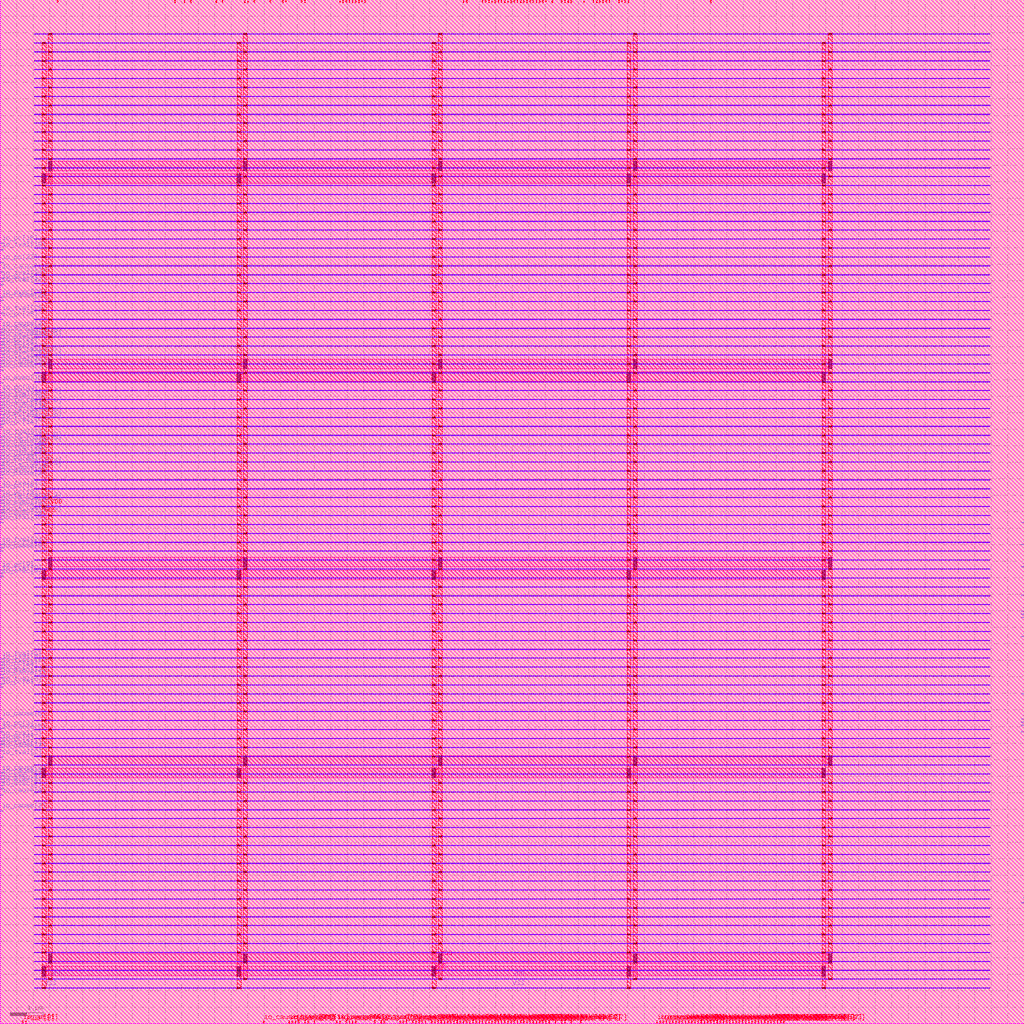
<source format=lef>
VERSION 5.8 ;
BUSBITCHARS "[]" ;
DIVIDERCHAR "/" ;
UNITS
    DATABASE MICRONS 1000 ;
END UNITS

VIA CSRFile_via1_2_28944_18_1_804_36_36
  VIARULE M2_M1 ;
  CUTSIZE 0.018 0.018 ;
  LAYERS M1 V1 M2 ;
  CUTSPACING 0.018 0.018 ;
  ENCLOSURE 0 0 0.002 0 ;
  ROWCOL 1 804 ;
END CSRFile_via1_2_28944_18_1_804_36_36

VIA CSRFile_VIA23_1_3_36_36
    LAYER M2 ;
      RECT  -0.05 -0.009 0.05 0.009 ;
    LAYER M3 ;
      RECT  -0.045 -0.014 0.045 0.014 ;
    LAYER V2 ;
      RECT  0.027 -0.009 0.045 0.009 ;
      RECT  -0.009 -0.009 0.009 0.009 ;
      RECT  -0.045 -0.009 -0.027 0.009 ;
END CSRFile_VIA23_1_3_36_36

VIA CSRFile_VIA34_1_2_58_52
    LAYER M3 ;
      RECT  -0.04 -0.017 0.04 0.017 ;
    LAYER M4 ;
      RECT  -0.046 -0.012 0.046 0.012 ;
    LAYER V3 ;
      RECT  0.017 -0.012 0.035 0.012 ;
      RECT  -0.035 -0.012 -0.017 0.012 ;
END CSRFile_VIA34_1_2_58_52

VIA CSRFile_VIA45_1_2_58_58
    LAYER M4 ;
      RECT  -0.052 -0.012 0.052 0.012 ;
    LAYER M5 ;
      RECT  -0.06 -0.023 0.06 0.023 ;
    LAYER V4 ;
      RECT  0.017 -0.012 0.041 0.012 ;
      RECT  -0.041 -0.012 -0.017 0.012 ;
END CSRFile_VIA45_1_2_58_58

VIA CSRFile_via5_6_120_288_1_2_58_322
  VIARULE M6_M5widePWR1p152 ;
  CUTSIZE 0.024 0.288 ;
  LAYERS M5 V5 M6 ;
  CUTSPACING 0.034 0.034 ;
  ENCLOSURE 0.019 0 0 0 ;
  ROWCOL 1 2 ;
END CSRFile_via5_6_120_288_1_2_58_322

MACRO CSRFile
  FOREIGN CSRFile 0 0 ;
  CLASS BLOCK ;
  SIZE 31.005 BY 31.005 ;
  PIN VDD
    USE POWER ;
    DIRECTION INOUT ;
    PORT
      LAYER M6 ;
        RECT  1.458 25.833 25.194 26.121 ;
        RECT  1.458 19.833 25.194 20.121 ;
        RECT  1.458 13.833 25.194 14.121 ;
        RECT  1.458 7.833 25.194 8.121 ;
        RECT  1.458 1.833 25.194 2.121 ;
      LAYER M5 ;
        RECT  25.074 1.327 25.194 29.993 ;
        RECT  19.17 1.327 19.29 29.993 ;
        RECT  13.266 1.327 13.386 29.993 ;
        RECT  7.362 1.327 7.482 29.993 ;
        RECT  1.458 1.327 1.578 29.993 ;
      LAYER M2 ;
        RECT  1.026 29.961 29.97 29.979 ;
        RECT  1.026 29.421 29.97 29.439 ;
        RECT  1.026 28.881 29.97 28.899 ;
        RECT  1.026 28.341 29.97 28.359 ;
        RECT  1.026 27.801 29.97 27.819 ;
        RECT  1.026 27.261 29.97 27.279 ;
        RECT  1.026 26.721 29.97 26.739 ;
        RECT  1.026 26.181 29.97 26.199 ;
        RECT  1.026 25.641 29.97 25.659 ;
        RECT  1.026 25.101 29.97 25.119 ;
        RECT  1.026 24.561 29.97 24.579 ;
        RECT  1.026 24.021 29.97 24.039 ;
        RECT  1.026 23.481 29.97 23.499 ;
        RECT  1.026 22.941 29.97 22.959 ;
        RECT  1.026 22.401 29.97 22.419 ;
        RECT  1.026 21.861 29.97 21.879 ;
        RECT  1.026 21.321 29.97 21.339 ;
        RECT  1.026 20.781 29.97 20.799 ;
        RECT  1.026 20.241 29.97 20.259 ;
        RECT  1.026 19.701 29.97 19.719 ;
        RECT  1.026 19.161 29.97 19.179 ;
        RECT  1.026 18.621 29.97 18.639 ;
        RECT  1.026 18.081 29.97 18.099 ;
        RECT  1.026 17.541 29.97 17.559 ;
        RECT  1.026 17.001 29.97 17.019 ;
        RECT  1.026 16.461 29.97 16.479 ;
        RECT  1.026 15.921 29.97 15.939 ;
        RECT  1.026 15.381 29.97 15.399 ;
        RECT  1.026 14.841 29.97 14.859 ;
        RECT  1.026 14.301 29.97 14.319 ;
        RECT  1.026 13.761 29.97 13.779 ;
        RECT  1.026 13.221 29.97 13.239 ;
        RECT  1.026 12.681 29.97 12.699 ;
        RECT  1.026 12.141 29.97 12.159 ;
        RECT  1.026 11.601 29.97 11.619 ;
        RECT  1.026 11.061 29.97 11.079 ;
        RECT  1.026 10.521 29.97 10.539 ;
        RECT  1.026 9.981 29.97 9.999 ;
        RECT  1.026 9.441 29.97 9.459 ;
        RECT  1.026 8.901 29.97 8.919 ;
        RECT  1.026 8.361 29.97 8.379 ;
        RECT  1.026 7.821 29.97 7.839 ;
        RECT  1.026 7.281 29.97 7.299 ;
        RECT  1.026 6.741 29.97 6.759 ;
        RECT  1.026 6.201 29.97 6.219 ;
        RECT  1.026 5.661 29.97 5.679 ;
        RECT  1.026 5.121 29.97 5.139 ;
        RECT  1.026 4.581 29.97 4.599 ;
        RECT  1.026 4.041 29.97 4.059 ;
        RECT  1.026 3.501 29.97 3.519 ;
        RECT  1.026 2.961 29.97 2.979 ;
        RECT  1.026 2.421 29.97 2.439 ;
        RECT  1.026 1.881 29.97 1.899 ;
        RECT  1.026 1.341 29.97 1.359 ;
      LAYER M1 ;
        RECT  1.026 29.961 29.97 29.979 ;
        RECT  1.026 29.421 29.97 29.439 ;
        RECT  1.026 28.881 29.97 28.899 ;
        RECT  1.026 28.341 29.97 28.359 ;
        RECT  1.026 27.801 29.97 27.819 ;
        RECT  1.026 27.261 29.97 27.279 ;
        RECT  1.026 26.721 29.97 26.739 ;
        RECT  1.026 26.181 29.97 26.199 ;
        RECT  1.026 25.641 29.97 25.659 ;
        RECT  1.026 25.101 29.97 25.119 ;
        RECT  1.026 24.561 29.97 24.579 ;
        RECT  1.026 24.021 29.97 24.039 ;
        RECT  1.026 23.481 29.97 23.499 ;
        RECT  1.026 22.941 29.97 22.959 ;
        RECT  1.026 22.401 29.97 22.419 ;
        RECT  1.026 21.861 29.97 21.879 ;
        RECT  1.026 21.321 29.97 21.339 ;
        RECT  1.026 20.781 29.97 20.799 ;
        RECT  1.026 20.241 29.97 20.259 ;
        RECT  1.026 19.701 29.97 19.719 ;
        RECT  1.026 19.161 29.97 19.179 ;
        RECT  1.026 18.621 29.97 18.639 ;
        RECT  1.026 18.081 29.97 18.099 ;
        RECT  1.026 17.541 29.97 17.559 ;
        RECT  1.026 17.001 29.97 17.019 ;
        RECT  1.026 16.461 29.97 16.479 ;
        RECT  1.026 15.921 29.97 15.939 ;
        RECT  1.026 15.381 29.97 15.399 ;
        RECT  1.026 14.841 29.97 14.859 ;
        RECT  1.026 14.301 29.97 14.319 ;
        RECT  1.026 13.761 29.97 13.779 ;
        RECT  1.026 13.221 29.97 13.239 ;
        RECT  1.026 12.681 29.97 12.699 ;
        RECT  1.026 12.141 29.97 12.159 ;
        RECT  1.026 11.601 29.97 11.619 ;
        RECT  1.026 11.061 29.97 11.079 ;
        RECT  1.026 10.521 29.97 10.539 ;
        RECT  1.026 9.981 29.97 9.999 ;
        RECT  1.026 9.441 29.97 9.459 ;
        RECT  1.026 8.901 29.97 8.919 ;
        RECT  1.026 8.361 29.97 8.379 ;
        RECT  1.026 7.821 29.97 7.839 ;
        RECT  1.026 7.281 29.97 7.299 ;
        RECT  1.026 6.741 29.97 6.759 ;
        RECT  1.026 6.201 29.97 6.219 ;
        RECT  1.026 5.661 29.97 5.679 ;
        RECT  1.026 5.121 29.97 5.139 ;
        RECT  1.026 4.581 29.97 4.599 ;
        RECT  1.026 4.041 29.97 4.059 ;
        RECT  1.026 3.501 29.97 3.519 ;
        RECT  1.026 2.961 29.97 2.979 ;
        RECT  1.026 2.421 29.97 2.439 ;
        RECT  1.026 1.881 29.97 1.899 ;
        RECT  1.026 1.341 29.97 1.359 ;
      VIA 25.134 25.977 CSRFile_via5_6_120_288_1_2_58_322 ;
      VIA 25.134 19.977 CSRFile_via5_6_120_288_1_2_58_322 ;
      VIA 25.134 13.977 CSRFile_via5_6_120_288_1_2_58_322 ;
      VIA 25.134 7.977 CSRFile_via5_6_120_288_1_2_58_322 ;
      VIA 25.134 1.977 CSRFile_via5_6_120_288_1_2_58_322 ;
      VIA 19.23 25.977 CSRFile_via5_6_120_288_1_2_58_322 ;
      VIA 19.23 19.977 CSRFile_via5_6_120_288_1_2_58_322 ;
      VIA 19.23 13.977 CSRFile_via5_6_120_288_1_2_58_322 ;
      VIA 19.23 7.977 CSRFile_via5_6_120_288_1_2_58_322 ;
      VIA 19.23 1.977 CSRFile_via5_6_120_288_1_2_58_322 ;
      VIA 13.326 25.977 CSRFile_via5_6_120_288_1_2_58_322 ;
      VIA 13.326 19.977 CSRFile_via5_6_120_288_1_2_58_322 ;
      VIA 13.326 13.977 CSRFile_via5_6_120_288_1_2_58_322 ;
      VIA 13.326 7.977 CSRFile_via5_6_120_288_1_2_58_322 ;
      VIA 13.326 1.977 CSRFile_via5_6_120_288_1_2_58_322 ;
      VIA 7.422 25.977 CSRFile_via5_6_120_288_1_2_58_322 ;
      VIA 7.422 19.977 CSRFile_via5_6_120_288_1_2_58_322 ;
      VIA 7.422 13.977 CSRFile_via5_6_120_288_1_2_58_322 ;
      VIA 7.422 7.977 CSRFile_via5_6_120_288_1_2_58_322 ;
      VIA 7.422 1.977 CSRFile_via5_6_120_288_1_2_58_322 ;
      VIA 1.518 25.977 CSRFile_via5_6_120_288_1_2_58_322 ;
      VIA 1.518 19.977 CSRFile_via5_6_120_288_1_2_58_322 ;
      VIA 1.518 13.977 CSRFile_via5_6_120_288_1_2_58_322 ;
      VIA 1.518 7.977 CSRFile_via5_6_120_288_1_2_58_322 ;
      VIA 1.518 1.977 CSRFile_via5_6_120_288_1_2_58_322 ;
      VIA 25.134 29.97 CSRFile_VIA45_1_2_58_58 ;
      LAYER M3 ;
        RECT  25.089 29.953 25.179 29.987 ;
      VIA 25.134 29.97 CSRFile_VIA34_1_2_58_52 ;
      VIA 25.134 29.97 CSRFile_VIA23_1_3_36_36 ;
      VIA 25.134 29.43 CSRFile_VIA45_1_2_58_58 ;
      LAYER M3 ;
        RECT  25.089 29.413 25.179 29.447 ;
      VIA 25.134 29.43 CSRFile_VIA34_1_2_58_52 ;
      VIA 25.134 29.43 CSRFile_VIA23_1_3_36_36 ;
      VIA 25.134 28.89 CSRFile_VIA45_1_2_58_58 ;
      LAYER M3 ;
        RECT  25.089 28.873 25.179 28.907 ;
      VIA 25.134 28.89 CSRFile_VIA34_1_2_58_52 ;
      VIA 25.134 28.89 CSRFile_VIA23_1_3_36_36 ;
      VIA 25.134 28.35 CSRFile_VIA45_1_2_58_58 ;
      LAYER M3 ;
        RECT  25.089 28.333 25.179 28.367 ;
      VIA 25.134 28.35 CSRFile_VIA34_1_2_58_52 ;
      VIA 25.134 28.35 CSRFile_VIA23_1_3_36_36 ;
      VIA 25.134 27.81 CSRFile_VIA45_1_2_58_58 ;
      LAYER M3 ;
        RECT  25.089 27.793 25.179 27.827 ;
      VIA 25.134 27.81 CSRFile_VIA34_1_2_58_52 ;
      VIA 25.134 27.81 CSRFile_VIA23_1_3_36_36 ;
      VIA 25.134 27.27 CSRFile_VIA45_1_2_58_58 ;
      LAYER M3 ;
        RECT  25.089 27.253 25.179 27.287 ;
      VIA 25.134 27.27 CSRFile_VIA34_1_2_58_52 ;
      VIA 25.134 27.27 CSRFile_VIA23_1_3_36_36 ;
      VIA 25.134 26.73 CSRFile_VIA45_1_2_58_58 ;
      LAYER M3 ;
        RECT  25.089 26.713 25.179 26.747 ;
      VIA 25.134 26.73 CSRFile_VIA34_1_2_58_52 ;
      VIA 25.134 26.73 CSRFile_VIA23_1_3_36_36 ;
      VIA 25.134 26.19 CSRFile_VIA45_1_2_58_58 ;
      LAYER M3 ;
        RECT  25.089 26.173 25.179 26.207 ;
      VIA 25.134 26.19 CSRFile_VIA34_1_2_58_52 ;
      VIA 25.134 26.19 CSRFile_VIA23_1_3_36_36 ;
      VIA 25.134 25.65 CSRFile_VIA45_1_2_58_58 ;
      LAYER M3 ;
        RECT  25.089 25.633 25.179 25.667 ;
      VIA 25.134 25.65 CSRFile_VIA34_1_2_58_52 ;
      VIA 25.134 25.65 CSRFile_VIA23_1_3_36_36 ;
      VIA 25.134 25.11 CSRFile_VIA45_1_2_58_58 ;
      LAYER M3 ;
        RECT  25.089 25.093 25.179 25.127 ;
      VIA 25.134 25.11 CSRFile_VIA34_1_2_58_52 ;
      VIA 25.134 25.11 CSRFile_VIA23_1_3_36_36 ;
      VIA 25.134 24.57 CSRFile_VIA45_1_2_58_58 ;
      LAYER M3 ;
        RECT  25.089 24.553 25.179 24.587 ;
      VIA 25.134 24.57 CSRFile_VIA34_1_2_58_52 ;
      VIA 25.134 24.57 CSRFile_VIA23_1_3_36_36 ;
      VIA 25.134 24.03 CSRFile_VIA45_1_2_58_58 ;
      LAYER M3 ;
        RECT  25.089 24.013 25.179 24.047 ;
      VIA 25.134 24.03 CSRFile_VIA34_1_2_58_52 ;
      VIA 25.134 24.03 CSRFile_VIA23_1_3_36_36 ;
      VIA 25.134 23.49 CSRFile_VIA45_1_2_58_58 ;
      LAYER M3 ;
        RECT  25.089 23.473 25.179 23.507 ;
      VIA 25.134 23.49 CSRFile_VIA34_1_2_58_52 ;
      VIA 25.134 23.49 CSRFile_VIA23_1_3_36_36 ;
      VIA 25.134 22.95 CSRFile_VIA45_1_2_58_58 ;
      LAYER M3 ;
        RECT  25.089 22.933 25.179 22.967 ;
      VIA 25.134 22.95 CSRFile_VIA34_1_2_58_52 ;
      VIA 25.134 22.95 CSRFile_VIA23_1_3_36_36 ;
      VIA 25.134 22.41 CSRFile_VIA45_1_2_58_58 ;
      LAYER M3 ;
        RECT  25.089 22.393 25.179 22.427 ;
      VIA 25.134 22.41 CSRFile_VIA34_1_2_58_52 ;
      VIA 25.134 22.41 CSRFile_VIA23_1_3_36_36 ;
      VIA 25.134 21.87 CSRFile_VIA45_1_2_58_58 ;
      LAYER M3 ;
        RECT  25.089 21.853 25.179 21.887 ;
      VIA 25.134 21.87 CSRFile_VIA34_1_2_58_52 ;
      VIA 25.134 21.87 CSRFile_VIA23_1_3_36_36 ;
      VIA 25.134 21.33 CSRFile_VIA45_1_2_58_58 ;
      LAYER M3 ;
        RECT  25.089 21.313 25.179 21.347 ;
      VIA 25.134 21.33 CSRFile_VIA34_1_2_58_52 ;
      VIA 25.134 21.33 CSRFile_VIA23_1_3_36_36 ;
      VIA 25.134 20.79 CSRFile_VIA45_1_2_58_58 ;
      LAYER M3 ;
        RECT  25.089 20.773 25.179 20.807 ;
      VIA 25.134 20.79 CSRFile_VIA34_1_2_58_52 ;
      VIA 25.134 20.79 CSRFile_VIA23_1_3_36_36 ;
      VIA 25.134 20.25 CSRFile_VIA45_1_2_58_58 ;
      LAYER M3 ;
        RECT  25.089 20.233 25.179 20.267 ;
      VIA 25.134 20.25 CSRFile_VIA34_1_2_58_52 ;
      VIA 25.134 20.25 CSRFile_VIA23_1_3_36_36 ;
      VIA 25.134 19.71 CSRFile_VIA45_1_2_58_58 ;
      LAYER M3 ;
        RECT  25.089 19.693 25.179 19.727 ;
      VIA 25.134 19.71 CSRFile_VIA34_1_2_58_52 ;
      VIA 25.134 19.71 CSRFile_VIA23_1_3_36_36 ;
      VIA 25.134 19.17 CSRFile_VIA45_1_2_58_58 ;
      LAYER M3 ;
        RECT  25.089 19.153 25.179 19.187 ;
      VIA 25.134 19.17 CSRFile_VIA34_1_2_58_52 ;
      VIA 25.134 19.17 CSRFile_VIA23_1_3_36_36 ;
      VIA 25.134 18.63 CSRFile_VIA45_1_2_58_58 ;
      LAYER M3 ;
        RECT  25.089 18.613 25.179 18.647 ;
      VIA 25.134 18.63 CSRFile_VIA34_1_2_58_52 ;
      VIA 25.134 18.63 CSRFile_VIA23_1_3_36_36 ;
      VIA 25.134 18.09 CSRFile_VIA45_1_2_58_58 ;
      LAYER M3 ;
        RECT  25.089 18.073 25.179 18.107 ;
      VIA 25.134 18.09 CSRFile_VIA34_1_2_58_52 ;
      VIA 25.134 18.09 CSRFile_VIA23_1_3_36_36 ;
      VIA 25.134 17.55 CSRFile_VIA45_1_2_58_58 ;
      LAYER M3 ;
        RECT  25.089 17.533 25.179 17.567 ;
      VIA 25.134 17.55 CSRFile_VIA34_1_2_58_52 ;
      VIA 25.134 17.55 CSRFile_VIA23_1_3_36_36 ;
      VIA 25.134 17.01 CSRFile_VIA45_1_2_58_58 ;
      LAYER M3 ;
        RECT  25.089 16.993 25.179 17.027 ;
      VIA 25.134 17.01 CSRFile_VIA34_1_2_58_52 ;
      VIA 25.134 17.01 CSRFile_VIA23_1_3_36_36 ;
      VIA 25.134 16.47 CSRFile_VIA45_1_2_58_58 ;
      LAYER M3 ;
        RECT  25.089 16.453 25.179 16.487 ;
      VIA 25.134 16.47 CSRFile_VIA34_1_2_58_52 ;
      VIA 25.134 16.47 CSRFile_VIA23_1_3_36_36 ;
      VIA 25.134 15.93 CSRFile_VIA45_1_2_58_58 ;
      LAYER M3 ;
        RECT  25.089 15.913 25.179 15.947 ;
      VIA 25.134 15.93 CSRFile_VIA34_1_2_58_52 ;
      VIA 25.134 15.93 CSRFile_VIA23_1_3_36_36 ;
      VIA 25.134 15.39 CSRFile_VIA45_1_2_58_58 ;
      LAYER M3 ;
        RECT  25.089 15.373 25.179 15.407 ;
      VIA 25.134 15.39 CSRFile_VIA34_1_2_58_52 ;
      VIA 25.134 15.39 CSRFile_VIA23_1_3_36_36 ;
      VIA 25.134 14.85 CSRFile_VIA45_1_2_58_58 ;
      LAYER M3 ;
        RECT  25.089 14.833 25.179 14.867 ;
      VIA 25.134 14.85 CSRFile_VIA34_1_2_58_52 ;
      VIA 25.134 14.85 CSRFile_VIA23_1_3_36_36 ;
      VIA 25.134 14.31 CSRFile_VIA45_1_2_58_58 ;
      LAYER M3 ;
        RECT  25.089 14.293 25.179 14.327 ;
      VIA 25.134 14.31 CSRFile_VIA34_1_2_58_52 ;
      VIA 25.134 14.31 CSRFile_VIA23_1_3_36_36 ;
      VIA 25.134 13.77 CSRFile_VIA45_1_2_58_58 ;
      LAYER M3 ;
        RECT  25.089 13.753 25.179 13.787 ;
      VIA 25.134 13.77 CSRFile_VIA34_1_2_58_52 ;
      VIA 25.134 13.77 CSRFile_VIA23_1_3_36_36 ;
      VIA 25.134 13.23 CSRFile_VIA45_1_2_58_58 ;
      LAYER M3 ;
        RECT  25.089 13.213 25.179 13.247 ;
      VIA 25.134 13.23 CSRFile_VIA34_1_2_58_52 ;
      VIA 25.134 13.23 CSRFile_VIA23_1_3_36_36 ;
      VIA 25.134 12.69 CSRFile_VIA45_1_2_58_58 ;
      LAYER M3 ;
        RECT  25.089 12.673 25.179 12.707 ;
      VIA 25.134 12.69 CSRFile_VIA34_1_2_58_52 ;
      VIA 25.134 12.69 CSRFile_VIA23_1_3_36_36 ;
      VIA 25.134 12.15 CSRFile_VIA45_1_2_58_58 ;
      LAYER M3 ;
        RECT  25.089 12.133 25.179 12.167 ;
      VIA 25.134 12.15 CSRFile_VIA34_1_2_58_52 ;
      VIA 25.134 12.15 CSRFile_VIA23_1_3_36_36 ;
      VIA 25.134 11.61 CSRFile_VIA45_1_2_58_58 ;
      LAYER M3 ;
        RECT  25.089 11.593 25.179 11.627 ;
      VIA 25.134 11.61 CSRFile_VIA34_1_2_58_52 ;
      VIA 25.134 11.61 CSRFile_VIA23_1_3_36_36 ;
      VIA 25.134 11.07 CSRFile_VIA45_1_2_58_58 ;
      LAYER M3 ;
        RECT  25.089 11.053 25.179 11.087 ;
      VIA 25.134 11.07 CSRFile_VIA34_1_2_58_52 ;
      VIA 25.134 11.07 CSRFile_VIA23_1_3_36_36 ;
      VIA 25.134 10.53 CSRFile_VIA45_1_2_58_58 ;
      LAYER M3 ;
        RECT  25.089 10.513 25.179 10.547 ;
      VIA 25.134 10.53 CSRFile_VIA34_1_2_58_52 ;
      VIA 25.134 10.53 CSRFile_VIA23_1_3_36_36 ;
      VIA 25.134 9.99 CSRFile_VIA45_1_2_58_58 ;
      LAYER M3 ;
        RECT  25.089 9.973 25.179 10.007 ;
      VIA 25.134 9.99 CSRFile_VIA34_1_2_58_52 ;
      VIA 25.134 9.99 CSRFile_VIA23_1_3_36_36 ;
      VIA 25.134 9.45 CSRFile_VIA45_1_2_58_58 ;
      LAYER M3 ;
        RECT  25.089 9.433 25.179 9.467 ;
      VIA 25.134 9.45 CSRFile_VIA34_1_2_58_52 ;
      VIA 25.134 9.45 CSRFile_VIA23_1_3_36_36 ;
      VIA 25.134 8.91 CSRFile_VIA45_1_2_58_58 ;
      LAYER M3 ;
        RECT  25.089 8.893 25.179 8.927 ;
      VIA 25.134 8.91 CSRFile_VIA34_1_2_58_52 ;
      VIA 25.134 8.91 CSRFile_VIA23_1_3_36_36 ;
      VIA 25.134 8.37 CSRFile_VIA45_1_2_58_58 ;
      LAYER M3 ;
        RECT  25.089 8.353 25.179 8.387 ;
      VIA 25.134 8.37 CSRFile_VIA34_1_2_58_52 ;
      VIA 25.134 8.37 CSRFile_VIA23_1_3_36_36 ;
      VIA 25.134 7.83 CSRFile_VIA45_1_2_58_58 ;
      LAYER M3 ;
        RECT  25.089 7.813 25.179 7.847 ;
      VIA 25.134 7.83 CSRFile_VIA34_1_2_58_52 ;
      VIA 25.134 7.83 CSRFile_VIA23_1_3_36_36 ;
      VIA 25.134 7.29 CSRFile_VIA45_1_2_58_58 ;
      LAYER M3 ;
        RECT  25.089 7.273 25.179 7.307 ;
      VIA 25.134 7.29 CSRFile_VIA34_1_2_58_52 ;
      VIA 25.134 7.29 CSRFile_VIA23_1_3_36_36 ;
      VIA 25.134 6.75 CSRFile_VIA45_1_2_58_58 ;
      LAYER M3 ;
        RECT  25.089 6.733 25.179 6.767 ;
      VIA 25.134 6.75 CSRFile_VIA34_1_2_58_52 ;
      VIA 25.134 6.75 CSRFile_VIA23_1_3_36_36 ;
      VIA 25.134 6.21 CSRFile_VIA45_1_2_58_58 ;
      LAYER M3 ;
        RECT  25.089 6.193 25.179 6.227 ;
      VIA 25.134 6.21 CSRFile_VIA34_1_2_58_52 ;
      VIA 25.134 6.21 CSRFile_VIA23_1_3_36_36 ;
      VIA 25.134 5.67 CSRFile_VIA45_1_2_58_58 ;
      LAYER M3 ;
        RECT  25.089 5.653 25.179 5.687 ;
      VIA 25.134 5.67 CSRFile_VIA34_1_2_58_52 ;
      VIA 25.134 5.67 CSRFile_VIA23_1_3_36_36 ;
      VIA 25.134 5.13 CSRFile_VIA45_1_2_58_58 ;
      LAYER M3 ;
        RECT  25.089 5.113 25.179 5.147 ;
      VIA 25.134 5.13 CSRFile_VIA34_1_2_58_52 ;
      VIA 25.134 5.13 CSRFile_VIA23_1_3_36_36 ;
      VIA 25.134 4.59 CSRFile_VIA45_1_2_58_58 ;
      LAYER M3 ;
        RECT  25.089 4.573 25.179 4.607 ;
      VIA 25.134 4.59 CSRFile_VIA34_1_2_58_52 ;
      VIA 25.134 4.59 CSRFile_VIA23_1_3_36_36 ;
      VIA 25.134 4.05 CSRFile_VIA45_1_2_58_58 ;
      LAYER M3 ;
        RECT  25.089 4.033 25.179 4.067 ;
      VIA 25.134 4.05 CSRFile_VIA34_1_2_58_52 ;
      VIA 25.134 4.05 CSRFile_VIA23_1_3_36_36 ;
      VIA 25.134 3.51 CSRFile_VIA45_1_2_58_58 ;
      LAYER M3 ;
        RECT  25.089 3.493 25.179 3.527 ;
      VIA 25.134 3.51 CSRFile_VIA34_1_2_58_52 ;
      VIA 25.134 3.51 CSRFile_VIA23_1_3_36_36 ;
      VIA 25.134 2.97 CSRFile_VIA45_1_2_58_58 ;
      LAYER M3 ;
        RECT  25.089 2.953 25.179 2.987 ;
      VIA 25.134 2.97 CSRFile_VIA34_1_2_58_52 ;
      VIA 25.134 2.97 CSRFile_VIA23_1_3_36_36 ;
      VIA 25.134 2.43 CSRFile_VIA45_1_2_58_58 ;
      LAYER M3 ;
        RECT  25.089 2.413 25.179 2.447 ;
      VIA 25.134 2.43 CSRFile_VIA34_1_2_58_52 ;
      VIA 25.134 2.43 CSRFile_VIA23_1_3_36_36 ;
      VIA 25.134 1.89 CSRFile_VIA45_1_2_58_58 ;
      LAYER M3 ;
        RECT  25.089 1.873 25.179 1.907 ;
      VIA 25.134 1.89 CSRFile_VIA34_1_2_58_52 ;
      VIA 25.134 1.89 CSRFile_VIA23_1_3_36_36 ;
      VIA 25.134 1.35 CSRFile_VIA45_1_2_58_58 ;
      LAYER M3 ;
        RECT  25.089 1.333 25.179 1.367 ;
      VIA 25.134 1.35 CSRFile_VIA34_1_2_58_52 ;
      VIA 25.134 1.35 CSRFile_VIA23_1_3_36_36 ;
      VIA 19.23 29.97 CSRFile_VIA45_1_2_58_58 ;
      LAYER M3 ;
        RECT  19.185 29.953 19.275 29.987 ;
      VIA 19.23 29.97 CSRFile_VIA34_1_2_58_52 ;
      VIA 19.23 29.97 CSRFile_VIA23_1_3_36_36 ;
      VIA 19.23 29.43 CSRFile_VIA45_1_2_58_58 ;
      LAYER M3 ;
        RECT  19.185 29.413 19.275 29.447 ;
      VIA 19.23 29.43 CSRFile_VIA34_1_2_58_52 ;
      VIA 19.23 29.43 CSRFile_VIA23_1_3_36_36 ;
      VIA 19.23 28.89 CSRFile_VIA45_1_2_58_58 ;
      LAYER M3 ;
        RECT  19.185 28.873 19.275 28.907 ;
      VIA 19.23 28.89 CSRFile_VIA34_1_2_58_52 ;
      VIA 19.23 28.89 CSRFile_VIA23_1_3_36_36 ;
      VIA 19.23 28.35 CSRFile_VIA45_1_2_58_58 ;
      LAYER M3 ;
        RECT  19.185 28.333 19.275 28.367 ;
      VIA 19.23 28.35 CSRFile_VIA34_1_2_58_52 ;
      VIA 19.23 28.35 CSRFile_VIA23_1_3_36_36 ;
      VIA 19.23 27.81 CSRFile_VIA45_1_2_58_58 ;
      LAYER M3 ;
        RECT  19.185 27.793 19.275 27.827 ;
      VIA 19.23 27.81 CSRFile_VIA34_1_2_58_52 ;
      VIA 19.23 27.81 CSRFile_VIA23_1_3_36_36 ;
      VIA 19.23 27.27 CSRFile_VIA45_1_2_58_58 ;
      LAYER M3 ;
        RECT  19.185 27.253 19.275 27.287 ;
      VIA 19.23 27.27 CSRFile_VIA34_1_2_58_52 ;
      VIA 19.23 27.27 CSRFile_VIA23_1_3_36_36 ;
      VIA 19.23 26.73 CSRFile_VIA45_1_2_58_58 ;
      LAYER M3 ;
        RECT  19.185 26.713 19.275 26.747 ;
      VIA 19.23 26.73 CSRFile_VIA34_1_2_58_52 ;
      VIA 19.23 26.73 CSRFile_VIA23_1_3_36_36 ;
      VIA 19.23 26.19 CSRFile_VIA45_1_2_58_58 ;
      LAYER M3 ;
        RECT  19.185 26.173 19.275 26.207 ;
      VIA 19.23 26.19 CSRFile_VIA34_1_2_58_52 ;
      VIA 19.23 26.19 CSRFile_VIA23_1_3_36_36 ;
      VIA 19.23 25.65 CSRFile_VIA45_1_2_58_58 ;
      LAYER M3 ;
        RECT  19.185 25.633 19.275 25.667 ;
      VIA 19.23 25.65 CSRFile_VIA34_1_2_58_52 ;
      VIA 19.23 25.65 CSRFile_VIA23_1_3_36_36 ;
      VIA 19.23 25.11 CSRFile_VIA45_1_2_58_58 ;
      LAYER M3 ;
        RECT  19.185 25.093 19.275 25.127 ;
      VIA 19.23 25.11 CSRFile_VIA34_1_2_58_52 ;
      VIA 19.23 25.11 CSRFile_VIA23_1_3_36_36 ;
      VIA 19.23 24.57 CSRFile_VIA45_1_2_58_58 ;
      LAYER M3 ;
        RECT  19.185 24.553 19.275 24.587 ;
      VIA 19.23 24.57 CSRFile_VIA34_1_2_58_52 ;
      VIA 19.23 24.57 CSRFile_VIA23_1_3_36_36 ;
      VIA 19.23 24.03 CSRFile_VIA45_1_2_58_58 ;
      LAYER M3 ;
        RECT  19.185 24.013 19.275 24.047 ;
      VIA 19.23 24.03 CSRFile_VIA34_1_2_58_52 ;
      VIA 19.23 24.03 CSRFile_VIA23_1_3_36_36 ;
      VIA 19.23 23.49 CSRFile_VIA45_1_2_58_58 ;
      LAYER M3 ;
        RECT  19.185 23.473 19.275 23.507 ;
      VIA 19.23 23.49 CSRFile_VIA34_1_2_58_52 ;
      VIA 19.23 23.49 CSRFile_VIA23_1_3_36_36 ;
      VIA 19.23 22.95 CSRFile_VIA45_1_2_58_58 ;
      LAYER M3 ;
        RECT  19.185 22.933 19.275 22.967 ;
      VIA 19.23 22.95 CSRFile_VIA34_1_2_58_52 ;
      VIA 19.23 22.95 CSRFile_VIA23_1_3_36_36 ;
      VIA 19.23 22.41 CSRFile_VIA45_1_2_58_58 ;
      LAYER M3 ;
        RECT  19.185 22.393 19.275 22.427 ;
      VIA 19.23 22.41 CSRFile_VIA34_1_2_58_52 ;
      VIA 19.23 22.41 CSRFile_VIA23_1_3_36_36 ;
      VIA 19.23 21.87 CSRFile_VIA45_1_2_58_58 ;
      LAYER M3 ;
        RECT  19.185 21.853 19.275 21.887 ;
      VIA 19.23 21.87 CSRFile_VIA34_1_2_58_52 ;
      VIA 19.23 21.87 CSRFile_VIA23_1_3_36_36 ;
      VIA 19.23 21.33 CSRFile_VIA45_1_2_58_58 ;
      LAYER M3 ;
        RECT  19.185 21.313 19.275 21.347 ;
      VIA 19.23 21.33 CSRFile_VIA34_1_2_58_52 ;
      VIA 19.23 21.33 CSRFile_VIA23_1_3_36_36 ;
      VIA 19.23 20.79 CSRFile_VIA45_1_2_58_58 ;
      LAYER M3 ;
        RECT  19.185 20.773 19.275 20.807 ;
      VIA 19.23 20.79 CSRFile_VIA34_1_2_58_52 ;
      VIA 19.23 20.79 CSRFile_VIA23_1_3_36_36 ;
      VIA 19.23 20.25 CSRFile_VIA45_1_2_58_58 ;
      LAYER M3 ;
        RECT  19.185 20.233 19.275 20.267 ;
      VIA 19.23 20.25 CSRFile_VIA34_1_2_58_52 ;
      VIA 19.23 20.25 CSRFile_VIA23_1_3_36_36 ;
      VIA 19.23 19.71 CSRFile_VIA45_1_2_58_58 ;
      LAYER M3 ;
        RECT  19.185 19.693 19.275 19.727 ;
      VIA 19.23 19.71 CSRFile_VIA34_1_2_58_52 ;
      VIA 19.23 19.71 CSRFile_VIA23_1_3_36_36 ;
      VIA 19.23 19.17 CSRFile_VIA45_1_2_58_58 ;
      LAYER M3 ;
        RECT  19.185 19.153 19.275 19.187 ;
      VIA 19.23 19.17 CSRFile_VIA34_1_2_58_52 ;
      VIA 19.23 19.17 CSRFile_VIA23_1_3_36_36 ;
      VIA 19.23 18.63 CSRFile_VIA45_1_2_58_58 ;
      LAYER M3 ;
        RECT  19.185 18.613 19.275 18.647 ;
      VIA 19.23 18.63 CSRFile_VIA34_1_2_58_52 ;
      VIA 19.23 18.63 CSRFile_VIA23_1_3_36_36 ;
      VIA 19.23 18.09 CSRFile_VIA45_1_2_58_58 ;
      LAYER M3 ;
        RECT  19.185 18.073 19.275 18.107 ;
      VIA 19.23 18.09 CSRFile_VIA34_1_2_58_52 ;
      VIA 19.23 18.09 CSRFile_VIA23_1_3_36_36 ;
      VIA 19.23 17.55 CSRFile_VIA45_1_2_58_58 ;
      LAYER M3 ;
        RECT  19.185 17.533 19.275 17.567 ;
      VIA 19.23 17.55 CSRFile_VIA34_1_2_58_52 ;
      VIA 19.23 17.55 CSRFile_VIA23_1_3_36_36 ;
      VIA 19.23 17.01 CSRFile_VIA45_1_2_58_58 ;
      LAYER M3 ;
        RECT  19.185 16.993 19.275 17.027 ;
      VIA 19.23 17.01 CSRFile_VIA34_1_2_58_52 ;
      VIA 19.23 17.01 CSRFile_VIA23_1_3_36_36 ;
      VIA 19.23 16.47 CSRFile_VIA45_1_2_58_58 ;
      LAYER M3 ;
        RECT  19.185 16.453 19.275 16.487 ;
      VIA 19.23 16.47 CSRFile_VIA34_1_2_58_52 ;
      VIA 19.23 16.47 CSRFile_VIA23_1_3_36_36 ;
      VIA 19.23 15.93 CSRFile_VIA45_1_2_58_58 ;
      LAYER M3 ;
        RECT  19.185 15.913 19.275 15.947 ;
      VIA 19.23 15.93 CSRFile_VIA34_1_2_58_52 ;
      VIA 19.23 15.93 CSRFile_VIA23_1_3_36_36 ;
      VIA 19.23 15.39 CSRFile_VIA45_1_2_58_58 ;
      LAYER M3 ;
        RECT  19.185 15.373 19.275 15.407 ;
      VIA 19.23 15.39 CSRFile_VIA34_1_2_58_52 ;
      VIA 19.23 15.39 CSRFile_VIA23_1_3_36_36 ;
      VIA 19.23 14.85 CSRFile_VIA45_1_2_58_58 ;
      LAYER M3 ;
        RECT  19.185 14.833 19.275 14.867 ;
      VIA 19.23 14.85 CSRFile_VIA34_1_2_58_52 ;
      VIA 19.23 14.85 CSRFile_VIA23_1_3_36_36 ;
      VIA 19.23 14.31 CSRFile_VIA45_1_2_58_58 ;
      LAYER M3 ;
        RECT  19.185 14.293 19.275 14.327 ;
      VIA 19.23 14.31 CSRFile_VIA34_1_2_58_52 ;
      VIA 19.23 14.31 CSRFile_VIA23_1_3_36_36 ;
      VIA 19.23 13.77 CSRFile_VIA45_1_2_58_58 ;
      LAYER M3 ;
        RECT  19.185 13.753 19.275 13.787 ;
      VIA 19.23 13.77 CSRFile_VIA34_1_2_58_52 ;
      VIA 19.23 13.77 CSRFile_VIA23_1_3_36_36 ;
      VIA 19.23 13.23 CSRFile_VIA45_1_2_58_58 ;
      LAYER M3 ;
        RECT  19.185 13.213 19.275 13.247 ;
      VIA 19.23 13.23 CSRFile_VIA34_1_2_58_52 ;
      VIA 19.23 13.23 CSRFile_VIA23_1_3_36_36 ;
      VIA 19.23 12.69 CSRFile_VIA45_1_2_58_58 ;
      LAYER M3 ;
        RECT  19.185 12.673 19.275 12.707 ;
      VIA 19.23 12.69 CSRFile_VIA34_1_2_58_52 ;
      VIA 19.23 12.69 CSRFile_VIA23_1_3_36_36 ;
      VIA 19.23 12.15 CSRFile_VIA45_1_2_58_58 ;
      LAYER M3 ;
        RECT  19.185 12.133 19.275 12.167 ;
      VIA 19.23 12.15 CSRFile_VIA34_1_2_58_52 ;
      VIA 19.23 12.15 CSRFile_VIA23_1_3_36_36 ;
      VIA 19.23 11.61 CSRFile_VIA45_1_2_58_58 ;
      LAYER M3 ;
        RECT  19.185 11.593 19.275 11.627 ;
      VIA 19.23 11.61 CSRFile_VIA34_1_2_58_52 ;
      VIA 19.23 11.61 CSRFile_VIA23_1_3_36_36 ;
      VIA 19.23 11.07 CSRFile_VIA45_1_2_58_58 ;
      LAYER M3 ;
        RECT  19.185 11.053 19.275 11.087 ;
      VIA 19.23 11.07 CSRFile_VIA34_1_2_58_52 ;
      VIA 19.23 11.07 CSRFile_VIA23_1_3_36_36 ;
      VIA 19.23 10.53 CSRFile_VIA45_1_2_58_58 ;
      LAYER M3 ;
        RECT  19.185 10.513 19.275 10.547 ;
      VIA 19.23 10.53 CSRFile_VIA34_1_2_58_52 ;
      VIA 19.23 10.53 CSRFile_VIA23_1_3_36_36 ;
      VIA 19.23 9.99 CSRFile_VIA45_1_2_58_58 ;
      LAYER M3 ;
        RECT  19.185 9.973 19.275 10.007 ;
      VIA 19.23 9.99 CSRFile_VIA34_1_2_58_52 ;
      VIA 19.23 9.99 CSRFile_VIA23_1_3_36_36 ;
      VIA 19.23 9.45 CSRFile_VIA45_1_2_58_58 ;
      LAYER M3 ;
        RECT  19.185 9.433 19.275 9.467 ;
      VIA 19.23 9.45 CSRFile_VIA34_1_2_58_52 ;
      VIA 19.23 9.45 CSRFile_VIA23_1_3_36_36 ;
      VIA 19.23 8.91 CSRFile_VIA45_1_2_58_58 ;
      LAYER M3 ;
        RECT  19.185 8.893 19.275 8.927 ;
      VIA 19.23 8.91 CSRFile_VIA34_1_2_58_52 ;
      VIA 19.23 8.91 CSRFile_VIA23_1_3_36_36 ;
      VIA 19.23 8.37 CSRFile_VIA45_1_2_58_58 ;
      LAYER M3 ;
        RECT  19.185 8.353 19.275 8.387 ;
      VIA 19.23 8.37 CSRFile_VIA34_1_2_58_52 ;
      VIA 19.23 8.37 CSRFile_VIA23_1_3_36_36 ;
      VIA 19.23 7.83 CSRFile_VIA45_1_2_58_58 ;
      LAYER M3 ;
        RECT  19.185 7.813 19.275 7.847 ;
      VIA 19.23 7.83 CSRFile_VIA34_1_2_58_52 ;
      VIA 19.23 7.83 CSRFile_VIA23_1_3_36_36 ;
      VIA 19.23 7.29 CSRFile_VIA45_1_2_58_58 ;
      LAYER M3 ;
        RECT  19.185 7.273 19.275 7.307 ;
      VIA 19.23 7.29 CSRFile_VIA34_1_2_58_52 ;
      VIA 19.23 7.29 CSRFile_VIA23_1_3_36_36 ;
      VIA 19.23 6.75 CSRFile_VIA45_1_2_58_58 ;
      LAYER M3 ;
        RECT  19.185 6.733 19.275 6.767 ;
      VIA 19.23 6.75 CSRFile_VIA34_1_2_58_52 ;
      VIA 19.23 6.75 CSRFile_VIA23_1_3_36_36 ;
      VIA 19.23 6.21 CSRFile_VIA45_1_2_58_58 ;
      LAYER M3 ;
        RECT  19.185 6.193 19.275 6.227 ;
      VIA 19.23 6.21 CSRFile_VIA34_1_2_58_52 ;
      VIA 19.23 6.21 CSRFile_VIA23_1_3_36_36 ;
      VIA 19.23 5.67 CSRFile_VIA45_1_2_58_58 ;
      LAYER M3 ;
        RECT  19.185 5.653 19.275 5.687 ;
      VIA 19.23 5.67 CSRFile_VIA34_1_2_58_52 ;
      VIA 19.23 5.67 CSRFile_VIA23_1_3_36_36 ;
      VIA 19.23 5.13 CSRFile_VIA45_1_2_58_58 ;
      LAYER M3 ;
        RECT  19.185 5.113 19.275 5.147 ;
      VIA 19.23 5.13 CSRFile_VIA34_1_2_58_52 ;
      VIA 19.23 5.13 CSRFile_VIA23_1_3_36_36 ;
      VIA 19.23 4.59 CSRFile_VIA45_1_2_58_58 ;
      LAYER M3 ;
        RECT  19.185 4.573 19.275 4.607 ;
      VIA 19.23 4.59 CSRFile_VIA34_1_2_58_52 ;
      VIA 19.23 4.59 CSRFile_VIA23_1_3_36_36 ;
      VIA 19.23 4.05 CSRFile_VIA45_1_2_58_58 ;
      LAYER M3 ;
        RECT  19.185 4.033 19.275 4.067 ;
      VIA 19.23 4.05 CSRFile_VIA34_1_2_58_52 ;
      VIA 19.23 4.05 CSRFile_VIA23_1_3_36_36 ;
      VIA 19.23 3.51 CSRFile_VIA45_1_2_58_58 ;
      LAYER M3 ;
        RECT  19.185 3.493 19.275 3.527 ;
      VIA 19.23 3.51 CSRFile_VIA34_1_2_58_52 ;
      VIA 19.23 3.51 CSRFile_VIA23_1_3_36_36 ;
      VIA 19.23 2.97 CSRFile_VIA45_1_2_58_58 ;
      LAYER M3 ;
        RECT  19.185 2.953 19.275 2.987 ;
      VIA 19.23 2.97 CSRFile_VIA34_1_2_58_52 ;
      VIA 19.23 2.97 CSRFile_VIA23_1_3_36_36 ;
      VIA 19.23 2.43 CSRFile_VIA45_1_2_58_58 ;
      LAYER M3 ;
        RECT  19.185 2.413 19.275 2.447 ;
      VIA 19.23 2.43 CSRFile_VIA34_1_2_58_52 ;
      VIA 19.23 2.43 CSRFile_VIA23_1_3_36_36 ;
      VIA 19.23 1.89 CSRFile_VIA45_1_2_58_58 ;
      LAYER M3 ;
        RECT  19.185 1.873 19.275 1.907 ;
      VIA 19.23 1.89 CSRFile_VIA34_1_2_58_52 ;
      VIA 19.23 1.89 CSRFile_VIA23_1_3_36_36 ;
      VIA 19.23 1.35 CSRFile_VIA45_1_2_58_58 ;
      LAYER M3 ;
        RECT  19.185 1.333 19.275 1.367 ;
      VIA 19.23 1.35 CSRFile_VIA34_1_2_58_52 ;
      VIA 19.23 1.35 CSRFile_VIA23_1_3_36_36 ;
      VIA 13.326 29.97 CSRFile_VIA45_1_2_58_58 ;
      LAYER M3 ;
        RECT  13.281 29.953 13.371 29.987 ;
      VIA 13.326 29.97 CSRFile_VIA34_1_2_58_52 ;
      VIA 13.326 29.97 CSRFile_VIA23_1_3_36_36 ;
      VIA 13.326 29.43 CSRFile_VIA45_1_2_58_58 ;
      LAYER M3 ;
        RECT  13.281 29.413 13.371 29.447 ;
      VIA 13.326 29.43 CSRFile_VIA34_1_2_58_52 ;
      VIA 13.326 29.43 CSRFile_VIA23_1_3_36_36 ;
      VIA 13.326 28.89 CSRFile_VIA45_1_2_58_58 ;
      LAYER M3 ;
        RECT  13.281 28.873 13.371 28.907 ;
      VIA 13.326 28.89 CSRFile_VIA34_1_2_58_52 ;
      VIA 13.326 28.89 CSRFile_VIA23_1_3_36_36 ;
      VIA 13.326 28.35 CSRFile_VIA45_1_2_58_58 ;
      LAYER M3 ;
        RECT  13.281 28.333 13.371 28.367 ;
      VIA 13.326 28.35 CSRFile_VIA34_1_2_58_52 ;
      VIA 13.326 28.35 CSRFile_VIA23_1_3_36_36 ;
      VIA 13.326 27.81 CSRFile_VIA45_1_2_58_58 ;
      LAYER M3 ;
        RECT  13.281 27.793 13.371 27.827 ;
      VIA 13.326 27.81 CSRFile_VIA34_1_2_58_52 ;
      VIA 13.326 27.81 CSRFile_VIA23_1_3_36_36 ;
      VIA 13.326 27.27 CSRFile_VIA45_1_2_58_58 ;
      LAYER M3 ;
        RECT  13.281 27.253 13.371 27.287 ;
      VIA 13.326 27.27 CSRFile_VIA34_1_2_58_52 ;
      VIA 13.326 27.27 CSRFile_VIA23_1_3_36_36 ;
      VIA 13.326 26.73 CSRFile_VIA45_1_2_58_58 ;
      LAYER M3 ;
        RECT  13.281 26.713 13.371 26.747 ;
      VIA 13.326 26.73 CSRFile_VIA34_1_2_58_52 ;
      VIA 13.326 26.73 CSRFile_VIA23_1_3_36_36 ;
      VIA 13.326 26.19 CSRFile_VIA45_1_2_58_58 ;
      LAYER M3 ;
        RECT  13.281 26.173 13.371 26.207 ;
      VIA 13.326 26.19 CSRFile_VIA34_1_2_58_52 ;
      VIA 13.326 26.19 CSRFile_VIA23_1_3_36_36 ;
      VIA 13.326 25.65 CSRFile_VIA45_1_2_58_58 ;
      LAYER M3 ;
        RECT  13.281 25.633 13.371 25.667 ;
      VIA 13.326 25.65 CSRFile_VIA34_1_2_58_52 ;
      VIA 13.326 25.65 CSRFile_VIA23_1_3_36_36 ;
      VIA 13.326 25.11 CSRFile_VIA45_1_2_58_58 ;
      LAYER M3 ;
        RECT  13.281 25.093 13.371 25.127 ;
      VIA 13.326 25.11 CSRFile_VIA34_1_2_58_52 ;
      VIA 13.326 25.11 CSRFile_VIA23_1_3_36_36 ;
      VIA 13.326 24.57 CSRFile_VIA45_1_2_58_58 ;
      LAYER M3 ;
        RECT  13.281 24.553 13.371 24.587 ;
      VIA 13.326 24.57 CSRFile_VIA34_1_2_58_52 ;
      VIA 13.326 24.57 CSRFile_VIA23_1_3_36_36 ;
      VIA 13.326 24.03 CSRFile_VIA45_1_2_58_58 ;
      LAYER M3 ;
        RECT  13.281 24.013 13.371 24.047 ;
      VIA 13.326 24.03 CSRFile_VIA34_1_2_58_52 ;
      VIA 13.326 24.03 CSRFile_VIA23_1_3_36_36 ;
      VIA 13.326 23.49 CSRFile_VIA45_1_2_58_58 ;
      LAYER M3 ;
        RECT  13.281 23.473 13.371 23.507 ;
      VIA 13.326 23.49 CSRFile_VIA34_1_2_58_52 ;
      VIA 13.326 23.49 CSRFile_VIA23_1_3_36_36 ;
      VIA 13.326 22.95 CSRFile_VIA45_1_2_58_58 ;
      LAYER M3 ;
        RECT  13.281 22.933 13.371 22.967 ;
      VIA 13.326 22.95 CSRFile_VIA34_1_2_58_52 ;
      VIA 13.326 22.95 CSRFile_VIA23_1_3_36_36 ;
      VIA 13.326 22.41 CSRFile_VIA45_1_2_58_58 ;
      LAYER M3 ;
        RECT  13.281 22.393 13.371 22.427 ;
      VIA 13.326 22.41 CSRFile_VIA34_1_2_58_52 ;
      VIA 13.326 22.41 CSRFile_VIA23_1_3_36_36 ;
      VIA 13.326 21.87 CSRFile_VIA45_1_2_58_58 ;
      LAYER M3 ;
        RECT  13.281 21.853 13.371 21.887 ;
      VIA 13.326 21.87 CSRFile_VIA34_1_2_58_52 ;
      VIA 13.326 21.87 CSRFile_VIA23_1_3_36_36 ;
      VIA 13.326 21.33 CSRFile_VIA45_1_2_58_58 ;
      LAYER M3 ;
        RECT  13.281 21.313 13.371 21.347 ;
      VIA 13.326 21.33 CSRFile_VIA34_1_2_58_52 ;
      VIA 13.326 21.33 CSRFile_VIA23_1_3_36_36 ;
      VIA 13.326 20.79 CSRFile_VIA45_1_2_58_58 ;
      LAYER M3 ;
        RECT  13.281 20.773 13.371 20.807 ;
      VIA 13.326 20.79 CSRFile_VIA34_1_2_58_52 ;
      VIA 13.326 20.79 CSRFile_VIA23_1_3_36_36 ;
      VIA 13.326 20.25 CSRFile_VIA45_1_2_58_58 ;
      LAYER M3 ;
        RECT  13.281 20.233 13.371 20.267 ;
      VIA 13.326 20.25 CSRFile_VIA34_1_2_58_52 ;
      VIA 13.326 20.25 CSRFile_VIA23_1_3_36_36 ;
      VIA 13.326 19.71 CSRFile_VIA45_1_2_58_58 ;
      LAYER M3 ;
        RECT  13.281 19.693 13.371 19.727 ;
      VIA 13.326 19.71 CSRFile_VIA34_1_2_58_52 ;
      VIA 13.326 19.71 CSRFile_VIA23_1_3_36_36 ;
      VIA 13.326 19.17 CSRFile_VIA45_1_2_58_58 ;
      LAYER M3 ;
        RECT  13.281 19.153 13.371 19.187 ;
      VIA 13.326 19.17 CSRFile_VIA34_1_2_58_52 ;
      VIA 13.326 19.17 CSRFile_VIA23_1_3_36_36 ;
      VIA 13.326 18.63 CSRFile_VIA45_1_2_58_58 ;
      LAYER M3 ;
        RECT  13.281 18.613 13.371 18.647 ;
      VIA 13.326 18.63 CSRFile_VIA34_1_2_58_52 ;
      VIA 13.326 18.63 CSRFile_VIA23_1_3_36_36 ;
      VIA 13.326 18.09 CSRFile_VIA45_1_2_58_58 ;
      LAYER M3 ;
        RECT  13.281 18.073 13.371 18.107 ;
      VIA 13.326 18.09 CSRFile_VIA34_1_2_58_52 ;
      VIA 13.326 18.09 CSRFile_VIA23_1_3_36_36 ;
      VIA 13.326 17.55 CSRFile_VIA45_1_2_58_58 ;
      LAYER M3 ;
        RECT  13.281 17.533 13.371 17.567 ;
      VIA 13.326 17.55 CSRFile_VIA34_1_2_58_52 ;
      VIA 13.326 17.55 CSRFile_VIA23_1_3_36_36 ;
      VIA 13.326 17.01 CSRFile_VIA45_1_2_58_58 ;
      LAYER M3 ;
        RECT  13.281 16.993 13.371 17.027 ;
      VIA 13.326 17.01 CSRFile_VIA34_1_2_58_52 ;
      VIA 13.326 17.01 CSRFile_VIA23_1_3_36_36 ;
      VIA 13.326 16.47 CSRFile_VIA45_1_2_58_58 ;
      LAYER M3 ;
        RECT  13.281 16.453 13.371 16.487 ;
      VIA 13.326 16.47 CSRFile_VIA34_1_2_58_52 ;
      VIA 13.326 16.47 CSRFile_VIA23_1_3_36_36 ;
      VIA 13.326 15.93 CSRFile_VIA45_1_2_58_58 ;
      LAYER M3 ;
        RECT  13.281 15.913 13.371 15.947 ;
      VIA 13.326 15.93 CSRFile_VIA34_1_2_58_52 ;
      VIA 13.326 15.93 CSRFile_VIA23_1_3_36_36 ;
      VIA 13.326 15.39 CSRFile_VIA45_1_2_58_58 ;
      LAYER M3 ;
        RECT  13.281 15.373 13.371 15.407 ;
      VIA 13.326 15.39 CSRFile_VIA34_1_2_58_52 ;
      VIA 13.326 15.39 CSRFile_VIA23_1_3_36_36 ;
      VIA 13.326 14.85 CSRFile_VIA45_1_2_58_58 ;
      LAYER M3 ;
        RECT  13.281 14.833 13.371 14.867 ;
      VIA 13.326 14.85 CSRFile_VIA34_1_2_58_52 ;
      VIA 13.326 14.85 CSRFile_VIA23_1_3_36_36 ;
      VIA 13.326 14.31 CSRFile_VIA45_1_2_58_58 ;
      LAYER M3 ;
        RECT  13.281 14.293 13.371 14.327 ;
      VIA 13.326 14.31 CSRFile_VIA34_1_2_58_52 ;
      VIA 13.326 14.31 CSRFile_VIA23_1_3_36_36 ;
      VIA 13.326 13.77 CSRFile_VIA45_1_2_58_58 ;
      LAYER M3 ;
        RECT  13.281 13.753 13.371 13.787 ;
      VIA 13.326 13.77 CSRFile_VIA34_1_2_58_52 ;
      VIA 13.326 13.77 CSRFile_VIA23_1_3_36_36 ;
      VIA 13.326 13.23 CSRFile_VIA45_1_2_58_58 ;
      LAYER M3 ;
        RECT  13.281 13.213 13.371 13.247 ;
      VIA 13.326 13.23 CSRFile_VIA34_1_2_58_52 ;
      VIA 13.326 13.23 CSRFile_VIA23_1_3_36_36 ;
      VIA 13.326 12.69 CSRFile_VIA45_1_2_58_58 ;
      LAYER M3 ;
        RECT  13.281 12.673 13.371 12.707 ;
      VIA 13.326 12.69 CSRFile_VIA34_1_2_58_52 ;
      VIA 13.326 12.69 CSRFile_VIA23_1_3_36_36 ;
      VIA 13.326 12.15 CSRFile_VIA45_1_2_58_58 ;
      LAYER M3 ;
        RECT  13.281 12.133 13.371 12.167 ;
      VIA 13.326 12.15 CSRFile_VIA34_1_2_58_52 ;
      VIA 13.326 12.15 CSRFile_VIA23_1_3_36_36 ;
      VIA 13.326 11.61 CSRFile_VIA45_1_2_58_58 ;
      LAYER M3 ;
        RECT  13.281 11.593 13.371 11.627 ;
      VIA 13.326 11.61 CSRFile_VIA34_1_2_58_52 ;
      VIA 13.326 11.61 CSRFile_VIA23_1_3_36_36 ;
      VIA 13.326 11.07 CSRFile_VIA45_1_2_58_58 ;
      LAYER M3 ;
        RECT  13.281 11.053 13.371 11.087 ;
      VIA 13.326 11.07 CSRFile_VIA34_1_2_58_52 ;
      VIA 13.326 11.07 CSRFile_VIA23_1_3_36_36 ;
      VIA 13.326 10.53 CSRFile_VIA45_1_2_58_58 ;
      LAYER M3 ;
        RECT  13.281 10.513 13.371 10.547 ;
      VIA 13.326 10.53 CSRFile_VIA34_1_2_58_52 ;
      VIA 13.326 10.53 CSRFile_VIA23_1_3_36_36 ;
      VIA 13.326 9.99 CSRFile_VIA45_1_2_58_58 ;
      LAYER M3 ;
        RECT  13.281 9.973 13.371 10.007 ;
      VIA 13.326 9.99 CSRFile_VIA34_1_2_58_52 ;
      VIA 13.326 9.99 CSRFile_VIA23_1_3_36_36 ;
      VIA 13.326 9.45 CSRFile_VIA45_1_2_58_58 ;
      LAYER M3 ;
        RECT  13.281 9.433 13.371 9.467 ;
      VIA 13.326 9.45 CSRFile_VIA34_1_2_58_52 ;
      VIA 13.326 9.45 CSRFile_VIA23_1_3_36_36 ;
      VIA 13.326 8.91 CSRFile_VIA45_1_2_58_58 ;
      LAYER M3 ;
        RECT  13.281 8.893 13.371 8.927 ;
      VIA 13.326 8.91 CSRFile_VIA34_1_2_58_52 ;
      VIA 13.326 8.91 CSRFile_VIA23_1_3_36_36 ;
      VIA 13.326 8.37 CSRFile_VIA45_1_2_58_58 ;
      LAYER M3 ;
        RECT  13.281 8.353 13.371 8.387 ;
      VIA 13.326 8.37 CSRFile_VIA34_1_2_58_52 ;
      VIA 13.326 8.37 CSRFile_VIA23_1_3_36_36 ;
      VIA 13.326 7.83 CSRFile_VIA45_1_2_58_58 ;
      LAYER M3 ;
        RECT  13.281 7.813 13.371 7.847 ;
      VIA 13.326 7.83 CSRFile_VIA34_1_2_58_52 ;
      VIA 13.326 7.83 CSRFile_VIA23_1_3_36_36 ;
      VIA 13.326 7.29 CSRFile_VIA45_1_2_58_58 ;
      LAYER M3 ;
        RECT  13.281 7.273 13.371 7.307 ;
      VIA 13.326 7.29 CSRFile_VIA34_1_2_58_52 ;
      VIA 13.326 7.29 CSRFile_VIA23_1_3_36_36 ;
      VIA 13.326 6.75 CSRFile_VIA45_1_2_58_58 ;
      LAYER M3 ;
        RECT  13.281 6.733 13.371 6.767 ;
      VIA 13.326 6.75 CSRFile_VIA34_1_2_58_52 ;
      VIA 13.326 6.75 CSRFile_VIA23_1_3_36_36 ;
      VIA 13.326 6.21 CSRFile_VIA45_1_2_58_58 ;
      LAYER M3 ;
        RECT  13.281 6.193 13.371 6.227 ;
      VIA 13.326 6.21 CSRFile_VIA34_1_2_58_52 ;
      VIA 13.326 6.21 CSRFile_VIA23_1_3_36_36 ;
      VIA 13.326 5.67 CSRFile_VIA45_1_2_58_58 ;
      LAYER M3 ;
        RECT  13.281 5.653 13.371 5.687 ;
      VIA 13.326 5.67 CSRFile_VIA34_1_2_58_52 ;
      VIA 13.326 5.67 CSRFile_VIA23_1_3_36_36 ;
      VIA 13.326 5.13 CSRFile_VIA45_1_2_58_58 ;
      LAYER M3 ;
        RECT  13.281 5.113 13.371 5.147 ;
      VIA 13.326 5.13 CSRFile_VIA34_1_2_58_52 ;
      VIA 13.326 5.13 CSRFile_VIA23_1_3_36_36 ;
      VIA 13.326 4.59 CSRFile_VIA45_1_2_58_58 ;
      LAYER M3 ;
        RECT  13.281 4.573 13.371 4.607 ;
      VIA 13.326 4.59 CSRFile_VIA34_1_2_58_52 ;
      VIA 13.326 4.59 CSRFile_VIA23_1_3_36_36 ;
      VIA 13.326 4.05 CSRFile_VIA45_1_2_58_58 ;
      LAYER M3 ;
        RECT  13.281 4.033 13.371 4.067 ;
      VIA 13.326 4.05 CSRFile_VIA34_1_2_58_52 ;
      VIA 13.326 4.05 CSRFile_VIA23_1_3_36_36 ;
      VIA 13.326 3.51 CSRFile_VIA45_1_2_58_58 ;
      LAYER M3 ;
        RECT  13.281 3.493 13.371 3.527 ;
      VIA 13.326 3.51 CSRFile_VIA34_1_2_58_52 ;
      VIA 13.326 3.51 CSRFile_VIA23_1_3_36_36 ;
      VIA 13.326 2.97 CSRFile_VIA45_1_2_58_58 ;
      LAYER M3 ;
        RECT  13.281 2.953 13.371 2.987 ;
      VIA 13.326 2.97 CSRFile_VIA34_1_2_58_52 ;
      VIA 13.326 2.97 CSRFile_VIA23_1_3_36_36 ;
      VIA 13.326 2.43 CSRFile_VIA45_1_2_58_58 ;
      LAYER M3 ;
        RECT  13.281 2.413 13.371 2.447 ;
      VIA 13.326 2.43 CSRFile_VIA34_1_2_58_52 ;
      VIA 13.326 2.43 CSRFile_VIA23_1_3_36_36 ;
      VIA 13.326 1.89 CSRFile_VIA45_1_2_58_58 ;
      LAYER M3 ;
        RECT  13.281 1.873 13.371 1.907 ;
      VIA 13.326 1.89 CSRFile_VIA34_1_2_58_52 ;
      VIA 13.326 1.89 CSRFile_VIA23_1_3_36_36 ;
      VIA 13.326 1.35 CSRFile_VIA45_1_2_58_58 ;
      LAYER M3 ;
        RECT  13.281 1.333 13.371 1.367 ;
      VIA 13.326 1.35 CSRFile_VIA34_1_2_58_52 ;
      VIA 13.326 1.35 CSRFile_VIA23_1_3_36_36 ;
      VIA 7.422 29.97 CSRFile_VIA45_1_2_58_58 ;
      LAYER M3 ;
        RECT  7.377 29.953 7.467 29.987 ;
      VIA 7.422 29.97 CSRFile_VIA34_1_2_58_52 ;
      VIA 7.422 29.97 CSRFile_VIA23_1_3_36_36 ;
      VIA 7.422 29.43 CSRFile_VIA45_1_2_58_58 ;
      LAYER M3 ;
        RECT  7.377 29.413 7.467 29.447 ;
      VIA 7.422 29.43 CSRFile_VIA34_1_2_58_52 ;
      VIA 7.422 29.43 CSRFile_VIA23_1_3_36_36 ;
      VIA 7.422 28.89 CSRFile_VIA45_1_2_58_58 ;
      LAYER M3 ;
        RECT  7.377 28.873 7.467 28.907 ;
      VIA 7.422 28.89 CSRFile_VIA34_1_2_58_52 ;
      VIA 7.422 28.89 CSRFile_VIA23_1_3_36_36 ;
      VIA 7.422 28.35 CSRFile_VIA45_1_2_58_58 ;
      LAYER M3 ;
        RECT  7.377 28.333 7.467 28.367 ;
      VIA 7.422 28.35 CSRFile_VIA34_1_2_58_52 ;
      VIA 7.422 28.35 CSRFile_VIA23_1_3_36_36 ;
      VIA 7.422 27.81 CSRFile_VIA45_1_2_58_58 ;
      LAYER M3 ;
        RECT  7.377 27.793 7.467 27.827 ;
      VIA 7.422 27.81 CSRFile_VIA34_1_2_58_52 ;
      VIA 7.422 27.81 CSRFile_VIA23_1_3_36_36 ;
      VIA 7.422 27.27 CSRFile_VIA45_1_2_58_58 ;
      LAYER M3 ;
        RECT  7.377 27.253 7.467 27.287 ;
      VIA 7.422 27.27 CSRFile_VIA34_1_2_58_52 ;
      VIA 7.422 27.27 CSRFile_VIA23_1_3_36_36 ;
      VIA 7.422 26.73 CSRFile_VIA45_1_2_58_58 ;
      LAYER M3 ;
        RECT  7.377 26.713 7.467 26.747 ;
      VIA 7.422 26.73 CSRFile_VIA34_1_2_58_52 ;
      VIA 7.422 26.73 CSRFile_VIA23_1_3_36_36 ;
      VIA 7.422 26.19 CSRFile_VIA45_1_2_58_58 ;
      LAYER M3 ;
        RECT  7.377 26.173 7.467 26.207 ;
      VIA 7.422 26.19 CSRFile_VIA34_1_2_58_52 ;
      VIA 7.422 26.19 CSRFile_VIA23_1_3_36_36 ;
      VIA 7.422 25.65 CSRFile_VIA45_1_2_58_58 ;
      LAYER M3 ;
        RECT  7.377 25.633 7.467 25.667 ;
      VIA 7.422 25.65 CSRFile_VIA34_1_2_58_52 ;
      VIA 7.422 25.65 CSRFile_VIA23_1_3_36_36 ;
      VIA 7.422 25.11 CSRFile_VIA45_1_2_58_58 ;
      LAYER M3 ;
        RECT  7.377 25.093 7.467 25.127 ;
      VIA 7.422 25.11 CSRFile_VIA34_1_2_58_52 ;
      VIA 7.422 25.11 CSRFile_VIA23_1_3_36_36 ;
      VIA 7.422 24.57 CSRFile_VIA45_1_2_58_58 ;
      LAYER M3 ;
        RECT  7.377 24.553 7.467 24.587 ;
      VIA 7.422 24.57 CSRFile_VIA34_1_2_58_52 ;
      VIA 7.422 24.57 CSRFile_VIA23_1_3_36_36 ;
      VIA 7.422 24.03 CSRFile_VIA45_1_2_58_58 ;
      LAYER M3 ;
        RECT  7.377 24.013 7.467 24.047 ;
      VIA 7.422 24.03 CSRFile_VIA34_1_2_58_52 ;
      VIA 7.422 24.03 CSRFile_VIA23_1_3_36_36 ;
      VIA 7.422 23.49 CSRFile_VIA45_1_2_58_58 ;
      LAYER M3 ;
        RECT  7.377 23.473 7.467 23.507 ;
      VIA 7.422 23.49 CSRFile_VIA34_1_2_58_52 ;
      VIA 7.422 23.49 CSRFile_VIA23_1_3_36_36 ;
      VIA 7.422 22.95 CSRFile_VIA45_1_2_58_58 ;
      LAYER M3 ;
        RECT  7.377 22.933 7.467 22.967 ;
      VIA 7.422 22.95 CSRFile_VIA34_1_2_58_52 ;
      VIA 7.422 22.95 CSRFile_VIA23_1_3_36_36 ;
      VIA 7.422 22.41 CSRFile_VIA45_1_2_58_58 ;
      LAYER M3 ;
        RECT  7.377 22.393 7.467 22.427 ;
      VIA 7.422 22.41 CSRFile_VIA34_1_2_58_52 ;
      VIA 7.422 22.41 CSRFile_VIA23_1_3_36_36 ;
      VIA 7.422 21.87 CSRFile_VIA45_1_2_58_58 ;
      LAYER M3 ;
        RECT  7.377 21.853 7.467 21.887 ;
      VIA 7.422 21.87 CSRFile_VIA34_1_2_58_52 ;
      VIA 7.422 21.87 CSRFile_VIA23_1_3_36_36 ;
      VIA 7.422 21.33 CSRFile_VIA45_1_2_58_58 ;
      LAYER M3 ;
        RECT  7.377 21.313 7.467 21.347 ;
      VIA 7.422 21.33 CSRFile_VIA34_1_2_58_52 ;
      VIA 7.422 21.33 CSRFile_VIA23_1_3_36_36 ;
      VIA 7.422 20.79 CSRFile_VIA45_1_2_58_58 ;
      LAYER M3 ;
        RECT  7.377 20.773 7.467 20.807 ;
      VIA 7.422 20.79 CSRFile_VIA34_1_2_58_52 ;
      VIA 7.422 20.79 CSRFile_VIA23_1_3_36_36 ;
      VIA 7.422 20.25 CSRFile_VIA45_1_2_58_58 ;
      LAYER M3 ;
        RECT  7.377 20.233 7.467 20.267 ;
      VIA 7.422 20.25 CSRFile_VIA34_1_2_58_52 ;
      VIA 7.422 20.25 CSRFile_VIA23_1_3_36_36 ;
      VIA 7.422 19.71 CSRFile_VIA45_1_2_58_58 ;
      LAYER M3 ;
        RECT  7.377 19.693 7.467 19.727 ;
      VIA 7.422 19.71 CSRFile_VIA34_1_2_58_52 ;
      VIA 7.422 19.71 CSRFile_VIA23_1_3_36_36 ;
      VIA 7.422 19.17 CSRFile_VIA45_1_2_58_58 ;
      LAYER M3 ;
        RECT  7.377 19.153 7.467 19.187 ;
      VIA 7.422 19.17 CSRFile_VIA34_1_2_58_52 ;
      VIA 7.422 19.17 CSRFile_VIA23_1_3_36_36 ;
      VIA 7.422 18.63 CSRFile_VIA45_1_2_58_58 ;
      LAYER M3 ;
        RECT  7.377 18.613 7.467 18.647 ;
      VIA 7.422 18.63 CSRFile_VIA34_1_2_58_52 ;
      VIA 7.422 18.63 CSRFile_VIA23_1_3_36_36 ;
      VIA 7.422 18.09 CSRFile_VIA45_1_2_58_58 ;
      LAYER M3 ;
        RECT  7.377 18.073 7.467 18.107 ;
      VIA 7.422 18.09 CSRFile_VIA34_1_2_58_52 ;
      VIA 7.422 18.09 CSRFile_VIA23_1_3_36_36 ;
      VIA 7.422 17.55 CSRFile_VIA45_1_2_58_58 ;
      LAYER M3 ;
        RECT  7.377 17.533 7.467 17.567 ;
      VIA 7.422 17.55 CSRFile_VIA34_1_2_58_52 ;
      VIA 7.422 17.55 CSRFile_VIA23_1_3_36_36 ;
      VIA 7.422 17.01 CSRFile_VIA45_1_2_58_58 ;
      LAYER M3 ;
        RECT  7.377 16.993 7.467 17.027 ;
      VIA 7.422 17.01 CSRFile_VIA34_1_2_58_52 ;
      VIA 7.422 17.01 CSRFile_VIA23_1_3_36_36 ;
      VIA 7.422 16.47 CSRFile_VIA45_1_2_58_58 ;
      LAYER M3 ;
        RECT  7.377 16.453 7.467 16.487 ;
      VIA 7.422 16.47 CSRFile_VIA34_1_2_58_52 ;
      VIA 7.422 16.47 CSRFile_VIA23_1_3_36_36 ;
      VIA 7.422 15.93 CSRFile_VIA45_1_2_58_58 ;
      LAYER M3 ;
        RECT  7.377 15.913 7.467 15.947 ;
      VIA 7.422 15.93 CSRFile_VIA34_1_2_58_52 ;
      VIA 7.422 15.93 CSRFile_VIA23_1_3_36_36 ;
      VIA 7.422 15.39 CSRFile_VIA45_1_2_58_58 ;
      LAYER M3 ;
        RECT  7.377 15.373 7.467 15.407 ;
      VIA 7.422 15.39 CSRFile_VIA34_1_2_58_52 ;
      VIA 7.422 15.39 CSRFile_VIA23_1_3_36_36 ;
      VIA 7.422 14.85 CSRFile_VIA45_1_2_58_58 ;
      LAYER M3 ;
        RECT  7.377 14.833 7.467 14.867 ;
      VIA 7.422 14.85 CSRFile_VIA34_1_2_58_52 ;
      VIA 7.422 14.85 CSRFile_VIA23_1_3_36_36 ;
      VIA 7.422 14.31 CSRFile_VIA45_1_2_58_58 ;
      LAYER M3 ;
        RECT  7.377 14.293 7.467 14.327 ;
      VIA 7.422 14.31 CSRFile_VIA34_1_2_58_52 ;
      VIA 7.422 14.31 CSRFile_VIA23_1_3_36_36 ;
      VIA 7.422 13.77 CSRFile_VIA45_1_2_58_58 ;
      LAYER M3 ;
        RECT  7.377 13.753 7.467 13.787 ;
      VIA 7.422 13.77 CSRFile_VIA34_1_2_58_52 ;
      VIA 7.422 13.77 CSRFile_VIA23_1_3_36_36 ;
      VIA 7.422 13.23 CSRFile_VIA45_1_2_58_58 ;
      LAYER M3 ;
        RECT  7.377 13.213 7.467 13.247 ;
      VIA 7.422 13.23 CSRFile_VIA34_1_2_58_52 ;
      VIA 7.422 13.23 CSRFile_VIA23_1_3_36_36 ;
      VIA 7.422 12.69 CSRFile_VIA45_1_2_58_58 ;
      LAYER M3 ;
        RECT  7.377 12.673 7.467 12.707 ;
      VIA 7.422 12.69 CSRFile_VIA34_1_2_58_52 ;
      VIA 7.422 12.69 CSRFile_VIA23_1_3_36_36 ;
      VIA 7.422 12.15 CSRFile_VIA45_1_2_58_58 ;
      LAYER M3 ;
        RECT  7.377 12.133 7.467 12.167 ;
      VIA 7.422 12.15 CSRFile_VIA34_1_2_58_52 ;
      VIA 7.422 12.15 CSRFile_VIA23_1_3_36_36 ;
      VIA 7.422 11.61 CSRFile_VIA45_1_2_58_58 ;
      LAYER M3 ;
        RECT  7.377 11.593 7.467 11.627 ;
      VIA 7.422 11.61 CSRFile_VIA34_1_2_58_52 ;
      VIA 7.422 11.61 CSRFile_VIA23_1_3_36_36 ;
      VIA 7.422 11.07 CSRFile_VIA45_1_2_58_58 ;
      LAYER M3 ;
        RECT  7.377 11.053 7.467 11.087 ;
      VIA 7.422 11.07 CSRFile_VIA34_1_2_58_52 ;
      VIA 7.422 11.07 CSRFile_VIA23_1_3_36_36 ;
      VIA 7.422 10.53 CSRFile_VIA45_1_2_58_58 ;
      LAYER M3 ;
        RECT  7.377 10.513 7.467 10.547 ;
      VIA 7.422 10.53 CSRFile_VIA34_1_2_58_52 ;
      VIA 7.422 10.53 CSRFile_VIA23_1_3_36_36 ;
      VIA 7.422 9.99 CSRFile_VIA45_1_2_58_58 ;
      LAYER M3 ;
        RECT  7.377 9.973 7.467 10.007 ;
      VIA 7.422 9.99 CSRFile_VIA34_1_2_58_52 ;
      VIA 7.422 9.99 CSRFile_VIA23_1_3_36_36 ;
      VIA 7.422 9.45 CSRFile_VIA45_1_2_58_58 ;
      LAYER M3 ;
        RECT  7.377 9.433 7.467 9.467 ;
      VIA 7.422 9.45 CSRFile_VIA34_1_2_58_52 ;
      VIA 7.422 9.45 CSRFile_VIA23_1_3_36_36 ;
      VIA 7.422 8.91 CSRFile_VIA45_1_2_58_58 ;
      LAYER M3 ;
        RECT  7.377 8.893 7.467 8.927 ;
      VIA 7.422 8.91 CSRFile_VIA34_1_2_58_52 ;
      VIA 7.422 8.91 CSRFile_VIA23_1_3_36_36 ;
      VIA 7.422 8.37 CSRFile_VIA45_1_2_58_58 ;
      LAYER M3 ;
        RECT  7.377 8.353 7.467 8.387 ;
      VIA 7.422 8.37 CSRFile_VIA34_1_2_58_52 ;
      VIA 7.422 8.37 CSRFile_VIA23_1_3_36_36 ;
      VIA 7.422 7.83 CSRFile_VIA45_1_2_58_58 ;
      LAYER M3 ;
        RECT  7.377 7.813 7.467 7.847 ;
      VIA 7.422 7.83 CSRFile_VIA34_1_2_58_52 ;
      VIA 7.422 7.83 CSRFile_VIA23_1_3_36_36 ;
      VIA 7.422 7.29 CSRFile_VIA45_1_2_58_58 ;
      LAYER M3 ;
        RECT  7.377 7.273 7.467 7.307 ;
      VIA 7.422 7.29 CSRFile_VIA34_1_2_58_52 ;
      VIA 7.422 7.29 CSRFile_VIA23_1_3_36_36 ;
      VIA 7.422 6.75 CSRFile_VIA45_1_2_58_58 ;
      LAYER M3 ;
        RECT  7.377 6.733 7.467 6.767 ;
      VIA 7.422 6.75 CSRFile_VIA34_1_2_58_52 ;
      VIA 7.422 6.75 CSRFile_VIA23_1_3_36_36 ;
      VIA 7.422 6.21 CSRFile_VIA45_1_2_58_58 ;
      LAYER M3 ;
        RECT  7.377 6.193 7.467 6.227 ;
      VIA 7.422 6.21 CSRFile_VIA34_1_2_58_52 ;
      VIA 7.422 6.21 CSRFile_VIA23_1_3_36_36 ;
      VIA 7.422 5.67 CSRFile_VIA45_1_2_58_58 ;
      LAYER M3 ;
        RECT  7.377 5.653 7.467 5.687 ;
      VIA 7.422 5.67 CSRFile_VIA34_1_2_58_52 ;
      VIA 7.422 5.67 CSRFile_VIA23_1_3_36_36 ;
      VIA 7.422 5.13 CSRFile_VIA45_1_2_58_58 ;
      LAYER M3 ;
        RECT  7.377 5.113 7.467 5.147 ;
      VIA 7.422 5.13 CSRFile_VIA34_1_2_58_52 ;
      VIA 7.422 5.13 CSRFile_VIA23_1_3_36_36 ;
      VIA 7.422 4.59 CSRFile_VIA45_1_2_58_58 ;
      LAYER M3 ;
        RECT  7.377 4.573 7.467 4.607 ;
      VIA 7.422 4.59 CSRFile_VIA34_1_2_58_52 ;
      VIA 7.422 4.59 CSRFile_VIA23_1_3_36_36 ;
      VIA 7.422 4.05 CSRFile_VIA45_1_2_58_58 ;
      LAYER M3 ;
        RECT  7.377 4.033 7.467 4.067 ;
      VIA 7.422 4.05 CSRFile_VIA34_1_2_58_52 ;
      VIA 7.422 4.05 CSRFile_VIA23_1_3_36_36 ;
      VIA 7.422 3.51 CSRFile_VIA45_1_2_58_58 ;
      LAYER M3 ;
        RECT  7.377 3.493 7.467 3.527 ;
      VIA 7.422 3.51 CSRFile_VIA34_1_2_58_52 ;
      VIA 7.422 3.51 CSRFile_VIA23_1_3_36_36 ;
      VIA 7.422 2.97 CSRFile_VIA45_1_2_58_58 ;
      LAYER M3 ;
        RECT  7.377 2.953 7.467 2.987 ;
      VIA 7.422 2.97 CSRFile_VIA34_1_2_58_52 ;
      VIA 7.422 2.97 CSRFile_VIA23_1_3_36_36 ;
      VIA 7.422 2.43 CSRFile_VIA45_1_2_58_58 ;
      LAYER M3 ;
        RECT  7.377 2.413 7.467 2.447 ;
      VIA 7.422 2.43 CSRFile_VIA34_1_2_58_52 ;
      VIA 7.422 2.43 CSRFile_VIA23_1_3_36_36 ;
      VIA 7.422 1.89 CSRFile_VIA45_1_2_58_58 ;
      LAYER M3 ;
        RECT  7.377 1.873 7.467 1.907 ;
      VIA 7.422 1.89 CSRFile_VIA34_1_2_58_52 ;
      VIA 7.422 1.89 CSRFile_VIA23_1_3_36_36 ;
      VIA 7.422 1.35 CSRFile_VIA45_1_2_58_58 ;
      LAYER M3 ;
        RECT  7.377 1.333 7.467 1.367 ;
      VIA 7.422 1.35 CSRFile_VIA34_1_2_58_52 ;
      VIA 7.422 1.35 CSRFile_VIA23_1_3_36_36 ;
      VIA 1.518 29.97 CSRFile_VIA45_1_2_58_58 ;
      LAYER M3 ;
        RECT  1.473 29.953 1.563 29.987 ;
      VIA 1.518 29.97 CSRFile_VIA34_1_2_58_52 ;
      VIA 1.518 29.97 CSRFile_VIA23_1_3_36_36 ;
      VIA 1.518 29.43 CSRFile_VIA45_1_2_58_58 ;
      LAYER M3 ;
        RECT  1.473 29.413 1.563 29.447 ;
      VIA 1.518 29.43 CSRFile_VIA34_1_2_58_52 ;
      VIA 1.518 29.43 CSRFile_VIA23_1_3_36_36 ;
      VIA 1.518 28.89 CSRFile_VIA45_1_2_58_58 ;
      LAYER M3 ;
        RECT  1.473 28.873 1.563 28.907 ;
      VIA 1.518 28.89 CSRFile_VIA34_1_2_58_52 ;
      VIA 1.518 28.89 CSRFile_VIA23_1_3_36_36 ;
      VIA 1.518 28.35 CSRFile_VIA45_1_2_58_58 ;
      LAYER M3 ;
        RECT  1.473 28.333 1.563 28.367 ;
      VIA 1.518 28.35 CSRFile_VIA34_1_2_58_52 ;
      VIA 1.518 28.35 CSRFile_VIA23_1_3_36_36 ;
      VIA 1.518 27.81 CSRFile_VIA45_1_2_58_58 ;
      LAYER M3 ;
        RECT  1.473 27.793 1.563 27.827 ;
      VIA 1.518 27.81 CSRFile_VIA34_1_2_58_52 ;
      VIA 1.518 27.81 CSRFile_VIA23_1_3_36_36 ;
      VIA 1.518 27.27 CSRFile_VIA45_1_2_58_58 ;
      LAYER M3 ;
        RECT  1.473 27.253 1.563 27.287 ;
      VIA 1.518 27.27 CSRFile_VIA34_1_2_58_52 ;
      VIA 1.518 27.27 CSRFile_VIA23_1_3_36_36 ;
      VIA 1.518 26.73 CSRFile_VIA45_1_2_58_58 ;
      LAYER M3 ;
        RECT  1.473 26.713 1.563 26.747 ;
      VIA 1.518 26.73 CSRFile_VIA34_1_2_58_52 ;
      VIA 1.518 26.73 CSRFile_VIA23_1_3_36_36 ;
      VIA 1.518 26.19 CSRFile_VIA45_1_2_58_58 ;
      LAYER M3 ;
        RECT  1.473 26.173 1.563 26.207 ;
      VIA 1.518 26.19 CSRFile_VIA34_1_2_58_52 ;
      VIA 1.518 26.19 CSRFile_VIA23_1_3_36_36 ;
      VIA 1.518 25.65 CSRFile_VIA45_1_2_58_58 ;
      LAYER M3 ;
        RECT  1.473 25.633 1.563 25.667 ;
      VIA 1.518 25.65 CSRFile_VIA34_1_2_58_52 ;
      VIA 1.518 25.65 CSRFile_VIA23_1_3_36_36 ;
      VIA 1.518 25.11 CSRFile_VIA45_1_2_58_58 ;
      LAYER M3 ;
        RECT  1.473 25.093 1.563 25.127 ;
      VIA 1.518 25.11 CSRFile_VIA34_1_2_58_52 ;
      VIA 1.518 25.11 CSRFile_VIA23_1_3_36_36 ;
      VIA 1.518 24.57 CSRFile_VIA45_1_2_58_58 ;
      LAYER M3 ;
        RECT  1.473 24.553 1.563 24.587 ;
      VIA 1.518 24.57 CSRFile_VIA34_1_2_58_52 ;
      VIA 1.518 24.57 CSRFile_VIA23_1_3_36_36 ;
      VIA 1.518 24.03 CSRFile_VIA45_1_2_58_58 ;
      LAYER M3 ;
        RECT  1.473 24.013 1.563 24.047 ;
      VIA 1.518 24.03 CSRFile_VIA34_1_2_58_52 ;
      VIA 1.518 24.03 CSRFile_VIA23_1_3_36_36 ;
      VIA 1.518 23.49 CSRFile_VIA45_1_2_58_58 ;
      LAYER M3 ;
        RECT  1.473 23.473 1.563 23.507 ;
      VIA 1.518 23.49 CSRFile_VIA34_1_2_58_52 ;
      VIA 1.518 23.49 CSRFile_VIA23_1_3_36_36 ;
      VIA 1.518 22.95 CSRFile_VIA45_1_2_58_58 ;
      LAYER M3 ;
        RECT  1.473 22.933 1.563 22.967 ;
      VIA 1.518 22.95 CSRFile_VIA34_1_2_58_52 ;
      VIA 1.518 22.95 CSRFile_VIA23_1_3_36_36 ;
      VIA 1.518 22.41 CSRFile_VIA45_1_2_58_58 ;
      LAYER M3 ;
        RECT  1.473 22.393 1.563 22.427 ;
      VIA 1.518 22.41 CSRFile_VIA34_1_2_58_52 ;
      VIA 1.518 22.41 CSRFile_VIA23_1_3_36_36 ;
      VIA 1.518 21.87 CSRFile_VIA45_1_2_58_58 ;
      LAYER M3 ;
        RECT  1.473 21.853 1.563 21.887 ;
      VIA 1.518 21.87 CSRFile_VIA34_1_2_58_52 ;
      VIA 1.518 21.87 CSRFile_VIA23_1_3_36_36 ;
      VIA 1.518 21.33 CSRFile_VIA45_1_2_58_58 ;
      LAYER M3 ;
        RECT  1.473 21.313 1.563 21.347 ;
      VIA 1.518 21.33 CSRFile_VIA34_1_2_58_52 ;
      VIA 1.518 21.33 CSRFile_VIA23_1_3_36_36 ;
      VIA 1.518 20.79 CSRFile_VIA45_1_2_58_58 ;
      LAYER M3 ;
        RECT  1.473 20.773 1.563 20.807 ;
      VIA 1.518 20.79 CSRFile_VIA34_1_2_58_52 ;
      VIA 1.518 20.79 CSRFile_VIA23_1_3_36_36 ;
      VIA 1.518 20.25 CSRFile_VIA45_1_2_58_58 ;
      LAYER M3 ;
        RECT  1.473 20.233 1.563 20.267 ;
      VIA 1.518 20.25 CSRFile_VIA34_1_2_58_52 ;
      VIA 1.518 20.25 CSRFile_VIA23_1_3_36_36 ;
      VIA 1.518 19.71 CSRFile_VIA45_1_2_58_58 ;
      LAYER M3 ;
        RECT  1.473 19.693 1.563 19.727 ;
      VIA 1.518 19.71 CSRFile_VIA34_1_2_58_52 ;
      VIA 1.518 19.71 CSRFile_VIA23_1_3_36_36 ;
      VIA 1.518 19.17 CSRFile_VIA45_1_2_58_58 ;
      LAYER M3 ;
        RECT  1.473 19.153 1.563 19.187 ;
      VIA 1.518 19.17 CSRFile_VIA34_1_2_58_52 ;
      VIA 1.518 19.17 CSRFile_VIA23_1_3_36_36 ;
      VIA 1.518 18.63 CSRFile_VIA45_1_2_58_58 ;
      LAYER M3 ;
        RECT  1.473 18.613 1.563 18.647 ;
      VIA 1.518 18.63 CSRFile_VIA34_1_2_58_52 ;
      VIA 1.518 18.63 CSRFile_VIA23_1_3_36_36 ;
      VIA 1.518 18.09 CSRFile_VIA45_1_2_58_58 ;
      LAYER M3 ;
        RECT  1.473 18.073 1.563 18.107 ;
      VIA 1.518 18.09 CSRFile_VIA34_1_2_58_52 ;
      VIA 1.518 18.09 CSRFile_VIA23_1_3_36_36 ;
      VIA 1.518 17.55 CSRFile_VIA45_1_2_58_58 ;
      LAYER M3 ;
        RECT  1.473 17.533 1.563 17.567 ;
      VIA 1.518 17.55 CSRFile_VIA34_1_2_58_52 ;
      VIA 1.518 17.55 CSRFile_VIA23_1_3_36_36 ;
      VIA 1.518 17.01 CSRFile_VIA45_1_2_58_58 ;
      LAYER M3 ;
        RECT  1.473 16.993 1.563 17.027 ;
      VIA 1.518 17.01 CSRFile_VIA34_1_2_58_52 ;
      VIA 1.518 17.01 CSRFile_VIA23_1_3_36_36 ;
      VIA 1.518 16.47 CSRFile_VIA45_1_2_58_58 ;
      LAYER M3 ;
        RECT  1.473 16.453 1.563 16.487 ;
      VIA 1.518 16.47 CSRFile_VIA34_1_2_58_52 ;
      VIA 1.518 16.47 CSRFile_VIA23_1_3_36_36 ;
      VIA 1.518 15.93 CSRFile_VIA45_1_2_58_58 ;
      LAYER M3 ;
        RECT  1.473 15.913 1.563 15.947 ;
      VIA 1.518 15.93 CSRFile_VIA34_1_2_58_52 ;
      VIA 1.518 15.93 CSRFile_VIA23_1_3_36_36 ;
      VIA 1.518 15.39 CSRFile_VIA45_1_2_58_58 ;
      LAYER M3 ;
        RECT  1.473 15.373 1.563 15.407 ;
      VIA 1.518 15.39 CSRFile_VIA34_1_2_58_52 ;
      VIA 1.518 15.39 CSRFile_VIA23_1_3_36_36 ;
      VIA 1.518 14.85 CSRFile_VIA45_1_2_58_58 ;
      LAYER M3 ;
        RECT  1.473 14.833 1.563 14.867 ;
      VIA 1.518 14.85 CSRFile_VIA34_1_2_58_52 ;
      VIA 1.518 14.85 CSRFile_VIA23_1_3_36_36 ;
      VIA 1.518 14.31 CSRFile_VIA45_1_2_58_58 ;
      LAYER M3 ;
        RECT  1.473 14.293 1.563 14.327 ;
      VIA 1.518 14.31 CSRFile_VIA34_1_2_58_52 ;
      VIA 1.518 14.31 CSRFile_VIA23_1_3_36_36 ;
      VIA 1.518 13.77 CSRFile_VIA45_1_2_58_58 ;
      LAYER M3 ;
        RECT  1.473 13.753 1.563 13.787 ;
      VIA 1.518 13.77 CSRFile_VIA34_1_2_58_52 ;
      VIA 1.518 13.77 CSRFile_VIA23_1_3_36_36 ;
      VIA 1.518 13.23 CSRFile_VIA45_1_2_58_58 ;
      LAYER M3 ;
        RECT  1.473 13.213 1.563 13.247 ;
      VIA 1.518 13.23 CSRFile_VIA34_1_2_58_52 ;
      VIA 1.518 13.23 CSRFile_VIA23_1_3_36_36 ;
      VIA 1.518 12.69 CSRFile_VIA45_1_2_58_58 ;
      LAYER M3 ;
        RECT  1.473 12.673 1.563 12.707 ;
      VIA 1.518 12.69 CSRFile_VIA34_1_2_58_52 ;
      VIA 1.518 12.69 CSRFile_VIA23_1_3_36_36 ;
      VIA 1.518 12.15 CSRFile_VIA45_1_2_58_58 ;
      LAYER M3 ;
        RECT  1.473 12.133 1.563 12.167 ;
      VIA 1.518 12.15 CSRFile_VIA34_1_2_58_52 ;
      VIA 1.518 12.15 CSRFile_VIA23_1_3_36_36 ;
      VIA 1.518 11.61 CSRFile_VIA45_1_2_58_58 ;
      LAYER M3 ;
        RECT  1.473 11.593 1.563 11.627 ;
      VIA 1.518 11.61 CSRFile_VIA34_1_2_58_52 ;
      VIA 1.518 11.61 CSRFile_VIA23_1_3_36_36 ;
      VIA 1.518 11.07 CSRFile_VIA45_1_2_58_58 ;
      LAYER M3 ;
        RECT  1.473 11.053 1.563 11.087 ;
      VIA 1.518 11.07 CSRFile_VIA34_1_2_58_52 ;
      VIA 1.518 11.07 CSRFile_VIA23_1_3_36_36 ;
      VIA 1.518 10.53 CSRFile_VIA45_1_2_58_58 ;
      LAYER M3 ;
        RECT  1.473 10.513 1.563 10.547 ;
      VIA 1.518 10.53 CSRFile_VIA34_1_2_58_52 ;
      VIA 1.518 10.53 CSRFile_VIA23_1_3_36_36 ;
      VIA 1.518 9.99 CSRFile_VIA45_1_2_58_58 ;
      LAYER M3 ;
        RECT  1.473 9.973 1.563 10.007 ;
      VIA 1.518 9.99 CSRFile_VIA34_1_2_58_52 ;
      VIA 1.518 9.99 CSRFile_VIA23_1_3_36_36 ;
      VIA 1.518 9.45 CSRFile_VIA45_1_2_58_58 ;
      LAYER M3 ;
        RECT  1.473 9.433 1.563 9.467 ;
      VIA 1.518 9.45 CSRFile_VIA34_1_2_58_52 ;
      VIA 1.518 9.45 CSRFile_VIA23_1_3_36_36 ;
      VIA 1.518 8.91 CSRFile_VIA45_1_2_58_58 ;
      LAYER M3 ;
        RECT  1.473 8.893 1.563 8.927 ;
      VIA 1.518 8.91 CSRFile_VIA34_1_2_58_52 ;
      VIA 1.518 8.91 CSRFile_VIA23_1_3_36_36 ;
      VIA 1.518 8.37 CSRFile_VIA45_1_2_58_58 ;
      LAYER M3 ;
        RECT  1.473 8.353 1.563 8.387 ;
      VIA 1.518 8.37 CSRFile_VIA34_1_2_58_52 ;
      VIA 1.518 8.37 CSRFile_VIA23_1_3_36_36 ;
      VIA 1.518 7.83 CSRFile_VIA45_1_2_58_58 ;
      LAYER M3 ;
        RECT  1.473 7.813 1.563 7.847 ;
      VIA 1.518 7.83 CSRFile_VIA34_1_2_58_52 ;
      VIA 1.518 7.83 CSRFile_VIA23_1_3_36_36 ;
      VIA 1.518 7.29 CSRFile_VIA45_1_2_58_58 ;
      LAYER M3 ;
        RECT  1.473 7.273 1.563 7.307 ;
      VIA 1.518 7.29 CSRFile_VIA34_1_2_58_52 ;
      VIA 1.518 7.29 CSRFile_VIA23_1_3_36_36 ;
      VIA 1.518 6.75 CSRFile_VIA45_1_2_58_58 ;
      LAYER M3 ;
        RECT  1.473 6.733 1.563 6.767 ;
      VIA 1.518 6.75 CSRFile_VIA34_1_2_58_52 ;
      VIA 1.518 6.75 CSRFile_VIA23_1_3_36_36 ;
      VIA 1.518 6.21 CSRFile_VIA45_1_2_58_58 ;
      LAYER M3 ;
        RECT  1.473 6.193 1.563 6.227 ;
      VIA 1.518 6.21 CSRFile_VIA34_1_2_58_52 ;
      VIA 1.518 6.21 CSRFile_VIA23_1_3_36_36 ;
      VIA 1.518 5.67 CSRFile_VIA45_1_2_58_58 ;
      LAYER M3 ;
        RECT  1.473 5.653 1.563 5.687 ;
      VIA 1.518 5.67 CSRFile_VIA34_1_2_58_52 ;
      VIA 1.518 5.67 CSRFile_VIA23_1_3_36_36 ;
      VIA 1.518 5.13 CSRFile_VIA45_1_2_58_58 ;
      LAYER M3 ;
        RECT  1.473 5.113 1.563 5.147 ;
      VIA 1.518 5.13 CSRFile_VIA34_1_2_58_52 ;
      VIA 1.518 5.13 CSRFile_VIA23_1_3_36_36 ;
      VIA 1.518 4.59 CSRFile_VIA45_1_2_58_58 ;
      LAYER M3 ;
        RECT  1.473 4.573 1.563 4.607 ;
      VIA 1.518 4.59 CSRFile_VIA34_1_2_58_52 ;
      VIA 1.518 4.59 CSRFile_VIA23_1_3_36_36 ;
      VIA 1.518 4.05 CSRFile_VIA45_1_2_58_58 ;
      LAYER M3 ;
        RECT  1.473 4.033 1.563 4.067 ;
      VIA 1.518 4.05 CSRFile_VIA34_1_2_58_52 ;
      VIA 1.518 4.05 CSRFile_VIA23_1_3_36_36 ;
      VIA 1.518 3.51 CSRFile_VIA45_1_2_58_58 ;
      LAYER M3 ;
        RECT  1.473 3.493 1.563 3.527 ;
      VIA 1.518 3.51 CSRFile_VIA34_1_2_58_52 ;
      VIA 1.518 3.51 CSRFile_VIA23_1_3_36_36 ;
      VIA 1.518 2.97 CSRFile_VIA45_1_2_58_58 ;
      LAYER M3 ;
        RECT  1.473 2.953 1.563 2.987 ;
      VIA 1.518 2.97 CSRFile_VIA34_1_2_58_52 ;
      VIA 1.518 2.97 CSRFile_VIA23_1_3_36_36 ;
      VIA 1.518 2.43 CSRFile_VIA45_1_2_58_58 ;
      LAYER M3 ;
        RECT  1.473 2.413 1.563 2.447 ;
      VIA 1.518 2.43 CSRFile_VIA34_1_2_58_52 ;
      VIA 1.518 2.43 CSRFile_VIA23_1_3_36_36 ;
      VIA 1.518 1.89 CSRFile_VIA45_1_2_58_58 ;
      LAYER M3 ;
        RECT  1.473 1.873 1.563 1.907 ;
      VIA 1.518 1.89 CSRFile_VIA34_1_2_58_52 ;
      VIA 1.518 1.89 CSRFile_VIA23_1_3_36_36 ;
      VIA 1.518 1.35 CSRFile_VIA45_1_2_58_58 ;
      LAYER M3 ;
        RECT  1.473 1.333 1.563 1.367 ;
      VIA 1.518 1.35 CSRFile_VIA34_1_2_58_52 ;
      VIA 1.518 1.35 CSRFile_VIA23_1_3_36_36 ;
      VIA 15.498 29.97 CSRFile_via1_2_28944_18_1_804_36_36 ;
      VIA 15.498 29.43 CSRFile_via1_2_28944_18_1_804_36_36 ;
      VIA 15.498 28.89 CSRFile_via1_2_28944_18_1_804_36_36 ;
      VIA 15.498 28.35 CSRFile_via1_2_28944_18_1_804_36_36 ;
      VIA 15.498 27.81 CSRFile_via1_2_28944_18_1_804_36_36 ;
      VIA 15.498 27.27 CSRFile_via1_2_28944_18_1_804_36_36 ;
      VIA 15.498 26.73 CSRFile_via1_2_28944_18_1_804_36_36 ;
      VIA 15.498 26.19 CSRFile_via1_2_28944_18_1_804_36_36 ;
      VIA 15.498 25.65 CSRFile_via1_2_28944_18_1_804_36_36 ;
      VIA 15.498 25.11 CSRFile_via1_2_28944_18_1_804_36_36 ;
      VIA 15.498 24.57 CSRFile_via1_2_28944_18_1_804_36_36 ;
      VIA 15.498 24.03 CSRFile_via1_2_28944_18_1_804_36_36 ;
      VIA 15.498 23.49 CSRFile_via1_2_28944_18_1_804_36_36 ;
      VIA 15.498 22.95 CSRFile_via1_2_28944_18_1_804_36_36 ;
      VIA 15.498 22.41 CSRFile_via1_2_28944_18_1_804_36_36 ;
      VIA 15.498 21.87 CSRFile_via1_2_28944_18_1_804_36_36 ;
      VIA 15.498 21.33 CSRFile_via1_2_28944_18_1_804_36_36 ;
      VIA 15.498 20.79 CSRFile_via1_2_28944_18_1_804_36_36 ;
      VIA 15.498 20.25 CSRFile_via1_2_28944_18_1_804_36_36 ;
      VIA 15.498 19.71 CSRFile_via1_2_28944_18_1_804_36_36 ;
      VIA 15.498 19.17 CSRFile_via1_2_28944_18_1_804_36_36 ;
      VIA 15.498 18.63 CSRFile_via1_2_28944_18_1_804_36_36 ;
      VIA 15.498 18.09 CSRFile_via1_2_28944_18_1_804_36_36 ;
      VIA 15.498 17.55 CSRFile_via1_2_28944_18_1_804_36_36 ;
      VIA 15.498 17.01 CSRFile_via1_2_28944_18_1_804_36_36 ;
      VIA 15.498 16.47 CSRFile_via1_2_28944_18_1_804_36_36 ;
      VIA 15.498 15.93 CSRFile_via1_2_28944_18_1_804_36_36 ;
      VIA 15.498 15.39 CSRFile_via1_2_28944_18_1_804_36_36 ;
      VIA 15.498 14.85 CSRFile_via1_2_28944_18_1_804_36_36 ;
      VIA 15.498 14.31 CSRFile_via1_2_28944_18_1_804_36_36 ;
      VIA 15.498 13.77 CSRFile_via1_2_28944_18_1_804_36_36 ;
      VIA 15.498 13.23 CSRFile_via1_2_28944_18_1_804_36_36 ;
      VIA 15.498 12.69 CSRFile_via1_2_28944_18_1_804_36_36 ;
      VIA 15.498 12.15 CSRFile_via1_2_28944_18_1_804_36_36 ;
      VIA 15.498 11.61 CSRFile_via1_2_28944_18_1_804_36_36 ;
      VIA 15.498 11.07 CSRFile_via1_2_28944_18_1_804_36_36 ;
      VIA 15.498 10.53 CSRFile_via1_2_28944_18_1_804_36_36 ;
      VIA 15.498 9.99 CSRFile_via1_2_28944_18_1_804_36_36 ;
      VIA 15.498 9.45 CSRFile_via1_2_28944_18_1_804_36_36 ;
      VIA 15.498 8.91 CSRFile_via1_2_28944_18_1_804_36_36 ;
      VIA 15.498 8.37 CSRFile_via1_2_28944_18_1_804_36_36 ;
      VIA 15.498 7.83 CSRFile_via1_2_28944_18_1_804_36_36 ;
      VIA 15.498 7.29 CSRFile_via1_2_28944_18_1_804_36_36 ;
      VIA 15.498 6.75 CSRFile_via1_2_28944_18_1_804_36_36 ;
      VIA 15.498 6.21 CSRFile_via1_2_28944_18_1_804_36_36 ;
      VIA 15.498 5.67 CSRFile_via1_2_28944_18_1_804_36_36 ;
      VIA 15.498 5.13 CSRFile_via1_2_28944_18_1_804_36_36 ;
      VIA 15.498 4.59 CSRFile_via1_2_28944_18_1_804_36_36 ;
      VIA 15.498 4.05 CSRFile_via1_2_28944_18_1_804_36_36 ;
      VIA 15.498 3.51 CSRFile_via1_2_28944_18_1_804_36_36 ;
      VIA 15.498 2.97 CSRFile_via1_2_28944_18_1_804_36_36 ;
      VIA 15.498 2.43 CSRFile_via1_2_28944_18_1_804_36_36 ;
      VIA 15.498 1.89 CSRFile_via1_2_28944_18_1_804_36_36 ;
      VIA 15.498 1.35 CSRFile_via1_2_28944_18_1_804_36_36 ;
    END
  END VDD
  PIN VSS
    USE GROUND ;
    DIRECTION INOUT ;
    PORT
      LAYER M6 ;
        RECT  1.266 25.449 25.002 25.737 ;
        RECT  1.266 19.449 25.002 19.737 ;
        RECT  1.266 13.449 25.002 13.737 ;
        RECT  1.266 7.449 25.002 7.737 ;
        RECT  1.266 1.449 25.002 1.737 ;
      LAYER M5 ;
        RECT  24.882 1.057 25.002 29.723 ;
        RECT  18.978 1.057 19.098 29.723 ;
        RECT  13.074 1.057 13.194 29.723 ;
        RECT  7.17 1.057 7.29 29.723 ;
        RECT  1.266 1.057 1.386 29.723 ;
      LAYER M2 ;
        RECT  1.026 29.691 29.97 29.709 ;
        RECT  1.026 29.151 29.97 29.169 ;
        RECT  1.026 28.611 29.97 28.629 ;
        RECT  1.026 28.071 29.97 28.089 ;
        RECT  1.026 27.531 29.97 27.549 ;
        RECT  1.026 26.991 29.97 27.009 ;
        RECT  1.026 26.451 29.97 26.469 ;
        RECT  1.026 25.911 29.97 25.929 ;
        RECT  1.026 25.371 29.97 25.389 ;
        RECT  1.026 24.831 29.97 24.849 ;
        RECT  1.026 24.291 29.97 24.309 ;
        RECT  1.026 23.751 29.97 23.769 ;
        RECT  1.026 23.211 29.97 23.229 ;
        RECT  1.026 22.671 29.97 22.689 ;
        RECT  1.026 22.131 29.97 22.149 ;
        RECT  1.026 21.591 29.97 21.609 ;
        RECT  1.026 21.051 29.97 21.069 ;
        RECT  1.026 20.511 29.97 20.529 ;
        RECT  1.026 19.971 29.97 19.989 ;
        RECT  1.026 19.431 29.97 19.449 ;
        RECT  1.026 18.891 29.97 18.909 ;
        RECT  1.026 18.351 29.97 18.369 ;
        RECT  1.026 17.811 29.97 17.829 ;
        RECT  1.026 17.271 29.97 17.289 ;
        RECT  1.026 16.731 29.97 16.749 ;
        RECT  1.026 16.191 29.97 16.209 ;
        RECT  1.026 15.651 29.97 15.669 ;
        RECT  1.026 15.111 29.97 15.129 ;
        RECT  1.026 14.571 29.97 14.589 ;
        RECT  1.026 14.031 29.97 14.049 ;
        RECT  1.026 13.491 29.97 13.509 ;
        RECT  1.026 12.951 29.97 12.969 ;
        RECT  1.026 12.411 29.97 12.429 ;
        RECT  1.026 11.871 29.97 11.889 ;
        RECT  1.026 11.331 29.97 11.349 ;
        RECT  1.026 10.791 29.97 10.809 ;
        RECT  1.026 10.251 29.97 10.269 ;
        RECT  1.026 9.711 29.97 9.729 ;
        RECT  1.026 9.171 29.97 9.189 ;
        RECT  1.026 8.631 29.97 8.649 ;
        RECT  1.026 8.091 29.97 8.109 ;
        RECT  1.026 7.551 29.97 7.569 ;
        RECT  1.026 7.011 29.97 7.029 ;
        RECT  1.026 6.471 29.97 6.489 ;
        RECT  1.026 5.931 29.97 5.949 ;
        RECT  1.026 5.391 29.97 5.409 ;
        RECT  1.026 4.851 29.97 4.869 ;
        RECT  1.026 4.311 29.97 4.329 ;
        RECT  1.026 3.771 29.97 3.789 ;
        RECT  1.026 3.231 29.97 3.249 ;
        RECT  1.026 2.691 29.97 2.709 ;
        RECT  1.026 2.151 29.97 2.169 ;
        RECT  1.026 1.611 29.97 1.629 ;
        RECT  1.026 1.071 29.97 1.089 ;
      LAYER M1 ;
        RECT  1.026 29.691 29.97 29.709 ;
        RECT  1.026 29.151 29.97 29.169 ;
        RECT  1.026 28.611 29.97 28.629 ;
        RECT  1.026 28.071 29.97 28.089 ;
        RECT  1.026 27.531 29.97 27.549 ;
        RECT  1.026 26.991 29.97 27.009 ;
        RECT  1.026 26.451 29.97 26.469 ;
        RECT  1.026 25.911 29.97 25.929 ;
        RECT  1.026 25.371 29.97 25.389 ;
        RECT  1.026 24.831 29.97 24.849 ;
        RECT  1.026 24.291 29.97 24.309 ;
        RECT  1.026 23.751 29.97 23.769 ;
        RECT  1.026 23.211 29.97 23.229 ;
        RECT  1.026 22.671 29.97 22.689 ;
        RECT  1.026 22.131 29.97 22.149 ;
        RECT  1.026 21.591 29.97 21.609 ;
        RECT  1.026 21.051 29.97 21.069 ;
        RECT  1.026 20.511 29.97 20.529 ;
        RECT  1.026 19.971 29.97 19.989 ;
        RECT  1.026 19.431 29.97 19.449 ;
        RECT  1.026 18.891 29.97 18.909 ;
        RECT  1.026 18.351 29.97 18.369 ;
        RECT  1.026 17.811 29.97 17.829 ;
        RECT  1.026 17.271 29.97 17.289 ;
        RECT  1.026 16.731 29.97 16.749 ;
        RECT  1.026 16.191 29.97 16.209 ;
        RECT  1.026 15.651 29.97 15.669 ;
        RECT  1.026 15.111 29.97 15.129 ;
        RECT  1.026 14.571 29.97 14.589 ;
        RECT  1.026 14.031 29.97 14.049 ;
        RECT  1.026 13.491 29.97 13.509 ;
        RECT  1.026 12.951 29.97 12.969 ;
        RECT  1.026 12.411 29.97 12.429 ;
        RECT  1.026 11.871 29.97 11.889 ;
        RECT  1.026 11.331 29.97 11.349 ;
        RECT  1.026 10.791 29.97 10.809 ;
        RECT  1.026 10.251 29.97 10.269 ;
        RECT  1.026 9.711 29.97 9.729 ;
        RECT  1.026 9.171 29.97 9.189 ;
        RECT  1.026 8.631 29.97 8.649 ;
        RECT  1.026 8.091 29.97 8.109 ;
        RECT  1.026 7.551 29.97 7.569 ;
        RECT  1.026 7.011 29.97 7.029 ;
        RECT  1.026 6.471 29.97 6.489 ;
        RECT  1.026 5.931 29.97 5.949 ;
        RECT  1.026 5.391 29.97 5.409 ;
        RECT  1.026 4.851 29.97 4.869 ;
        RECT  1.026 4.311 29.97 4.329 ;
        RECT  1.026 3.771 29.97 3.789 ;
        RECT  1.026 3.231 29.97 3.249 ;
        RECT  1.026 2.691 29.97 2.709 ;
        RECT  1.026 2.151 29.97 2.169 ;
        RECT  1.026 1.611 29.97 1.629 ;
        RECT  1.026 1.071 29.97 1.089 ;
      VIA 24.942 25.593 CSRFile_via5_6_120_288_1_2_58_322 ;
      VIA 24.942 19.593 CSRFile_via5_6_120_288_1_2_58_322 ;
      VIA 24.942 13.593 CSRFile_via5_6_120_288_1_2_58_322 ;
      VIA 24.942 7.593 CSRFile_via5_6_120_288_1_2_58_322 ;
      VIA 24.942 1.593 CSRFile_via5_6_120_288_1_2_58_322 ;
      VIA 19.038 25.593 CSRFile_via5_6_120_288_1_2_58_322 ;
      VIA 19.038 19.593 CSRFile_via5_6_120_288_1_2_58_322 ;
      VIA 19.038 13.593 CSRFile_via5_6_120_288_1_2_58_322 ;
      VIA 19.038 7.593 CSRFile_via5_6_120_288_1_2_58_322 ;
      VIA 19.038 1.593 CSRFile_via5_6_120_288_1_2_58_322 ;
      VIA 13.134 25.593 CSRFile_via5_6_120_288_1_2_58_322 ;
      VIA 13.134 19.593 CSRFile_via5_6_120_288_1_2_58_322 ;
      VIA 13.134 13.593 CSRFile_via5_6_120_288_1_2_58_322 ;
      VIA 13.134 7.593 CSRFile_via5_6_120_288_1_2_58_322 ;
      VIA 13.134 1.593 CSRFile_via5_6_120_288_1_2_58_322 ;
      VIA 7.23 25.593 CSRFile_via5_6_120_288_1_2_58_322 ;
      VIA 7.23 19.593 CSRFile_via5_6_120_288_1_2_58_322 ;
      VIA 7.23 13.593 CSRFile_via5_6_120_288_1_2_58_322 ;
      VIA 7.23 7.593 CSRFile_via5_6_120_288_1_2_58_322 ;
      VIA 7.23 1.593 CSRFile_via5_6_120_288_1_2_58_322 ;
      VIA 1.326 25.593 CSRFile_via5_6_120_288_1_2_58_322 ;
      VIA 1.326 19.593 CSRFile_via5_6_120_288_1_2_58_322 ;
      VIA 1.326 13.593 CSRFile_via5_6_120_288_1_2_58_322 ;
      VIA 1.326 7.593 CSRFile_via5_6_120_288_1_2_58_322 ;
      VIA 1.326 1.593 CSRFile_via5_6_120_288_1_2_58_322 ;
      VIA 24.942 29.7 CSRFile_VIA45_1_2_58_58 ;
      LAYER M3 ;
        RECT  24.897 29.683 24.987 29.717 ;
      VIA 24.942 29.7 CSRFile_VIA34_1_2_58_52 ;
      VIA 24.942 29.7 CSRFile_VIA23_1_3_36_36 ;
      VIA 24.942 29.16 CSRFile_VIA45_1_2_58_58 ;
      LAYER M3 ;
        RECT  24.897 29.143 24.987 29.177 ;
      VIA 24.942 29.16 CSRFile_VIA34_1_2_58_52 ;
      VIA 24.942 29.16 CSRFile_VIA23_1_3_36_36 ;
      VIA 24.942 28.62 CSRFile_VIA45_1_2_58_58 ;
      LAYER M3 ;
        RECT  24.897 28.603 24.987 28.637 ;
      VIA 24.942 28.62 CSRFile_VIA34_1_2_58_52 ;
      VIA 24.942 28.62 CSRFile_VIA23_1_3_36_36 ;
      VIA 24.942 28.08 CSRFile_VIA45_1_2_58_58 ;
      LAYER M3 ;
        RECT  24.897 28.063 24.987 28.097 ;
      VIA 24.942 28.08 CSRFile_VIA34_1_2_58_52 ;
      VIA 24.942 28.08 CSRFile_VIA23_1_3_36_36 ;
      VIA 24.942 27.54 CSRFile_VIA45_1_2_58_58 ;
      LAYER M3 ;
        RECT  24.897 27.523 24.987 27.557 ;
      VIA 24.942 27.54 CSRFile_VIA34_1_2_58_52 ;
      VIA 24.942 27.54 CSRFile_VIA23_1_3_36_36 ;
      VIA 24.942 27 CSRFile_VIA45_1_2_58_58 ;
      LAYER M3 ;
        RECT  24.897 26.983 24.987 27.017 ;
      VIA 24.942 27 CSRFile_VIA34_1_2_58_52 ;
      VIA 24.942 27 CSRFile_VIA23_1_3_36_36 ;
      VIA 24.942 26.46 CSRFile_VIA45_1_2_58_58 ;
      LAYER M3 ;
        RECT  24.897 26.443 24.987 26.477 ;
      VIA 24.942 26.46 CSRFile_VIA34_1_2_58_52 ;
      VIA 24.942 26.46 CSRFile_VIA23_1_3_36_36 ;
      VIA 24.942 25.92 CSRFile_VIA45_1_2_58_58 ;
      LAYER M3 ;
        RECT  24.897 25.903 24.987 25.937 ;
      VIA 24.942 25.92 CSRFile_VIA34_1_2_58_52 ;
      VIA 24.942 25.92 CSRFile_VIA23_1_3_36_36 ;
      VIA 24.942 25.38 CSRFile_VIA45_1_2_58_58 ;
      LAYER M3 ;
        RECT  24.897 25.363 24.987 25.397 ;
      VIA 24.942 25.38 CSRFile_VIA34_1_2_58_52 ;
      VIA 24.942 25.38 CSRFile_VIA23_1_3_36_36 ;
      VIA 24.942 24.84 CSRFile_VIA45_1_2_58_58 ;
      LAYER M3 ;
        RECT  24.897 24.823 24.987 24.857 ;
      VIA 24.942 24.84 CSRFile_VIA34_1_2_58_52 ;
      VIA 24.942 24.84 CSRFile_VIA23_1_3_36_36 ;
      VIA 24.942 24.3 CSRFile_VIA45_1_2_58_58 ;
      LAYER M3 ;
        RECT  24.897 24.283 24.987 24.317 ;
      VIA 24.942 24.3 CSRFile_VIA34_1_2_58_52 ;
      VIA 24.942 24.3 CSRFile_VIA23_1_3_36_36 ;
      VIA 24.942 23.76 CSRFile_VIA45_1_2_58_58 ;
      LAYER M3 ;
        RECT  24.897 23.743 24.987 23.777 ;
      VIA 24.942 23.76 CSRFile_VIA34_1_2_58_52 ;
      VIA 24.942 23.76 CSRFile_VIA23_1_3_36_36 ;
      VIA 24.942 23.22 CSRFile_VIA45_1_2_58_58 ;
      LAYER M3 ;
        RECT  24.897 23.203 24.987 23.237 ;
      VIA 24.942 23.22 CSRFile_VIA34_1_2_58_52 ;
      VIA 24.942 23.22 CSRFile_VIA23_1_3_36_36 ;
      VIA 24.942 22.68 CSRFile_VIA45_1_2_58_58 ;
      LAYER M3 ;
        RECT  24.897 22.663 24.987 22.697 ;
      VIA 24.942 22.68 CSRFile_VIA34_1_2_58_52 ;
      VIA 24.942 22.68 CSRFile_VIA23_1_3_36_36 ;
      VIA 24.942 22.14 CSRFile_VIA45_1_2_58_58 ;
      LAYER M3 ;
        RECT  24.897 22.123 24.987 22.157 ;
      VIA 24.942 22.14 CSRFile_VIA34_1_2_58_52 ;
      VIA 24.942 22.14 CSRFile_VIA23_1_3_36_36 ;
      VIA 24.942 21.6 CSRFile_VIA45_1_2_58_58 ;
      LAYER M3 ;
        RECT  24.897 21.583 24.987 21.617 ;
      VIA 24.942 21.6 CSRFile_VIA34_1_2_58_52 ;
      VIA 24.942 21.6 CSRFile_VIA23_1_3_36_36 ;
      VIA 24.942 21.06 CSRFile_VIA45_1_2_58_58 ;
      LAYER M3 ;
        RECT  24.897 21.043 24.987 21.077 ;
      VIA 24.942 21.06 CSRFile_VIA34_1_2_58_52 ;
      VIA 24.942 21.06 CSRFile_VIA23_1_3_36_36 ;
      VIA 24.942 20.52 CSRFile_VIA45_1_2_58_58 ;
      LAYER M3 ;
        RECT  24.897 20.503 24.987 20.537 ;
      VIA 24.942 20.52 CSRFile_VIA34_1_2_58_52 ;
      VIA 24.942 20.52 CSRFile_VIA23_1_3_36_36 ;
      VIA 24.942 19.98 CSRFile_VIA45_1_2_58_58 ;
      LAYER M3 ;
        RECT  24.897 19.963 24.987 19.997 ;
      VIA 24.942 19.98 CSRFile_VIA34_1_2_58_52 ;
      VIA 24.942 19.98 CSRFile_VIA23_1_3_36_36 ;
      VIA 24.942 19.44 CSRFile_VIA45_1_2_58_58 ;
      LAYER M3 ;
        RECT  24.897 19.423 24.987 19.457 ;
      VIA 24.942 19.44 CSRFile_VIA34_1_2_58_52 ;
      VIA 24.942 19.44 CSRFile_VIA23_1_3_36_36 ;
      VIA 24.942 18.9 CSRFile_VIA45_1_2_58_58 ;
      LAYER M3 ;
        RECT  24.897 18.883 24.987 18.917 ;
      VIA 24.942 18.9 CSRFile_VIA34_1_2_58_52 ;
      VIA 24.942 18.9 CSRFile_VIA23_1_3_36_36 ;
      VIA 24.942 18.36 CSRFile_VIA45_1_2_58_58 ;
      LAYER M3 ;
        RECT  24.897 18.343 24.987 18.377 ;
      VIA 24.942 18.36 CSRFile_VIA34_1_2_58_52 ;
      VIA 24.942 18.36 CSRFile_VIA23_1_3_36_36 ;
      VIA 24.942 17.82 CSRFile_VIA45_1_2_58_58 ;
      LAYER M3 ;
        RECT  24.897 17.803 24.987 17.837 ;
      VIA 24.942 17.82 CSRFile_VIA34_1_2_58_52 ;
      VIA 24.942 17.82 CSRFile_VIA23_1_3_36_36 ;
      VIA 24.942 17.28 CSRFile_VIA45_1_2_58_58 ;
      LAYER M3 ;
        RECT  24.897 17.263 24.987 17.297 ;
      VIA 24.942 17.28 CSRFile_VIA34_1_2_58_52 ;
      VIA 24.942 17.28 CSRFile_VIA23_1_3_36_36 ;
      VIA 24.942 16.74 CSRFile_VIA45_1_2_58_58 ;
      LAYER M3 ;
        RECT  24.897 16.723 24.987 16.757 ;
      VIA 24.942 16.74 CSRFile_VIA34_1_2_58_52 ;
      VIA 24.942 16.74 CSRFile_VIA23_1_3_36_36 ;
      VIA 24.942 16.2 CSRFile_VIA45_1_2_58_58 ;
      LAYER M3 ;
        RECT  24.897 16.183 24.987 16.217 ;
      VIA 24.942 16.2 CSRFile_VIA34_1_2_58_52 ;
      VIA 24.942 16.2 CSRFile_VIA23_1_3_36_36 ;
      VIA 24.942 15.66 CSRFile_VIA45_1_2_58_58 ;
      LAYER M3 ;
        RECT  24.897 15.643 24.987 15.677 ;
      VIA 24.942 15.66 CSRFile_VIA34_1_2_58_52 ;
      VIA 24.942 15.66 CSRFile_VIA23_1_3_36_36 ;
      VIA 24.942 15.12 CSRFile_VIA45_1_2_58_58 ;
      LAYER M3 ;
        RECT  24.897 15.103 24.987 15.137 ;
      VIA 24.942 15.12 CSRFile_VIA34_1_2_58_52 ;
      VIA 24.942 15.12 CSRFile_VIA23_1_3_36_36 ;
      VIA 24.942 14.58 CSRFile_VIA45_1_2_58_58 ;
      LAYER M3 ;
        RECT  24.897 14.563 24.987 14.597 ;
      VIA 24.942 14.58 CSRFile_VIA34_1_2_58_52 ;
      VIA 24.942 14.58 CSRFile_VIA23_1_3_36_36 ;
      VIA 24.942 14.04 CSRFile_VIA45_1_2_58_58 ;
      LAYER M3 ;
        RECT  24.897 14.023 24.987 14.057 ;
      VIA 24.942 14.04 CSRFile_VIA34_1_2_58_52 ;
      VIA 24.942 14.04 CSRFile_VIA23_1_3_36_36 ;
      VIA 24.942 13.5 CSRFile_VIA45_1_2_58_58 ;
      LAYER M3 ;
        RECT  24.897 13.483 24.987 13.517 ;
      VIA 24.942 13.5 CSRFile_VIA34_1_2_58_52 ;
      VIA 24.942 13.5 CSRFile_VIA23_1_3_36_36 ;
      VIA 24.942 12.96 CSRFile_VIA45_1_2_58_58 ;
      LAYER M3 ;
        RECT  24.897 12.943 24.987 12.977 ;
      VIA 24.942 12.96 CSRFile_VIA34_1_2_58_52 ;
      VIA 24.942 12.96 CSRFile_VIA23_1_3_36_36 ;
      VIA 24.942 12.42 CSRFile_VIA45_1_2_58_58 ;
      LAYER M3 ;
        RECT  24.897 12.403 24.987 12.437 ;
      VIA 24.942 12.42 CSRFile_VIA34_1_2_58_52 ;
      VIA 24.942 12.42 CSRFile_VIA23_1_3_36_36 ;
      VIA 24.942 11.88 CSRFile_VIA45_1_2_58_58 ;
      LAYER M3 ;
        RECT  24.897 11.863 24.987 11.897 ;
      VIA 24.942 11.88 CSRFile_VIA34_1_2_58_52 ;
      VIA 24.942 11.88 CSRFile_VIA23_1_3_36_36 ;
      VIA 24.942 11.34 CSRFile_VIA45_1_2_58_58 ;
      LAYER M3 ;
        RECT  24.897 11.323 24.987 11.357 ;
      VIA 24.942 11.34 CSRFile_VIA34_1_2_58_52 ;
      VIA 24.942 11.34 CSRFile_VIA23_1_3_36_36 ;
      VIA 24.942 10.8 CSRFile_VIA45_1_2_58_58 ;
      LAYER M3 ;
        RECT  24.897 10.783 24.987 10.817 ;
      VIA 24.942 10.8 CSRFile_VIA34_1_2_58_52 ;
      VIA 24.942 10.8 CSRFile_VIA23_1_3_36_36 ;
      VIA 24.942 10.26 CSRFile_VIA45_1_2_58_58 ;
      LAYER M3 ;
        RECT  24.897 10.243 24.987 10.277 ;
      VIA 24.942 10.26 CSRFile_VIA34_1_2_58_52 ;
      VIA 24.942 10.26 CSRFile_VIA23_1_3_36_36 ;
      VIA 24.942 9.72 CSRFile_VIA45_1_2_58_58 ;
      LAYER M3 ;
        RECT  24.897 9.703 24.987 9.737 ;
      VIA 24.942 9.72 CSRFile_VIA34_1_2_58_52 ;
      VIA 24.942 9.72 CSRFile_VIA23_1_3_36_36 ;
      VIA 24.942 9.18 CSRFile_VIA45_1_2_58_58 ;
      LAYER M3 ;
        RECT  24.897 9.163 24.987 9.197 ;
      VIA 24.942 9.18 CSRFile_VIA34_1_2_58_52 ;
      VIA 24.942 9.18 CSRFile_VIA23_1_3_36_36 ;
      VIA 24.942 8.64 CSRFile_VIA45_1_2_58_58 ;
      LAYER M3 ;
        RECT  24.897 8.623 24.987 8.657 ;
      VIA 24.942 8.64 CSRFile_VIA34_1_2_58_52 ;
      VIA 24.942 8.64 CSRFile_VIA23_1_3_36_36 ;
      VIA 24.942 8.1 CSRFile_VIA45_1_2_58_58 ;
      LAYER M3 ;
        RECT  24.897 8.083 24.987 8.117 ;
      VIA 24.942 8.1 CSRFile_VIA34_1_2_58_52 ;
      VIA 24.942 8.1 CSRFile_VIA23_1_3_36_36 ;
      VIA 24.942 7.56 CSRFile_VIA45_1_2_58_58 ;
      LAYER M3 ;
        RECT  24.897 7.543 24.987 7.577 ;
      VIA 24.942 7.56 CSRFile_VIA34_1_2_58_52 ;
      VIA 24.942 7.56 CSRFile_VIA23_1_3_36_36 ;
      VIA 24.942 7.02 CSRFile_VIA45_1_2_58_58 ;
      LAYER M3 ;
        RECT  24.897 7.003 24.987 7.037 ;
      VIA 24.942 7.02 CSRFile_VIA34_1_2_58_52 ;
      VIA 24.942 7.02 CSRFile_VIA23_1_3_36_36 ;
      VIA 24.942 6.48 CSRFile_VIA45_1_2_58_58 ;
      LAYER M3 ;
        RECT  24.897 6.463 24.987 6.497 ;
      VIA 24.942 6.48 CSRFile_VIA34_1_2_58_52 ;
      VIA 24.942 6.48 CSRFile_VIA23_1_3_36_36 ;
      VIA 24.942 5.94 CSRFile_VIA45_1_2_58_58 ;
      LAYER M3 ;
        RECT  24.897 5.923 24.987 5.957 ;
      VIA 24.942 5.94 CSRFile_VIA34_1_2_58_52 ;
      VIA 24.942 5.94 CSRFile_VIA23_1_3_36_36 ;
      VIA 24.942 5.4 CSRFile_VIA45_1_2_58_58 ;
      LAYER M3 ;
        RECT  24.897 5.383 24.987 5.417 ;
      VIA 24.942 5.4 CSRFile_VIA34_1_2_58_52 ;
      VIA 24.942 5.4 CSRFile_VIA23_1_3_36_36 ;
      VIA 24.942 4.86 CSRFile_VIA45_1_2_58_58 ;
      LAYER M3 ;
        RECT  24.897 4.843 24.987 4.877 ;
      VIA 24.942 4.86 CSRFile_VIA34_1_2_58_52 ;
      VIA 24.942 4.86 CSRFile_VIA23_1_3_36_36 ;
      VIA 24.942 4.32 CSRFile_VIA45_1_2_58_58 ;
      LAYER M3 ;
        RECT  24.897 4.303 24.987 4.337 ;
      VIA 24.942 4.32 CSRFile_VIA34_1_2_58_52 ;
      VIA 24.942 4.32 CSRFile_VIA23_1_3_36_36 ;
      VIA 24.942 3.78 CSRFile_VIA45_1_2_58_58 ;
      LAYER M3 ;
        RECT  24.897 3.763 24.987 3.797 ;
      VIA 24.942 3.78 CSRFile_VIA34_1_2_58_52 ;
      VIA 24.942 3.78 CSRFile_VIA23_1_3_36_36 ;
      VIA 24.942 3.24 CSRFile_VIA45_1_2_58_58 ;
      LAYER M3 ;
        RECT  24.897 3.223 24.987 3.257 ;
      VIA 24.942 3.24 CSRFile_VIA34_1_2_58_52 ;
      VIA 24.942 3.24 CSRFile_VIA23_1_3_36_36 ;
      VIA 24.942 2.7 CSRFile_VIA45_1_2_58_58 ;
      LAYER M3 ;
        RECT  24.897 2.683 24.987 2.717 ;
      VIA 24.942 2.7 CSRFile_VIA34_1_2_58_52 ;
      VIA 24.942 2.7 CSRFile_VIA23_1_3_36_36 ;
      VIA 24.942 2.16 CSRFile_VIA45_1_2_58_58 ;
      LAYER M3 ;
        RECT  24.897 2.143 24.987 2.177 ;
      VIA 24.942 2.16 CSRFile_VIA34_1_2_58_52 ;
      VIA 24.942 2.16 CSRFile_VIA23_1_3_36_36 ;
      VIA 24.942 1.62 CSRFile_VIA45_1_2_58_58 ;
      LAYER M3 ;
        RECT  24.897 1.603 24.987 1.637 ;
      VIA 24.942 1.62 CSRFile_VIA34_1_2_58_52 ;
      VIA 24.942 1.62 CSRFile_VIA23_1_3_36_36 ;
      VIA 24.942 1.08 CSRFile_VIA45_1_2_58_58 ;
      LAYER M3 ;
        RECT  24.897 1.063 24.987 1.097 ;
      VIA 24.942 1.08 CSRFile_VIA34_1_2_58_52 ;
      VIA 24.942 1.08 CSRFile_VIA23_1_3_36_36 ;
      VIA 19.038 29.7 CSRFile_VIA45_1_2_58_58 ;
      LAYER M3 ;
        RECT  18.993 29.683 19.083 29.717 ;
      VIA 19.038 29.7 CSRFile_VIA34_1_2_58_52 ;
      VIA 19.038 29.7 CSRFile_VIA23_1_3_36_36 ;
      VIA 19.038 29.16 CSRFile_VIA45_1_2_58_58 ;
      LAYER M3 ;
        RECT  18.993 29.143 19.083 29.177 ;
      VIA 19.038 29.16 CSRFile_VIA34_1_2_58_52 ;
      VIA 19.038 29.16 CSRFile_VIA23_1_3_36_36 ;
      VIA 19.038 28.62 CSRFile_VIA45_1_2_58_58 ;
      LAYER M3 ;
        RECT  18.993 28.603 19.083 28.637 ;
      VIA 19.038 28.62 CSRFile_VIA34_1_2_58_52 ;
      VIA 19.038 28.62 CSRFile_VIA23_1_3_36_36 ;
      VIA 19.038 28.08 CSRFile_VIA45_1_2_58_58 ;
      LAYER M3 ;
        RECT  18.993 28.063 19.083 28.097 ;
      VIA 19.038 28.08 CSRFile_VIA34_1_2_58_52 ;
      VIA 19.038 28.08 CSRFile_VIA23_1_3_36_36 ;
      VIA 19.038 27.54 CSRFile_VIA45_1_2_58_58 ;
      LAYER M3 ;
        RECT  18.993 27.523 19.083 27.557 ;
      VIA 19.038 27.54 CSRFile_VIA34_1_2_58_52 ;
      VIA 19.038 27.54 CSRFile_VIA23_1_3_36_36 ;
      VIA 19.038 27 CSRFile_VIA45_1_2_58_58 ;
      LAYER M3 ;
        RECT  18.993 26.983 19.083 27.017 ;
      VIA 19.038 27 CSRFile_VIA34_1_2_58_52 ;
      VIA 19.038 27 CSRFile_VIA23_1_3_36_36 ;
      VIA 19.038 26.46 CSRFile_VIA45_1_2_58_58 ;
      LAYER M3 ;
        RECT  18.993 26.443 19.083 26.477 ;
      VIA 19.038 26.46 CSRFile_VIA34_1_2_58_52 ;
      VIA 19.038 26.46 CSRFile_VIA23_1_3_36_36 ;
      VIA 19.038 25.92 CSRFile_VIA45_1_2_58_58 ;
      LAYER M3 ;
        RECT  18.993 25.903 19.083 25.937 ;
      VIA 19.038 25.92 CSRFile_VIA34_1_2_58_52 ;
      VIA 19.038 25.92 CSRFile_VIA23_1_3_36_36 ;
      VIA 19.038 25.38 CSRFile_VIA45_1_2_58_58 ;
      LAYER M3 ;
        RECT  18.993 25.363 19.083 25.397 ;
      VIA 19.038 25.38 CSRFile_VIA34_1_2_58_52 ;
      VIA 19.038 25.38 CSRFile_VIA23_1_3_36_36 ;
      VIA 19.038 24.84 CSRFile_VIA45_1_2_58_58 ;
      LAYER M3 ;
        RECT  18.993 24.823 19.083 24.857 ;
      VIA 19.038 24.84 CSRFile_VIA34_1_2_58_52 ;
      VIA 19.038 24.84 CSRFile_VIA23_1_3_36_36 ;
      VIA 19.038 24.3 CSRFile_VIA45_1_2_58_58 ;
      LAYER M3 ;
        RECT  18.993 24.283 19.083 24.317 ;
      VIA 19.038 24.3 CSRFile_VIA34_1_2_58_52 ;
      VIA 19.038 24.3 CSRFile_VIA23_1_3_36_36 ;
      VIA 19.038 23.76 CSRFile_VIA45_1_2_58_58 ;
      LAYER M3 ;
        RECT  18.993 23.743 19.083 23.777 ;
      VIA 19.038 23.76 CSRFile_VIA34_1_2_58_52 ;
      VIA 19.038 23.76 CSRFile_VIA23_1_3_36_36 ;
      VIA 19.038 23.22 CSRFile_VIA45_1_2_58_58 ;
      LAYER M3 ;
        RECT  18.993 23.203 19.083 23.237 ;
      VIA 19.038 23.22 CSRFile_VIA34_1_2_58_52 ;
      VIA 19.038 23.22 CSRFile_VIA23_1_3_36_36 ;
      VIA 19.038 22.68 CSRFile_VIA45_1_2_58_58 ;
      LAYER M3 ;
        RECT  18.993 22.663 19.083 22.697 ;
      VIA 19.038 22.68 CSRFile_VIA34_1_2_58_52 ;
      VIA 19.038 22.68 CSRFile_VIA23_1_3_36_36 ;
      VIA 19.038 22.14 CSRFile_VIA45_1_2_58_58 ;
      LAYER M3 ;
        RECT  18.993 22.123 19.083 22.157 ;
      VIA 19.038 22.14 CSRFile_VIA34_1_2_58_52 ;
      VIA 19.038 22.14 CSRFile_VIA23_1_3_36_36 ;
      VIA 19.038 21.6 CSRFile_VIA45_1_2_58_58 ;
      LAYER M3 ;
        RECT  18.993 21.583 19.083 21.617 ;
      VIA 19.038 21.6 CSRFile_VIA34_1_2_58_52 ;
      VIA 19.038 21.6 CSRFile_VIA23_1_3_36_36 ;
      VIA 19.038 21.06 CSRFile_VIA45_1_2_58_58 ;
      LAYER M3 ;
        RECT  18.993 21.043 19.083 21.077 ;
      VIA 19.038 21.06 CSRFile_VIA34_1_2_58_52 ;
      VIA 19.038 21.06 CSRFile_VIA23_1_3_36_36 ;
      VIA 19.038 20.52 CSRFile_VIA45_1_2_58_58 ;
      LAYER M3 ;
        RECT  18.993 20.503 19.083 20.537 ;
      VIA 19.038 20.52 CSRFile_VIA34_1_2_58_52 ;
      VIA 19.038 20.52 CSRFile_VIA23_1_3_36_36 ;
      VIA 19.038 19.98 CSRFile_VIA45_1_2_58_58 ;
      LAYER M3 ;
        RECT  18.993 19.963 19.083 19.997 ;
      VIA 19.038 19.98 CSRFile_VIA34_1_2_58_52 ;
      VIA 19.038 19.98 CSRFile_VIA23_1_3_36_36 ;
      VIA 19.038 19.44 CSRFile_VIA45_1_2_58_58 ;
      LAYER M3 ;
        RECT  18.993 19.423 19.083 19.457 ;
      VIA 19.038 19.44 CSRFile_VIA34_1_2_58_52 ;
      VIA 19.038 19.44 CSRFile_VIA23_1_3_36_36 ;
      VIA 19.038 18.9 CSRFile_VIA45_1_2_58_58 ;
      LAYER M3 ;
        RECT  18.993 18.883 19.083 18.917 ;
      VIA 19.038 18.9 CSRFile_VIA34_1_2_58_52 ;
      VIA 19.038 18.9 CSRFile_VIA23_1_3_36_36 ;
      VIA 19.038 18.36 CSRFile_VIA45_1_2_58_58 ;
      LAYER M3 ;
        RECT  18.993 18.343 19.083 18.377 ;
      VIA 19.038 18.36 CSRFile_VIA34_1_2_58_52 ;
      VIA 19.038 18.36 CSRFile_VIA23_1_3_36_36 ;
      VIA 19.038 17.82 CSRFile_VIA45_1_2_58_58 ;
      LAYER M3 ;
        RECT  18.993 17.803 19.083 17.837 ;
      VIA 19.038 17.82 CSRFile_VIA34_1_2_58_52 ;
      VIA 19.038 17.82 CSRFile_VIA23_1_3_36_36 ;
      VIA 19.038 17.28 CSRFile_VIA45_1_2_58_58 ;
      LAYER M3 ;
        RECT  18.993 17.263 19.083 17.297 ;
      VIA 19.038 17.28 CSRFile_VIA34_1_2_58_52 ;
      VIA 19.038 17.28 CSRFile_VIA23_1_3_36_36 ;
      VIA 19.038 16.74 CSRFile_VIA45_1_2_58_58 ;
      LAYER M3 ;
        RECT  18.993 16.723 19.083 16.757 ;
      VIA 19.038 16.74 CSRFile_VIA34_1_2_58_52 ;
      VIA 19.038 16.74 CSRFile_VIA23_1_3_36_36 ;
      VIA 19.038 16.2 CSRFile_VIA45_1_2_58_58 ;
      LAYER M3 ;
        RECT  18.993 16.183 19.083 16.217 ;
      VIA 19.038 16.2 CSRFile_VIA34_1_2_58_52 ;
      VIA 19.038 16.2 CSRFile_VIA23_1_3_36_36 ;
      VIA 19.038 15.66 CSRFile_VIA45_1_2_58_58 ;
      LAYER M3 ;
        RECT  18.993 15.643 19.083 15.677 ;
      VIA 19.038 15.66 CSRFile_VIA34_1_2_58_52 ;
      VIA 19.038 15.66 CSRFile_VIA23_1_3_36_36 ;
      VIA 19.038 15.12 CSRFile_VIA45_1_2_58_58 ;
      LAYER M3 ;
        RECT  18.993 15.103 19.083 15.137 ;
      VIA 19.038 15.12 CSRFile_VIA34_1_2_58_52 ;
      VIA 19.038 15.12 CSRFile_VIA23_1_3_36_36 ;
      VIA 19.038 14.58 CSRFile_VIA45_1_2_58_58 ;
      LAYER M3 ;
        RECT  18.993 14.563 19.083 14.597 ;
      VIA 19.038 14.58 CSRFile_VIA34_1_2_58_52 ;
      VIA 19.038 14.58 CSRFile_VIA23_1_3_36_36 ;
      VIA 19.038 14.04 CSRFile_VIA45_1_2_58_58 ;
      LAYER M3 ;
        RECT  18.993 14.023 19.083 14.057 ;
      VIA 19.038 14.04 CSRFile_VIA34_1_2_58_52 ;
      VIA 19.038 14.04 CSRFile_VIA23_1_3_36_36 ;
      VIA 19.038 13.5 CSRFile_VIA45_1_2_58_58 ;
      LAYER M3 ;
        RECT  18.993 13.483 19.083 13.517 ;
      VIA 19.038 13.5 CSRFile_VIA34_1_2_58_52 ;
      VIA 19.038 13.5 CSRFile_VIA23_1_3_36_36 ;
      VIA 19.038 12.96 CSRFile_VIA45_1_2_58_58 ;
      LAYER M3 ;
        RECT  18.993 12.943 19.083 12.977 ;
      VIA 19.038 12.96 CSRFile_VIA34_1_2_58_52 ;
      VIA 19.038 12.96 CSRFile_VIA23_1_3_36_36 ;
      VIA 19.038 12.42 CSRFile_VIA45_1_2_58_58 ;
      LAYER M3 ;
        RECT  18.993 12.403 19.083 12.437 ;
      VIA 19.038 12.42 CSRFile_VIA34_1_2_58_52 ;
      VIA 19.038 12.42 CSRFile_VIA23_1_3_36_36 ;
      VIA 19.038 11.88 CSRFile_VIA45_1_2_58_58 ;
      LAYER M3 ;
        RECT  18.993 11.863 19.083 11.897 ;
      VIA 19.038 11.88 CSRFile_VIA34_1_2_58_52 ;
      VIA 19.038 11.88 CSRFile_VIA23_1_3_36_36 ;
      VIA 19.038 11.34 CSRFile_VIA45_1_2_58_58 ;
      LAYER M3 ;
        RECT  18.993 11.323 19.083 11.357 ;
      VIA 19.038 11.34 CSRFile_VIA34_1_2_58_52 ;
      VIA 19.038 11.34 CSRFile_VIA23_1_3_36_36 ;
      VIA 19.038 10.8 CSRFile_VIA45_1_2_58_58 ;
      LAYER M3 ;
        RECT  18.993 10.783 19.083 10.817 ;
      VIA 19.038 10.8 CSRFile_VIA34_1_2_58_52 ;
      VIA 19.038 10.8 CSRFile_VIA23_1_3_36_36 ;
      VIA 19.038 10.26 CSRFile_VIA45_1_2_58_58 ;
      LAYER M3 ;
        RECT  18.993 10.243 19.083 10.277 ;
      VIA 19.038 10.26 CSRFile_VIA34_1_2_58_52 ;
      VIA 19.038 10.26 CSRFile_VIA23_1_3_36_36 ;
      VIA 19.038 9.72 CSRFile_VIA45_1_2_58_58 ;
      LAYER M3 ;
        RECT  18.993 9.703 19.083 9.737 ;
      VIA 19.038 9.72 CSRFile_VIA34_1_2_58_52 ;
      VIA 19.038 9.72 CSRFile_VIA23_1_3_36_36 ;
      VIA 19.038 9.18 CSRFile_VIA45_1_2_58_58 ;
      LAYER M3 ;
        RECT  18.993 9.163 19.083 9.197 ;
      VIA 19.038 9.18 CSRFile_VIA34_1_2_58_52 ;
      VIA 19.038 9.18 CSRFile_VIA23_1_3_36_36 ;
      VIA 19.038 8.64 CSRFile_VIA45_1_2_58_58 ;
      LAYER M3 ;
        RECT  18.993 8.623 19.083 8.657 ;
      VIA 19.038 8.64 CSRFile_VIA34_1_2_58_52 ;
      VIA 19.038 8.64 CSRFile_VIA23_1_3_36_36 ;
      VIA 19.038 8.1 CSRFile_VIA45_1_2_58_58 ;
      LAYER M3 ;
        RECT  18.993 8.083 19.083 8.117 ;
      VIA 19.038 8.1 CSRFile_VIA34_1_2_58_52 ;
      VIA 19.038 8.1 CSRFile_VIA23_1_3_36_36 ;
      VIA 19.038 7.56 CSRFile_VIA45_1_2_58_58 ;
      LAYER M3 ;
        RECT  18.993 7.543 19.083 7.577 ;
      VIA 19.038 7.56 CSRFile_VIA34_1_2_58_52 ;
      VIA 19.038 7.56 CSRFile_VIA23_1_3_36_36 ;
      VIA 19.038 7.02 CSRFile_VIA45_1_2_58_58 ;
      LAYER M3 ;
        RECT  18.993 7.003 19.083 7.037 ;
      VIA 19.038 7.02 CSRFile_VIA34_1_2_58_52 ;
      VIA 19.038 7.02 CSRFile_VIA23_1_3_36_36 ;
      VIA 19.038 6.48 CSRFile_VIA45_1_2_58_58 ;
      LAYER M3 ;
        RECT  18.993 6.463 19.083 6.497 ;
      VIA 19.038 6.48 CSRFile_VIA34_1_2_58_52 ;
      VIA 19.038 6.48 CSRFile_VIA23_1_3_36_36 ;
      VIA 19.038 5.94 CSRFile_VIA45_1_2_58_58 ;
      LAYER M3 ;
        RECT  18.993 5.923 19.083 5.957 ;
      VIA 19.038 5.94 CSRFile_VIA34_1_2_58_52 ;
      VIA 19.038 5.94 CSRFile_VIA23_1_3_36_36 ;
      VIA 19.038 5.4 CSRFile_VIA45_1_2_58_58 ;
      LAYER M3 ;
        RECT  18.993 5.383 19.083 5.417 ;
      VIA 19.038 5.4 CSRFile_VIA34_1_2_58_52 ;
      VIA 19.038 5.4 CSRFile_VIA23_1_3_36_36 ;
      VIA 19.038 4.86 CSRFile_VIA45_1_2_58_58 ;
      LAYER M3 ;
        RECT  18.993 4.843 19.083 4.877 ;
      VIA 19.038 4.86 CSRFile_VIA34_1_2_58_52 ;
      VIA 19.038 4.86 CSRFile_VIA23_1_3_36_36 ;
      VIA 19.038 4.32 CSRFile_VIA45_1_2_58_58 ;
      LAYER M3 ;
        RECT  18.993 4.303 19.083 4.337 ;
      VIA 19.038 4.32 CSRFile_VIA34_1_2_58_52 ;
      VIA 19.038 4.32 CSRFile_VIA23_1_3_36_36 ;
      VIA 19.038 3.78 CSRFile_VIA45_1_2_58_58 ;
      LAYER M3 ;
        RECT  18.993 3.763 19.083 3.797 ;
      VIA 19.038 3.78 CSRFile_VIA34_1_2_58_52 ;
      VIA 19.038 3.78 CSRFile_VIA23_1_3_36_36 ;
      VIA 19.038 3.24 CSRFile_VIA45_1_2_58_58 ;
      LAYER M3 ;
        RECT  18.993 3.223 19.083 3.257 ;
      VIA 19.038 3.24 CSRFile_VIA34_1_2_58_52 ;
      VIA 19.038 3.24 CSRFile_VIA23_1_3_36_36 ;
      VIA 19.038 2.7 CSRFile_VIA45_1_2_58_58 ;
      LAYER M3 ;
        RECT  18.993 2.683 19.083 2.717 ;
      VIA 19.038 2.7 CSRFile_VIA34_1_2_58_52 ;
      VIA 19.038 2.7 CSRFile_VIA23_1_3_36_36 ;
      VIA 19.038 2.16 CSRFile_VIA45_1_2_58_58 ;
      LAYER M3 ;
        RECT  18.993 2.143 19.083 2.177 ;
      VIA 19.038 2.16 CSRFile_VIA34_1_2_58_52 ;
      VIA 19.038 2.16 CSRFile_VIA23_1_3_36_36 ;
      VIA 19.038 1.62 CSRFile_VIA45_1_2_58_58 ;
      LAYER M3 ;
        RECT  18.993 1.603 19.083 1.637 ;
      VIA 19.038 1.62 CSRFile_VIA34_1_2_58_52 ;
      VIA 19.038 1.62 CSRFile_VIA23_1_3_36_36 ;
      VIA 19.038 1.08 CSRFile_VIA45_1_2_58_58 ;
      LAYER M3 ;
        RECT  18.993 1.063 19.083 1.097 ;
      VIA 19.038 1.08 CSRFile_VIA34_1_2_58_52 ;
      VIA 19.038 1.08 CSRFile_VIA23_1_3_36_36 ;
      VIA 13.134 29.7 CSRFile_VIA45_1_2_58_58 ;
      LAYER M3 ;
        RECT  13.089 29.683 13.179 29.717 ;
      VIA 13.134 29.7 CSRFile_VIA34_1_2_58_52 ;
      VIA 13.134 29.7 CSRFile_VIA23_1_3_36_36 ;
      VIA 13.134 29.16 CSRFile_VIA45_1_2_58_58 ;
      LAYER M3 ;
        RECT  13.089 29.143 13.179 29.177 ;
      VIA 13.134 29.16 CSRFile_VIA34_1_2_58_52 ;
      VIA 13.134 29.16 CSRFile_VIA23_1_3_36_36 ;
      VIA 13.134 28.62 CSRFile_VIA45_1_2_58_58 ;
      LAYER M3 ;
        RECT  13.089 28.603 13.179 28.637 ;
      VIA 13.134 28.62 CSRFile_VIA34_1_2_58_52 ;
      VIA 13.134 28.62 CSRFile_VIA23_1_3_36_36 ;
      VIA 13.134 28.08 CSRFile_VIA45_1_2_58_58 ;
      LAYER M3 ;
        RECT  13.089 28.063 13.179 28.097 ;
      VIA 13.134 28.08 CSRFile_VIA34_1_2_58_52 ;
      VIA 13.134 28.08 CSRFile_VIA23_1_3_36_36 ;
      VIA 13.134 27.54 CSRFile_VIA45_1_2_58_58 ;
      LAYER M3 ;
        RECT  13.089 27.523 13.179 27.557 ;
      VIA 13.134 27.54 CSRFile_VIA34_1_2_58_52 ;
      VIA 13.134 27.54 CSRFile_VIA23_1_3_36_36 ;
      VIA 13.134 27 CSRFile_VIA45_1_2_58_58 ;
      LAYER M3 ;
        RECT  13.089 26.983 13.179 27.017 ;
      VIA 13.134 27 CSRFile_VIA34_1_2_58_52 ;
      VIA 13.134 27 CSRFile_VIA23_1_3_36_36 ;
      VIA 13.134 26.46 CSRFile_VIA45_1_2_58_58 ;
      LAYER M3 ;
        RECT  13.089 26.443 13.179 26.477 ;
      VIA 13.134 26.46 CSRFile_VIA34_1_2_58_52 ;
      VIA 13.134 26.46 CSRFile_VIA23_1_3_36_36 ;
      VIA 13.134 25.92 CSRFile_VIA45_1_2_58_58 ;
      LAYER M3 ;
        RECT  13.089 25.903 13.179 25.937 ;
      VIA 13.134 25.92 CSRFile_VIA34_1_2_58_52 ;
      VIA 13.134 25.92 CSRFile_VIA23_1_3_36_36 ;
      VIA 13.134 25.38 CSRFile_VIA45_1_2_58_58 ;
      LAYER M3 ;
        RECT  13.089 25.363 13.179 25.397 ;
      VIA 13.134 25.38 CSRFile_VIA34_1_2_58_52 ;
      VIA 13.134 25.38 CSRFile_VIA23_1_3_36_36 ;
      VIA 13.134 24.84 CSRFile_VIA45_1_2_58_58 ;
      LAYER M3 ;
        RECT  13.089 24.823 13.179 24.857 ;
      VIA 13.134 24.84 CSRFile_VIA34_1_2_58_52 ;
      VIA 13.134 24.84 CSRFile_VIA23_1_3_36_36 ;
      VIA 13.134 24.3 CSRFile_VIA45_1_2_58_58 ;
      LAYER M3 ;
        RECT  13.089 24.283 13.179 24.317 ;
      VIA 13.134 24.3 CSRFile_VIA34_1_2_58_52 ;
      VIA 13.134 24.3 CSRFile_VIA23_1_3_36_36 ;
      VIA 13.134 23.76 CSRFile_VIA45_1_2_58_58 ;
      LAYER M3 ;
        RECT  13.089 23.743 13.179 23.777 ;
      VIA 13.134 23.76 CSRFile_VIA34_1_2_58_52 ;
      VIA 13.134 23.76 CSRFile_VIA23_1_3_36_36 ;
      VIA 13.134 23.22 CSRFile_VIA45_1_2_58_58 ;
      LAYER M3 ;
        RECT  13.089 23.203 13.179 23.237 ;
      VIA 13.134 23.22 CSRFile_VIA34_1_2_58_52 ;
      VIA 13.134 23.22 CSRFile_VIA23_1_3_36_36 ;
      VIA 13.134 22.68 CSRFile_VIA45_1_2_58_58 ;
      LAYER M3 ;
        RECT  13.089 22.663 13.179 22.697 ;
      VIA 13.134 22.68 CSRFile_VIA34_1_2_58_52 ;
      VIA 13.134 22.68 CSRFile_VIA23_1_3_36_36 ;
      VIA 13.134 22.14 CSRFile_VIA45_1_2_58_58 ;
      LAYER M3 ;
        RECT  13.089 22.123 13.179 22.157 ;
      VIA 13.134 22.14 CSRFile_VIA34_1_2_58_52 ;
      VIA 13.134 22.14 CSRFile_VIA23_1_3_36_36 ;
      VIA 13.134 21.6 CSRFile_VIA45_1_2_58_58 ;
      LAYER M3 ;
        RECT  13.089 21.583 13.179 21.617 ;
      VIA 13.134 21.6 CSRFile_VIA34_1_2_58_52 ;
      VIA 13.134 21.6 CSRFile_VIA23_1_3_36_36 ;
      VIA 13.134 21.06 CSRFile_VIA45_1_2_58_58 ;
      LAYER M3 ;
        RECT  13.089 21.043 13.179 21.077 ;
      VIA 13.134 21.06 CSRFile_VIA34_1_2_58_52 ;
      VIA 13.134 21.06 CSRFile_VIA23_1_3_36_36 ;
      VIA 13.134 20.52 CSRFile_VIA45_1_2_58_58 ;
      LAYER M3 ;
        RECT  13.089 20.503 13.179 20.537 ;
      VIA 13.134 20.52 CSRFile_VIA34_1_2_58_52 ;
      VIA 13.134 20.52 CSRFile_VIA23_1_3_36_36 ;
      VIA 13.134 19.98 CSRFile_VIA45_1_2_58_58 ;
      LAYER M3 ;
        RECT  13.089 19.963 13.179 19.997 ;
      VIA 13.134 19.98 CSRFile_VIA34_1_2_58_52 ;
      VIA 13.134 19.98 CSRFile_VIA23_1_3_36_36 ;
      VIA 13.134 19.44 CSRFile_VIA45_1_2_58_58 ;
      LAYER M3 ;
        RECT  13.089 19.423 13.179 19.457 ;
      VIA 13.134 19.44 CSRFile_VIA34_1_2_58_52 ;
      VIA 13.134 19.44 CSRFile_VIA23_1_3_36_36 ;
      VIA 13.134 18.9 CSRFile_VIA45_1_2_58_58 ;
      LAYER M3 ;
        RECT  13.089 18.883 13.179 18.917 ;
      VIA 13.134 18.9 CSRFile_VIA34_1_2_58_52 ;
      VIA 13.134 18.9 CSRFile_VIA23_1_3_36_36 ;
      VIA 13.134 18.36 CSRFile_VIA45_1_2_58_58 ;
      LAYER M3 ;
        RECT  13.089 18.343 13.179 18.377 ;
      VIA 13.134 18.36 CSRFile_VIA34_1_2_58_52 ;
      VIA 13.134 18.36 CSRFile_VIA23_1_3_36_36 ;
      VIA 13.134 17.82 CSRFile_VIA45_1_2_58_58 ;
      LAYER M3 ;
        RECT  13.089 17.803 13.179 17.837 ;
      VIA 13.134 17.82 CSRFile_VIA34_1_2_58_52 ;
      VIA 13.134 17.82 CSRFile_VIA23_1_3_36_36 ;
      VIA 13.134 17.28 CSRFile_VIA45_1_2_58_58 ;
      LAYER M3 ;
        RECT  13.089 17.263 13.179 17.297 ;
      VIA 13.134 17.28 CSRFile_VIA34_1_2_58_52 ;
      VIA 13.134 17.28 CSRFile_VIA23_1_3_36_36 ;
      VIA 13.134 16.74 CSRFile_VIA45_1_2_58_58 ;
      LAYER M3 ;
        RECT  13.089 16.723 13.179 16.757 ;
      VIA 13.134 16.74 CSRFile_VIA34_1_2_58_52 ;
      VIA 13.134 16.74 CSRFile_VIA23_1_3_36_36 ;
      VIA 13.134 16.2 CSRFile_VIA45_1_2_58_58 ;
      LAYER M3 ;
        RECT  13.089 16.183 13.179 16.217 ;
      VIA 13.134 16.2 CSRFile_VIA34_1_2_58_52 ;
      VIA 13.134 16.2 CSRFile_VIA23_1_3_36_36 ;
      VIA 13.134 15.66 CSRFile_VIA45_1_2_58_58 ;
      LAYER M3 ;
        RECT  13.089 15.643 13.179 15.677 ;
      VIA 13.134 15.66 CSRFile_VIA34_1_2_58_52 ;
      VIA 13.134 15.66 CSRFile_VIA23_1_3_36_36 ;
      VIA 13.134 15.12 CSRFile_VIA45_1_2_58_58 ;
      LAYER M3 ;
        RECT  13.089 15.103 13.179 15.137 ;
      VIA 13.134 15.12 CSRFile_VIA34_1_2_58_52 ;
      VIA 13.134 15.12 CSRFile_VIA23_1_3_36_36 ;
      VIA 13.134 14.58 CSRFile_VIA45_1_2_58_58 ;
      LAYER M3 ;
        RECT  13.089 14.563 13.179 14.597 ;
      VIA 13.134 14.58 CSRFile_VIA34_1_2_58_52 ;
      VIA 13.134 14.58 CSRFile_VIA23_1_3_36_36 ;
      VIA 13.134 14.04 CSRFile_VIA45_1_2_58_58 ;
      LAYER M3 ;
        RECT  13.089 14.023 13.179 14.057 ;
      VIA 13.134 14.04 CSRFile_VIA34_1_2_58_52 ;
      VIA 13.134 14.04 CSRFile_VIA23_1_3_36_36 ;
      VIA 13.134 13.5 CSRFile_VIA45_1_2_58_58 ;
      LAYER M3 ;
        RECT  13.089 13.483 13.179 13.517 ;
      VIA 13.134 13.5 CSRFile_VIA34_1_2_58_52 ;
      VIA 13.134 13.5 CSRFile_VIA23_1_3_36_36 ;
      VIA 13.134 12.96 CSRFile_VIA45_1_2_58_58 ;
      LAYER M3 ;
        RECT  13.089 12.943 13.179 12.977 ;
      VIA 13.134 12.96 CSRFile_VIA34_1_2_58_52 ;
      VIA 13.134 12.96 CSRFile_VIA23_1_3_36_36 ;
      VIA 13.134 12.42 CSRFile_VIA45_1_2_58_58 ;
      LAYER M3 ;
        RECT  13.089 12.403 13.179 12.437 ;
      VIA 13.134 12.42 CSRFile_VIA34_1_2_58_52 ;
      VIA 13.134 12.42 CSRFile_VIA23_1_3_36_36 ;
      VIA 13.134 11.88 CSRFile_VIA45_1_2_58_58 ;
      LAYER M3 ;
        RECT  13.089 11.863 13.179 11.897 ;
      VIA 13.134 11.88 CSRFile_VIA34_1_2_58_52 ;
      VIA 13.134 11.88 CSRFile_VIA23_1_3_36_36 ;
      VIA 13.134 11.34 CSRFile_VIA45_1_2_58_58 ;
      LAYER M3 ;
        RECT  13.089 11.323 13.179 11.357 ;
      VIA 13.134 11.34 CSRFile_VIA34_1_2_58_52 ;
      VIA 13.134 11.34 CSRFile_VIA23_1_3_36_36 ;
      VIA 13.134 10.8 CSRFile_VIA45_1_2_58_58 ;
      LAYER M3 ;
        RECT  13.089 10.783 13.179 10.817 ;
      VIA 13.134 10.8 CSRFile_VIA34_1_2_58_52 ;
      VIA 13.134 10.8 CSRFile_VIA23_1_3_36_36 ;
      VIA 13.134 10.26 CSRFile_VIA45_1_2_58_58 ;
      LAYER M3 ;
        RECT  13.089 10.243 13.179 10.277 ;
      VIA 13.134 10.26 CSRFile_VIA34_1_2_58_52 ;
      VIA 13.134 10.26 CSRFile_VIA23_1_3_36_36 ;
      VIA 13.134 9.72 CSRFile_VIA45_1_2_58_58 ;
      LAYER M3 ;
        RECT  13.089 9.703 13.179 9.737 ;
      VIA 13.134 9.72 CSRFile_VIA34_1_2_58_52 ;
      VIA 13.134 9.72 CSRFile_VIA23_1_3_36_36 ;
      VIA 13.134 9.18 CSRFile_VIA45_1_2_58_58 ;
      LAYER M3 ;
        RECT  13.089 9.163 13.179 9.197 ;
      VIA 13.134 9.18 CSRFile_VIA34_1_2_58_52 ;
      VIA 13.134 9.18 CSRFile_VIA23_1_3_36_36 ;
      VIA 13.134 8.64 CSRFile_VIA45_1_2_58_58 ;
      LAYER M3 ;
        RECT  13.089 8.623 13.179 8.657 ;
      VIA 13.134 8.64 CSRFile_VIA34_1_2_58_52 ;
      VIA 13.134 8.64 CSRFile_VIA23_1_3_36_36 ;
      VIA 13.134 8.1 CSRFile_VIA45_1_2_58_58 ;
      LAYER M3 ;
        RECT  13.089 8.083 13.179 8.117 ;
      VIA 13.134 8.1 CSRFile_VIA34_1_2_58_52 ;
      VIA 13.134 8.1 CSRFile_VIA23_1_3_36_36 ;
      VIA 13.134 7.56 CSRFile_VIA45_1_2_58_58 ;
      LAYER M3 ;
        RECT  13.089 7.543 13.179 7.577 ;
      VIA 13.134 7.56 CSRFile_VIA34_1_2_58_52 ;
      VIA 13.134 7.56 CSRFile_VIA23_1_3_36_36 ;
      VIA 13.134 7.02 CSRFile_VIA45_1_2_58_58 ;
      LAYER M3 ;
        RECT  13.089 7.003 13.179 7.037 ;
      VIA 13.134 7.02 CSRFile_VIA34_1_2_58_52 ;
      VIA 13.134 7.02 CSRFile_VIA23_1_3_36_36 ;
      VIA 13.134 6.48 CSRFile_VIA45_1_2_58_58 ;
      LAYER M3 ;
        RECT  13.089 6.463 13.179 6.497 ;
      VIA 13.134 6.48 CSRFile_VIA34_1_2_58_52 ;
      VIA 13.134 6.48 CSRFile_VIA23_1_3_36_36 ;
      VIA 13.134 5.94 CSRFile_VIA45_1_2_58_58 ;
      LAYER M3 ;
        RECT  13.089 5.923 13.179 5.957 ;
      VIA 13.134 5.94 CSRFile_VIA34_1_2_58_52 ;
      VIA 13.134 5.94 CSRFile_VIA23_1_3_36_36 ;
      VIA 13.134 5.4 CSRFile_VIA45_1_2_58_58 ;
      LAYER M3 ;
        RECT  13.089 5.383 13.179 5.417 ;
      VIA 13.134 5.4 CSRFile_VIA34_1_2_58_52 ;
      VIA 13.134 5.4 CSRFile_VIA23_1_3_36_36 ;
      VIA 13.134 4.86 CSRFile_VIA45_1_2_58_58 ;
      LAYER M3 ;
        RECT  13.089 4.843 13.179 4.877 ;
      VIA 13.134 4.86 CSRFile_VIA34_1_2_58_52 ;
      VIA 13.134 4.86 CSRFile_VIA23_1_3_36_36 ;
      VIA 13.134 4.32 CSRFile_VIA45_1_2_58_58 ;
      LAYER M3 ;
        RECT  13.089 4.303 13.179 4.337 ;
      VIA 13.134 4.32 CSRFile_VIA34_1_2_58_52 ;
      VIA 13.134 4.32 CSRFile_VIA23_1_3_36_36 ;
      VIA 13.134 3.78 CSRFile_VIA45_1_2_58_58 ;
      LAYER M3 ;
        RECT  13.089 3.763 13.179 3.797 ;
      VIA 13.134 3.78 CSRFile_VIA34_1_2_58_52 ;
      VIA 13.134 3.78 CSRFile_VIA23_1_3_36_36 ;
      VIA 13.134 3.24 CSRFile_VIA45_1_2_58_58 ;
      LAYER M3 ;
        RECT  13.089 3.223 13.179 3.257 ;
      VIA 13.134 3.24 CSRFile_VIA34_1_2_58_52 ;
      VIA 13.134 3.24 CSRFile_VIA23_1_3_36_36 ;
      VIA 13.134 2.7 CSRFile_VIA45_1_2_58_58 ;
      LAYER M3 ;
        RECT  13.089 2.683 13.179 2.717 ;
      VIA 13.134 2.7 CSRFile_VIA34_1_2_58_52 ;
      VIA 13.134 2.7 CSRFile_VIA23_1_3_36_36 ;
      VIA 13.134 2.16 CSRFile_VIA45_1_2_58_58 ;
      LAYER M3 ;
        RECT  13.089 2.143 13.179 2.177 ;
      VIA 13.134 2.16 CSRFile_VIA34_1_2_58_52 ;
      VIA 13.134 2.16 CSRFile_VIA23_1_3_36_36 ;
      VIA 13.134 1.62 CSRFile_VIA45_1_2_58_58 ;
      LAYER M3 ;
        RECT  13.089 1.603 13.179 1.637 ;
      VIA 13.134 1.62 CSRFile_VIA34_1_2_58_52 ;
      VIA 13.134 1.62 CSRFile_VIA23_1_3_36_36 ;
      VIA 13.134 1.08 CSRFile_VIA45_1_2_58_58 ;
      LAYER M3 ;
        RECT  13.089 1.063 13.179 1.097 ;
      VIA 13.134 1.08 CSRFile_VIA34_1_2_58_52 ;
      VIA 13.134 1.08 CSRFile_VIA23_1_3_36_36 ;
      VIA 7.23 29.7 CSRFile_VIA45_1_2_58_58 ;
      LAYER M3 ;
        RECT  7.185 29.683 7.275 29.717 ;
      VIA 7.23 29.7 CSRFile_VIA34_1_2_58_52 ;
      VIA 7.23 29.7 CSRFile_VIA23_1_3_36_36 ;
      VIA 7.23 29.16 CSRFile_VIA45_1_2_58_58 ;
      LAYER M3 ;
        RECT  7.185 29.143 7.275 29.177 ;
      VIA 7.23 29.16 CSRFile_VIA34_1_2_58_52 ;
      VIA 7.23 29.16 CSRFile_VIA23_1_3_36_36 ;
      VIA 7.23 28.62 CSRFile_VIA45_1_2_58_58 ;
      LAYER M3 ;
        RECT  7.185 28.603 7.275 28.637 ;
      VIA 7.23 28.62 CSRFile_VIA34_1_2_58_52 ;
      VIA 7.23 28.62 CSRFile_VIA23_1_3_36_36 ;
      VIA 7.23 28.08 CSRFile_VIA45_1_2_58_58 ;
      LAYER M3 ;
        RECT  7.185 28.063 7.275 28.097 ;
      VIA 7.23 28.08 CSRFile_VIA34_1_2_58_52 ;
      VIA 7.23 28.08 CSRFile_VIA23_1_3_36_36 ;
      VIA 7.23 27.54 CSRFile_VIA45_1_2_58_58 ;
      LAYER M3 ;
        RECT  7.185 27.523 7.275 27.557 ;
      VIA 7.23 27.54 CSRFile_VIA34_1_2_58_52 ;
      VIA 7.23 27.54 CSRFile_VIA23_1_3_36_36 ;
      VIA 7.23 27 CSRFile_VIA45_1_2_58_58 ;
      LAYER M3 ;
        RECT  7.185 26.983 7.275 27.017 ;
      VIA 7.23 27 CSRFile_VIA34_1_2_58_52 ;
      VIA 7.23 27 CSRFile_VIA23_1_3_36_36 ;
      VIA 7.23 26.46 CSRFile_VIA45_1_2_58_58 ;
      LAYER M3 ;
        RECT  7.185 26.443 7.275 26.477 ;
      VIA 7.23 26.46 CSRFile_VIA34_1_2_58_52 ;
      VIA 7.23 26.46 CSRFile_VIA23_1_3_36_36 ;
      VIA 7.23 25.92 CSRFile_VIA45_1_2_58_58 ;
      LAYER M3 ;
        RECT  7.185 25.903 7.275 25.937 ;
      VIA 7.23 25.92 CSRFile_VIA34_1_2_58_52 ;
      VIA 7.23 25.92 CSRFile_VIA23_1_3_36_36 ;
      VIA 7.23 25.38 CSRFile_VIA45_1_2_58_58 ;
      LAYER M3 ;
        RECT  7.185 25.363 7.275 25.397 ;
      VIA 7.23 25.38 CSRFile_VIA34_1_2_58_52 ;
      VIA 7.23 25.38 CSRFile_VIA23_1_3_36_36 ;
      VIA 7.23 24.84 CSRFile_VIA45_1_2_58_58 ;
      LAYER M3 ;
        RECT  7.185 24.823 7.275 24.857 ;
      VIA 7.23 24.84 CSRFile_VIA34_1_2_58_52 ;
      VIA 7.23 24.84 CSRFile_VIA23_1_3_36_36 ;
      VIA 7.23 24.3 CSRFile_VIA45_1_2_58_58 ;
      LAYER M3 ;
        RECT  7.185 24.283 7.275 24.317 ;
      VIA 7.23 24.3 CSRFile_VIA34_1_2_58_52 ;
      VIA 7.23 24.3 CSRFile_VIA23_1_3_36_36 ;
      VIA 7.23 23.76 CSRFile_VIA45_1_2_58_58 ;
      LAYER M3 ;
        RECT  7.185 23.743 7.275 23.777 ;
      VIA 7.23 23.76 CSRFile_VIA34_1_2_58_52 ;
      VIA 7.23 23.76 CSRFile_VIA23_1_3_36_36 ;
      VIA 7.23 23.22 CSRFile_VIA45_1_2_58_58 ;
      LAYER M3 ;
        RECT  7.185 23.203 7.275 23.237 ;
      VIA 7.23 23.22 CSRFile_VIA34_1_2_58_52 ;
      VIA 7.23 23.22 CSRFile_VIA23_1_3_36_36 ;
      VIA 7.23 22.68 CSRFile_VIA45_1_2_58_58 ;
      LAYER M3 ;
        RECT  7.185 22.663 7.275 22.697 ;
      VIA 7.23 22.68 CSRFile_VIA34_1_2_58_52 ;
      VIA 7.23 22.68 CSRFile_VIA23_1_3_36_36 ;
      VIA 7.23 22.14 CSRFile_VIA45_1_2_58_58 ;
      LAYER M3 ;
        RECT  7.185 22.123 7.275 22.157 ;
      VIA 7.23 22.14 CSRFile_VIA34_1_2_58_52 ;
      VIA 7.23 22.14 CSRFile_VIA23_1_3_36_36 ;
      VIA 7.23 21.6 CSRFile_VIA45_1_2_58_58 ;
      LAYER M3 ;
        RECT  7.185 21.583 7.275 21.617 ;
      VIA 7.23 21.6 CSRFile_VIA34_1_2_58_52 ;
      VIA 7.23 21.6 CSRFile_VIA23_1_3_36_36 ;
      VIA 7.23 21.06 CSRFile_VIA45_1_2_58_58 ;
      LAYER M3 ;
        RECT  7.185 21.043 7.275 21.077 ;
      VIA 7.23 21.06 CSRFile_VIA34_1_2_58_52 ;
      VIA 7.23 21.06 CSRFile_VIA23_1_3_36_36 ;
      VIA 7.23 20.52 CSRFile_VIA45_1_2_58_58 ;
      LAYER M3 ;
        RECT  7.185 20.503 7.275 20.537 ;
      VIA 7.23 20.52 CSRFile_VIA34_1_2_58_52 ;
      VIA 7.23 20.52 CSRFile_VIA23_1_3_36_36 ;
      VIA 7.23 19.98 CSRFile_VIA45_1_2_58_58 ;
      LAYER M3 ;
        RECT  7.185 19.963 7.275 19.997 ;
      VIA 7.23 19.98 CSRFile_VIA34_1_2_58_52 ;
      VIA 7.23 19.98 CSRFile_VIA23_1_3_36_36 ;
      VIA 7.23 19.44 CSRFile_VIA45_1_2_58_58 ;
      LAYER M3 ;
        RECT  7.185 19.423 7.275 19.457 ;
      VIA 7.23 19.44 CSRFile_VIA34_1_2_58_52 ;
      VIA 7.23 19.44 CSRFile_VIA23_1_3_36_36 ;
      VIA 7.23 18.9 CSRFile_VIA45_1_2_58_58 ;
      LAYER M3 ;
        RECT  7.185 18.883 7.275 18.917 ;
      VIA 7.23 18.9 CSRFile_VIA34_1_2_58_52 ;
      VIA 7.23 18.9 CSRFile_VIA23_1_3_36_36 ;
      VIA 7.23 18.36 CSRFile_VIA45_1_2_58_58 ;
      LAYER M3 ;
        RECT  7.185 18.343 7.275 18.377 ;
      VIA 7.23 18.36 CSRFile_VIA34_1_2_58_52 ;
      VIA 7.23 18.36 CSRFile_VIA23_1_3_36_36 ;
      VIA 7.23 17.82 CSRFile_VIA45_1_2_58_58 ;
      LAYER M3 ;
        RECT  7.185 17.803 7.275 17.837 ;
      VIA 7.23 17.82 CSRFile_VIA34_1_2_58_52 ;
      VIA 7.23 17.82 CSRFile_VIA23_1_3_36_36 ;
      VIA 7.23 17.28 CSRFile_VIA45_1_2_58_58 ;
      LAYER M3 ;
        RECT  7.185 17.263 7.275 17.297 ;
      VIA 7.23 17.28 CSRFile_VIA34_1_2_58_52 ;
      VIA 7.23 17.28 CSRFile_VIA23_1_3_36_36 ;
      VIA 7.23 16.74 CSRFile_VIA45_1_2_58_58 ;
      LAYER M3 ;
        RECT  7.185 16.723 7.275 16.757 ;
      VIA 7.23 16.74 CSRFile_VIA34_1_2_58_52 ;
      VIA 7.23 16.74 CSRFile_VIA23_1_3_36_36 ;
      VIA 7.23 16.2 CSRFile_VIA45_1_2_58_58 ;
      LAYER M3 ;
        RECT  7.185 16.183 7.275 16.217 ;
      VIA 7.23 16.2 CSRFile_VIA34_1_2_58_52 ;
      VIA 7.23 16.2 CSRFile_VIA23_1_3_36_36 ;
      VIA 7.23 15.66 CSRFile_VIA45_1_2_58_58 ;
      LAYER M3 ;
        RECT  7.185 15.643 7.275 15.677 ;
      VIA 7.23 15.66 CSRFile_VIA34_1_2_58_52 ;
      VIA 7.23 15.66 CSRFile_VIA23_1_3_36_36 ;
      VIA 7.23 15.12 CSRFile_VIA45_1_2_58_58 ;
      LAYER M3 ;
        RECT  7.185 15.103 7.275 15.137 ;
      VIA 7.23 15.12 CSRFile_VIA34_1_2_58_52 ;
      VIA 7.23 15.12 CSRFile_VIA23_1_3_36_36 ;
      VIA 7.23 14.58 CSRFile_VIA45_1_2_58_58 ;
      LAYER M3 ;
        RECT  7.185 14.563 7.275 14.597 ;
      VIA 7.23 14.58 CSRFile_VIA34_1_2_58_52 ;
      VIA 7.23 14.58 CSRFile_VIA23_1_3_36_36 ;
      VIA 7.23 14.04 CSRFile_VIA45_1_2_58_58 ;
      LAYER M3 ;
        RECT  7.185 14.023 7.275 14.057 ;
      VIA 7.23 14.04 CSRFile_VIA34_1_2_58_52 ;
      VIA 7.23 14.04 CSRFile_VIA23_1_3_36_36 ;
      VIA 7.23 13.5 CSRFile_VIA45_1_2_58_58 ;
      LAYER M3 ;
        RECT  7.185 13.483 7.275 13.517 ;
      VIA 7.23 13.5 CSRFile_VIA34_1_2_58_52 ;
      VIA 7.23 13.5 CSRFile_VIA23_1_3_36_36 ;
      VIA 7.23 12.96 CSRFile_VIA45_1_2_58_58 ;
      LAYER M3 ;
        RECT  7.185 12.943 7.275 12.977 ;
      VIA 7.23 12.96 CSRFile_VIA34_1_2_58_52 ;
      VIA 7.23 12.96 CSRFile_VIA23_1_3_36_36 ;
      VIA 7.23 12.42 CSRFile_VIA45_1_2_58_58 ;
      LAYER M3 ;
        RECT  7.185 12.403 7.275 12.437 ;
      VIA 7.23 12.42 CSRFile_VIA34_1_2_58_52 ;
      VIA 7.23 12.42 CSRFile_VIA23_1_3_36_36 ;
      VIA 7.23 11.88 CSRFile_VIA45_1_2_58_58 ;
      LAYER M3 ;
        RECT  7.185 11.863 7.275 11.897 ;
      VIA 7.23 11.88 CSRFile_VIA34_1_2_58_52 ;
      VIA 7.23 11.88 CSRFile_VIA23_1_3_36_36 ;
      VIA 7.23 11.34 CSRFile_VIA45_1_2_58_58 ;
      LAYER M3 ;
        RECT  7.185 11.323 7.275 11.357 ;
      VIA 7.23 11.34 CSRFile_VIA34_1_2_58_52 ;
      VIA 7.23 11.34 CSRFile_VIA23_1_3_36_36 ;
      VIA 7.23 10.8 CSRFile_VIA45_1_2_58_58 ;
      LAYER M3 ;
        RECT  7.185 10.783 7.275 10.817 ;
      VIA 7.23 10.8 CSRFile_VIA34_1_2_58_52 ;
      VIA 7.23 10.8 CSRFile_VIA23_1_3_36_36 ;
      VIA 7.23 10.26 CSRFile_VIA45_1_2_58_58 ;
      LAYER M3 ;
        RECT  7.185 10.243 7.275 10.277 ;
      VIA 7.23 10.26 CSRFile_VIA34_1_2_58_52 ;
      VIA 7.23 10.26 CSRFile_VIA23_1_3_36_36 ;
      VIA 7.23 9.72 CSRFile_VIA45_1_2_58_58 ;
      LAYER M3 ;
        RECT  7.185 9.703 7.275 9.737 ;
      VIA 7.23 9.72 CSRFile_VIA34_1_2_58_52 ;
      VIA 7.23 9.72 CSRFile_VIA23_1_3_36_36 ;
      VIA 7.23 9.18 CSRFile_VIA45_1_2_58_58 ;
      LAYER M3 ;
        RECT  7.185 9.163 7.275 9.197 ;
      VIA 7.23 9.18 CSRFile_VIA34_1_2_58_52 ;
      VIA 7.23 9.18 CSRFile_VIA23_1_3_36_36 ;
      VIA 7.23 8.64 CSRFile_VIA45_1_2_58_58 ;
      LAYER M3 ;
        RECT  7.185 8.623 7.275 8.657 ;
      VIA 7.23 8.64 CSRFile_VIA34_1_2_58_52 ;
      VIA 7.23 8.64 CSRFile_VIA23_1_3_36_36 ;
      VIA 7.23 8.1 CSRFile_VIA45_1_2_58_58 ;
      LAYER M3 ;
        RECT  7.185 8.083 7.275 8.117 ;
      VIA 7.23 8.1 CSRFile_VIA34_1_2_58_52 ;
      VIA 7.23 8.1 CSRFile_VIA23_1_3_36_36 ;
      VIA 7.23 7.56 CSRFile_VIA45_1_2_58_58 ;
      LAYER M3 ;
        RECT  7.185 7.543 7.275 7.577 ;
      VIA 7.23 7.56 CSRFile_VIA34_1_2_58_52 ;
      VIA 7.23 7.56 CSRFile_VIA23_1_3_36_36 ;
      VIA 7.23 7.02 CSRFile_VIA45_1_2_58_58 ;
      LAYER M3 ;
        RECT  7.185 7.003 7.275 7.037 ;
      VIA 7.23 7.02 CSRFile_VIA34_1_2_58_52 ;
      VIA 7.23 7.02 CSRFile_VIA23_1_3_36_36 ;
      VIA 7.23 6.48 CSRFile_VIA45_1_2_58_58 ;
      LAYER M3 ;
        RECT  7.185 6.463 7.275 6.497 ;
      VIA 7.23 6.48 CSRFile_VIA34_1_2_58_52 ;
      VIA 7.23 6.48 CSRFile_VIA23_1_3_36_36 ;
      VIA 7.23 5.94 CSRFile_VIA45_1_2_58_58 ;
      LAYER M3 ;
        RECT  7.185 5.923 7.275 5.957 ;
      VIA 7.23 5.94 CSRFile_VIA34_1_2_58_52 ;
      VIA 7.23 5.94 CSRFile_VIA23_1_3_36_36 ;
      VIA 7.23 5.4 CSRFile_VIA45_1_2_58_58 ;
      LAYER M3 ;
        RECT  7.185 5.383 7.275 5.417 ;
      VIA 7.23 5.4 CSRFile_VIA34_1_2_58_52 ;
      VIA 7.23 5.4 CSRFile_VIA23_1_3_36_36 ;
      VIA 7.23 4.86 CSRFile_VIA45_1_2_58_58 ;
      LAYER M3 ;
        RECT  7.185 4.843 7.275 4.877 ;
      VIA 7.23 4.86 CSRFile_VIA34_1_2_58_52 ;
      VIA 7.23 4.86 CSRFile_VIA23_1_3_36_36 ;
      VIA 7.23 4.32 CSRFile_VIA45_1_2_58_58 ;
      LAYER M3 ;
        RECT  7.185 4.303 7.275 4.337 ;
      VIA 7.23 4.32 CSRFile_VIA34_1_2_58_52 ;
      VIA 7.23 4.32 CSRFile_VIA23_1_3_36_36 ;
      VIA 7.23 3.78 CSRFile_VIA45_1_2_58_58 ;
      LAYER M3 ;
        RECT  7.185 3.763 7.275 3.797 ;
      VIA 7.23 3.78 CSRFile_VIA34_1_2_58_52 ;
      VIA 7.23 3.78 CSRFile_VIA23_1_3_36_36 ;
      VIA 7.23 3.24 CSRFile_VIA45_1_2_58_58 ;
      LAYER M3 ;
        RECT  7.185 3.223 7.275 3.257 ;
      VIA 7.23 3.24 CSRFile_VIA34_1_2_58_52 ;
      VIA 7.23 3.24 CSRFile_VIA23_1_3_36_36 ;
      VIA 7.23 2.7 CSRFile_VIA45_1_2_58_58 ;
      LAYER M3 ;
        RECT  7.185 2.683 7.275 2.717 ;
      VIA 7.23 2.7 CSRFile_VIA34_1_2_58_52 ;
      VIA 7.23 2.7 CSRFile_VIA23_1_3_36_36 ;
      VIA 7.23 2.16 CSRFile_VIA45_1_2_58_58 ;
      LAYER M3 ;
        RECT  7.185 2.143 7.275 2.177 ;
      VIA 7.23 2.16 CSRFile_VIA34_1_2_58_52 ;
      VIA 7.23 2.16 CSRFile_VIA23_1_3_36_36 ;
      VIA 7.23 1.62 CSRFile_VIA45_1_2_58_58 ;
      LAYER M3 ;
        RECT  7.185 1.603 7.275 1.637 ;
      VIA 7.23 1.62 CSRFile_VIA34_1_2_58_52 ;
      VIA 7.23 1.62 CSRFile_VIA23_1_3_36_36 ;
      VIA 7.23 1.08 CSRFile_VIA45_1_2_58_58 ;
      LAYER M3 ;
        RECT  7.185 1.063 7.275 1.097 ;
      VIA 7.23 1.08 CSRFile_VIA34_1_2_58_52 ;
      VIA 7.23 1.08 CSRFile_VIA23_1_3_36_36 ;
      VIA 1.326 29.7 CSRFile_VIA45_1_2_58_58 ;
      LAYER M3 ;
        RECT  1.281 29.683 1.371 29.717 ;
      VIA 1.326 29.7 CSRFile_VIA34_1_2_58_52 ;
      VIA 1.326 29.7 CSRFile_VIA23_1_3_36_36 ;
      VIA 1.326 29.16 CSRFile_VIA45_1_2_58_58 ;
      LAYER M3 ;
        RECT  1.281 29.143 1.371 29.177 ;
      VIA 1.326 29.16 CSRFile_VIA34_1_2_58_52 ;
      VIA 1.326 29.16 CSRFile_VIA23_1_3_36_36 ;
      VIA 1.326 28.62 CSRFile_VIA45_1_2_58_58 ;
      LAYER M3 ;
        RECT  1.281 28.603 1.371 28.637 ;
      VIA 1.326 28.62 CSRFile_VIA34_1_2_58_52 ;
      VIA 1.326 28.62 CSRFile_VIA23_1_3_36_36 ;
      VIA 1.326 28.08 CSRFile_VIA45_1_2_58_58 ;
      LAYER M3 ;
        RECT  1.281 28.063 1.371 28.097 ;
      VIA 1.326 28.08 CSRFile_VIA34_1_2_58_52 ;
      VIA 1.326 28.08 CSRFile_VIA23_1_3_36_36 ;
      VIA 1.326 27.54 CSRFile_VIA45_1_2_58_58 ;
      LAYER M3 ;
        RECT  1.281 27.523 1.371 27.557 ;
      VIA 1.326 27.54 CSRFile_VIA34_1_2_58_52 ;
      VIA 1.326 27.54 CSRFile_VIA23_1_3_36_36 ;
      VIA 1.326 27 CSRFile_VIA45_1_2_58_58 ;
      LAYER M3 ;
        RECT  1.281 26.983 1.371 27.017 ;
      VIA 1.326 27 CSRFile_VIA34_1_2_58_52 ;
      VIA 1.326 27 CSRFile_VIA23_1_3_36_36 ;
      VIA 1.326 26.46 CSRFile_VIA45_1_2_58_58 ;
      LAYER M3 ;
        RECT  1.281 26.443 1.371 26.477 ;
      VIA 1.326 26.46 CSRFile_VIA34_1_2_58_52 ;
      VIA 1.326 26.46 CSRFile_VIA23_1_3_36_36 ;
      VIA 1.326 25.92 CSRFile_VIA45_1_2_58_58 ;
      LAYER M3 ;
        RECT  1.281 25.903 1.371 25.937 ;
      VIA 1.326 25.92 CSRFile_VIA34_1_2_58_52 ;
      VIA 1.326 25.92 CSRFile_VIA23_1_3_36_36 ;
      VIA 1.326 25.38 CSRFile_VIA45_1_2_58_58 ;
      LAYER M3 ;
        RECT  1.281 25.363 1.371 25.397 ;
      VIA 1.326 25.38 CSRFile_VIA34_1_2_58_52 ;
      VIA 1.326 25.38 CSRFile_VIA23_1_3_36_36 ;
      VIA 1.326 24.84 CSRFile_VIA45_1_2_58_58 ;
      LAYER M3 ;
        RECT  1.281 24.823 1.371 24.857 ;
      VIA 1.326 24.84 CSRFile_VIA34_1_2_58_52 ;
      VIA 1.326 24.84 CSRFile_VIA23_1_3_36_36 ;
      VIA 1.326 24.3 CSRFile_VIA45_1_2_58_58 ;
      LAYER M3 ;
        RECT  1.281 24.283 1.371 24.317 ;
      VIA 1.326 24.3 CSRFile_VIA34_1_2_58_52 ;
      VIA 1.326 24.3 CSRFile_VIA23_1_3_36_36 ;
      VIA 1.326 23.76 CSRFile_VIA45_1_2_58_58 ;
      LAYER M3 ;
        RECT  1.281 23.743 1.371 23.777 ;
      VIA 1.326 23.76 CSRFile_VIA34_1_2_58_52 ;
      VIA 1.326 23.76 CSRFile_VIA23_1_3_36_36 ;
      VIA 1.326 23.22 CSRFile_VIA45_1_2_58_58 ;
      LAYER M3 ;
        RECT  1.281 23.203 1.371 23.237 ;
      VIA 1.326 23.22 CSRFile_VIA34_1_2_58_52 ;
      VIA 1.326 23.22 CSRFile_VIA23_1_3_36_36 ;
      VIA 1.326 22.68 CSRFile_VIA45_1_2_58_58 ;
      LAYER M3 ;
        RECT  1.281 22.663 1.371 22.697 ;
      VIA 1.326 22.68 CSRFile_VIA34_1_2_58_52 ;
      VIA 1.326 22.68 CSRFile_VIA23_1_3_36_36 ;
      VIA 1.326 22.14 CSRFile_VIA45_1_2_58_58 ;
      LAYER M3 ;
        RECT  1.281 22.123 1.371 22.157 ;
      VIA 1.326 22.14 CSRFile_VIA34_1_2_58_52 ;
      VIA 1.326 22.14 CSRFile_VIA23_1_3_36_36 ;
      VIA 1.326 21.6 CSRFile_VIA45_1_2_58_58 ;
      LAYER M3 ;
        RECT  1.281 21.583 1.371 21.617 ;
      VIA 1.326 21.6 CSRFile_VIA34_1_2_58_52 ;
      VIA 1.326 21.6 CSRFile_VIA23_1_3_36_36 ;
      VIA 1.326 21.06 CSRFile_VIA45_1_2_58_58 ;
      LAYER M3 ;
        RECT  1.281 21.043 1.371 21.077 ;
      VIA 1.326 21.06 CSRFile_VIA34_1_2_58_52 ;
      VIA 1.326 21.06 CSRFile_VIA23_1_3_36_36 ;
      VIA 1.326 20.52 CSRFile_VIA45_1_2_58_58 ;
      LAYER M3 ;
        RECT  1.281 20.503 1.371 20.537 ;
      VIA 1.326 20.52 CSRFile_VIA34_1_2_58_52 ;
      VIA 1.326 20.52 CSRFile_VIA23_1_3_36_36 ;
      VIA 1.326 19.98 CSRFile_VIA45_1_2_58_58 ;
      LAYER M3 ;
        RECT  1.281 19.963 1.371 19.997 ;
      VIA 1.326 19.98 CSRFile_VIA34_1_2_58_52 ;
      VIA 1.326 19.98 CSRFile_VIA23_1_3_36_36 ;
      VIA 1.326 19.44 CSRFile_VIA45_1_2_58_58 ;
      LAYER M3 ;
        RECT  1.281 19.423 1.371 19.457 ;
      VIA 1.326 19.44 CSRFile_VIA34_1_2_58_52 ;
      VIA 1.326 19.44 CSRFile_VIA23_1_3_36_36 ;
      VIA 1.326 18.9 CSRFile_VIA45_1_2_58_58 ;
      LAYER M3 ;
        RECT  1.281 18.883 1.371 18.917 ;
      VIA 1.326 18.9 CSRFile_VIA34_1_2_58_52 ;
      VIA 1.326 18.9 CSRFile_VIA23_1_3_36_36 ;
      VIA 1.326 18.36 CSRFile_VIA45_1_2_58_58 ;
      LAYER M3 ;
        RECT  1.281 18.343 1.371 18.377 ;
      VIA 1.326 18.36 CSRFile_VIA34_1_2_58_52 ;
      VIA 1.326 18.36 CSRFile_VIA23_1_3_36_36 ;
      VIA 1.326 17.82 CSRFile_VIA45_1_2_58_58 ;
      LAYER M3 ;
        RECT  1.281 17.803 1.371 17.837 ;
      VIA 1.326 17.82 CSRFile_VIA34_1_2_58_52 ;
      VIA 1.326 17.82 CSRFile_VIA23_1_3_36_36 ;
      VIA 1.326 17.28 CSRFile_VIA45_1_2_58_58 ;
      LAYER M3 ;
        RECT  1.281 17.263 1.371 17.297 ;
      VIA 1.326 17.28 CSRFile_VIA34_1_2_58_52 ;
      VIA 1.326 17.28 CSRFile_VIA23_1_3_36_36 ;
      VIA 1.326 16.74 CSRFile_VIA45_1_2_58_58 ;
      LAYER M3 ;
        RECT  1.281 16.723 1.371 16.757 ;
      VIA 1.326 16.74 CSRFile_VIA34_1_2_58_52 ;
      VIA 1.326 16.74 CSRFile_VIA23_1_3_36_36 ;
      VIA 1.326 16.2 CSRFile_VIA45_1_2_58_58 ;
      LAYER M3 ;
        RECT  1.281 16.183 1.371 16.217 ;
      VIA 1.326 16.2 CSRFile_VIA34_1_2_58_52 ;
      VIA 1.326 16.2 CSRFile_VIA23_1_3_36_36 ;
      VIA 1.326 15.66 CSRFile_VIA45_1_2_58_58 ;
      LAYER M3 ;
        RECT  1.281 15.643 1.371 15.677 ;
      VIA 1.326 15.66 CSRFile_VIA34_1_2_58_52 ;
      VIA 1.326 15.66 CSRFile_VIA23_1_3_36_36 ;
      VIA 1.326 15.12 CSRFile_VIA45_1_2_58_58 ;
      LAYER M3 ;
        RECT  1.281 15.103 1.371 15.137 ;
      VIA 1.326 15.12 CSRFile_VIA34_1_2_58_52 ;
      VIA 1.326 15.12 CSRFile_VIA23_1_3_36_36 ;
      VIA 1.326 14.58 CSRFile_VIA45_1_2_58_58 ;
      LAYER M3 ;
        RECT  1.281 14.563 1.371 14.597 ;
      VIA 1.326 14.58 CSRFile_VIA34_1_2_58_52 ;
      VIA 1.326 14.58 CSRFile_VIA23_1_3_36_36 ;
      VIA 1.326 14.04 CSRFile_VIA45_1_2_58_58 ;
      LAYER M3 ;
        RECT  1.281 14.023 1.371 14.057 ;
      VIA 1.326 14.04 CSRFile_VIA34_1_2_58_52 ;
      VIA 1.326 14.04 CSRFile_VIA23_1_3_36_36 ;
      VIA 1.326 13.5 CSRFile_VIA45_1_2_58_58 ;
      LAYER M3 ;
        RECT  1.281 13.483 1.371 13.517 ;
      VIA 1.326 13.5 CSRFile_VIA34_1_2_58_52 ;
      VIA 1.326 13.5 CSRFile_VIA23_1_3_36_36 ;
      VIA 1.326 12.96 CSRFile_VIA45_1_2_58_58 ;
      LAYER M3 ;
        RECT  1.281 12.943 1.371 12.977 ;
      VIA 1.326 12.96 CSRFile_VIA34_1_2_58_52 ;
      VIA 1.326 12.96 CSRFile_VIA23_1_3_36_36 ;
      VIA 1.326 12.42 CSRFile_VIA45_1_2_58_58 ;
      LAYER M3 ;
        RECT  1.281 12.403 1.371 12.437 ;
      VIA 1.326 12.42 CSRFile_VIA34_1_2_58_52 ;
      VIA 1.326 12.42 CSRFile_VIA23_1_3_36_36 ;
      VIA 1.326 11.88 CSRFile_VIA45_1_2_58_58 ;
      LAYER M3 ;
        RECT  1.281 11.863 1.371 11.897 ;
      VIA 1.326 11.88 CSRFile_VIA34_1_2_58_52 ;
      VIA 1.326 11.88 CSRFile_VIA23_1_3_36_36 ;
      VIA 1.326 11.34 CSRFile_VIA45_1_2_58_58 ;
      LAYER M3 ;
        RECT  1.281 11.323 1.371 11.357 ;
      VIA 1.326 11.34 CSRFile_VIA34_1_2_58_52 ;
      VIA 1.326 11.34 CSRFile_VIA23_1_3_36_36 ;
      VIA 1.326 10.8 CSRFile_VIA45_1_2_58_58 ;
      LAYER M3 ;
        RECT  1.281 10.783 1.371 10.817 ;
      VIA 1.326 10.8 CSRFile_VIA34_1_2_58_52 ;
      VIA 1.326 10.8 CSRFile_VIA23_1_3_36_36 ;
      VIA 1.326 10.26 CSRFile_VIA45_1_2_58_58 ;
      LAYER M3 ;
        RECT  1.281 10.243 1.371 10.277 ;
      VIA 1.326 10.26 CSRFile_VIA34_1_2_58_52 ;
      VIA 1.326 10.26 CSRFile_VIA23_1_3_36_36 ;
      VIA 1.326 9.72 CSRFile_VIA45_1_2_58_58 ;
      LAYER M3 ;
        RECT  1.281 9.703 1.371 9.737 ;
      VIA 1.326 9.72 CSRFile_VIA34_1_2_58_52 ;
      VIA 1.326 9.72 CSRFile_VIA23_1_3_36_36 ;
      VIA 1.326 9.18 CSRFile_VIA45_1_2_58_58 ;
      LAYER M3 ;
        RECT  1.281 9.163 1.371 9.197 ;
      VIA 1.326 9.18 CSRFile_VIA34_1_2_58_52 ;
      VIA 1.326 9.18 CSRFile_VIA23_1_3_36_36 ;
      VIA 1.326 8.64 CSRFile_VIA45_1_2_58_58 ;
      LAYER M3 ;
        RECT  1.281 8.623 1.371 8.657 ;
      VIA 1.326 8.64 CSRFile_VIA34_1_2_58_52 ;
      VIA 1.326 8.64 CSRFile_VIA23_1_3_36_36 ;
      VIA 1.326 8.1 CSRFile_VIA45_1_2_58_58 ;
      LAYER M3 ;
        RECT  1.281 8.083 1.371 8.117 ;
      VIA 1.326 8.1 CSRFile_VIA34_1_2_58_52 ;
      VIA 1.326 8.1 CSRFile_VIA23_1_3_36_36 ;
      VIA 1.326 7.56 CSRFile_VIA45_1_2_58_58 ;
      LAYER M3 ;
        RECT  1.281 7.543 1.371 7.577 ;
      VIA 1.326 7.56 CSRFile_VIA34_1_2_58_52 ;
      VIA 1.326 7.56 CSRFile_VIA23_1_3_36_36 ;
      VIA 1.326 7.02 CSRFile_VIA45_1_2_58_58 ;
      LAYER M3 ;
        RECT  1.281 7.003 1.371 7.037 ;
      VIA 1.326 7.02 CSRFile_VIA34_1_2_58_52 ;
      VIA 1.326 7.02 CSRFile_VIA23_1_3_36_36 ;
      VIA 1.326 6.48 CSRFile_VIA45_1_2_58_58 ;
      LAYER M3 ;
        RECT  1.281 6.463 1.371 6.497 ;
      VIA 1.326 6.48 CSRFile_VIA34_1_2_58_52 ;
      VIA 1.326 6.48 CSRFile_VIA23_1_3_36_36 ;
      VIA 1.326 5.94 CSRFile_VIA45_1_2_58_58 ;
      LAYER M3 ;
        RECT  1.281 5.923 1.371 5.957 ;
      VIA 1.326 5.94 CSRFile_VIA34_1_2_58_52 ;
      VIA 1.326 5.94 CSRFile_VIA23_1_3_36_36 ;
      VIA 1.326 5.4 CSRFile_VIA45_1_2_58_58 ;
      LAYER M3 ;
        RECT  1.281 5.383 1.371 5.417 ;
      VIA 1.326 5.4 CSRFile_VIA34_1_2_58_52 ;
      VIA 1.326 5.4 CSRFile_VIA23_1_3_36_36 ;
      VIA 1.326 4.86 CSRFile_VIA45_1_2_58_58 ;
      LAYER M3 ;
        RECT  1.281 4.843 1.371 4.877 ;
      VIA 1.326 4.86 CSRFile_VIA34_1_2_58_52 ;
      VIA 1.326 4.86 CSRFile_VIA23_1_3_36_36 ;
      VIA 1.326 4.32 CSRFile_VIA45_1_2_58_58 ;
      LAYER M3 ;
        RECT  1.281 4.303 1.371 4.337 ;
      VIA 1.326 4.32 CSRFile_VIA34_1_2_58_52 ;
      VIA 1.326 4.32 CSRFile_VIA23_1_3_36_36 ;
      VIA 1.326 3.78 CSRFile_VIA45_1_2_58_58 ;
      LAYER M3 ;
        RECT  1.281 3.763 1.371 3.797 ;
      VIA 1.326 3.78 CSRFile_VIA34_1_2_58_52 ;
      VIA 1.326 3.78 CSRFile_VIA23_1_3_36_36 ;
      VIA 1.326 3.24 CSRFile_VIA45_1_2_58_58 ;
      LAYER M3 ;
        RECT  1.281 3.223 1.371 3.257 ;
      VIA 1.326 3.24 CSRFile_VIA34_1_2_58_52 ;
      VIA 1.326 3.24 CSRFile_VIA23_1_3_36_36 ;
      VIA 1.326 2.7 CSRFile_VIA45_1_2_58_58 ;
      LAYER M3 ;
        RECT  1.281 2.683 1.371 2.717 ;
      VIA 1.326 2.7 CSRFile_VIA34_1_2_58_52 ;
      VIA 1.326 2.7 CSRFile_VIA23_1_3_36_36 ;
      VIA 1.326 2.16 CSRFile_VIA45_1_2_58_58 ;
      LAYER M3 ;
        RECT  1.281 2.143 1.371 2.177 ;
      VIA 1.326 2.16 CSRFile_VIA34_1_2_58_52 ;
      VIA 1.326 2.16 CSRFile_VIA23_1_3_36_36 ;
      VIA 1.326 1.62 CSRFile_VIA45_1_2_58_58 ;
      LAYER M3 ;
        RECT  1.281 1.603 1.371 1.637 ;
      VIA 1.326 1.62 CSRFile_VIA34_1_2_58_52 ;
      VIA 1.326 1.62 CSRFile_VIA23_1_3_36_36 ;
      VIA 1.326 1.08 CSRFile_VIA45_1_2_58_58 ;
      LAYER M3 ;
        RECT  1.281 1.063 1.371 1.097 ;
      VIA 1.326 1.08 CSRFile_VIA34_1_2_58_52 ;
      VIA 1.326 1.08 CSRFile_VIA23_1_3_36_36 ;
      VIA 15.498 29.7 CSRFile_via1_2_28944_18_1_804_36_36 ;
      VIA 15.498 29.16 CSRFile_via1_2_28944_18_1_804_36_36 ;
      VIA 15.498 28.62 CSRFile_via1_2_28944_18_1_804_36_36 ;
      VIA 15.498 28.08 CSRFile_via1_2_28944_18_1_804_36_36 ;
      VIA 15.498 27.54 CSRFile_via1_2_28944_18_1_804_36_36 ;
      VIA 15.498 27 CSRFile_via1_2_28944_18_1_804_36_36 ;
      VIA 15.498 26.46 CSRFile_via1_2_28944_18_1_804_36_36 ;
      VIA 15.498 25.92 CSRFile_via1_2_28944_18_1_804_36_36 ;
      VIA 15.498 25.38 CSRFile_via1_2_28944_18_1_804_36_36 ;
      VIA 15.498 24.84 CSRFile_via1_2_28944_18_1_804_36_36 ;
      VIA 15.498 24.3 CSRFile_via1_2_28944_18_1_804_36_36 ;
      VIA 15.498 23.76 CSRFile_via1_2_28944_18_1_804_36_36 ;
      VIA 15.498 23.22 CSRFile_via1_2_28944_18_1_804_36_36 ;
      VIA 15.498 22.68 CSRFile_via1_2_28944_18_1_804_36_36 ;
      VIA 15.498 22.14 CSRFile_via1_2_28944_18_1_804_36_36 ;
      VIA 15.498 21.6 CSRFile_via1_2_28944_18_1_804_36_36 ;
      VIA 15.498 21.06 CSRFile_via1_2_28944_18_1_804_36_36 ;
      VIA 15.498 20.52 CSRFile_via1_2_28944_18_1_804_36_36 ;
      VIA 15.498 19.98 CSRFile_via1_2_28944_18_1_804_36_36 ;
      VIA 15.498 19.44 CSRFile_via1_2_28944_18_1_804_36_36 ;
      VIA 15.498 18.9 CSRFile_via1_2_28944_18_1_804_36_36 ;
      VIA 15.498 18.36 CSRFile_via1_2_28944_18_1_804_36_36 ;
      VIA 15.498 17.82 CSRFile_via1_2_28944_18_1_804_36_36 ;
      VIA 15.498 17.28 CSRFile_via1_2_28944_18_1_804_36_36 ;
      VIA 15.498 16.74 CSRFile_via1_2_28944_18_1_804_36_36 ;
      VIA 15.498 16.2 CSRFile_via1_2_28944_18_1_804_36_36 ;
      VIA 15.498 15.66 CSRFile_via1_2_28944_18_1_804_36_36 ;
      VIA 15.498 15.12 CSRFile_via1_2_28944_18_1_804_36_36 ;
      VIA 15.498 14.58 CSRFile_via1_2_28944_18_1_804_36_36 ;
      VIA 15.498 14.04 CSRFile_via1_2_28944_18_1_804_36_36 ;
      VIA 15.498 13.5 CSRFile_via1_2_28944_18_1_804_36_36 ;
      VIA 15.498 12.96 CSRFile_via1_2_28944_18_1_804_36_36 ;
      VIA 15.498 12.42 CSRFile_via1_2_28944_18_1_804_36_36 ;
      VIA 15.498 11.88 CSRFile_via1_2_28944_18_1_804_36_36 ;
      VIA 15.498 11.34 CSRFile_via1_2_28944_18_1_804_36_36 ;
      VIA 15.498 10.8 CSRFile_via1_2_28944_18_1_804_36_36 ;
      VIA 15.498 10.26 CSRFile_via1_2_28944_18_1_804_36_36 ;
      VIA 15.498 9.72 CSRFile_via1_2_28944_18_1_804_36_36 ;
      VIA 15.498 9.18 CSRFile_via1_2_28944_18_1_804_36_36 ;
      VIA 15.498 8.64 CSRFile_via1_2_28944_18_1_804_36_36 ;
      VIA 15.498 8.1 CSRFile_via1_2_28944_18_1_804_36_36 ;
      VIA 15.498 7.56 CSRFile_via1_2_28944_18_1_804_36_36 ;
      VIA 15.498 7.02 CSRFile_via1_2_28944_18_1_804_36_36 ;
      VIA 15.498 6.48 CSRFile_via1_2_28944_18_1_804_36_36 ;
      VIA 15.498 5.94 CSRFile_via1_2_28944_18_1_804_36_36 ;
      VIA 15.498 5.4 CSRFile_via1_2_28944_18_1_804_36_36 ;
      VIA 15.498 4.86 CSRFile_via1_2_28944_18_1_804_36_36 ;
      VIA 15.498 4.32 CSRFile_via1_2_28944_18_1_804_36_36 ;
      VIA 15.498 3.78 CSRFile_via1_2_28944_18_1_804_36_36 ;
      VIA 15.498 3.24 CSRFile_via1_2_28944_18_1_804_36_36 ;
      VIA 15.498 2.7 CSRFile_via1_2_28944_18_1_804_36_36 ;
      VIA 15.498 2.16 CSRFile_via1_2_28944_18_1_804_36_36 ;
      VIA 15.498 1.62 CSRFile_via1_2_28944_18_1_804_36_36 ;
      VIA 15.498 1.08 CSRFile_via1_2_28944_18_1_804_36_36 ;
    END
  END VSS
  PIN clock
    DIRECTION INPUT ;
    USE SIGNAL ;
    PORT
      LAYER M4 ;
        RECT  30.921 3.648 31.005 3.672 ;
    END
  END clock
  PIN io_cause[0]
    DIRECTION INPUT ;
    USE SIGNAL ;
    PORT
      LAYER M5 ;
        RECT  10.176 0 10.2 0.084 ;
    END
  END io_cause[0]
  PIN io_cause[10]
    DIRECTION INPUT ;
    USE SIGNAL ;
    PORT
      LAYER M5 ;
        RECT  12.288 0 12.312 0.084 ;
    END
  END io_cause[10]
  PIN io_cause[11]
    DIRECTION INPUT ;
    USE SIGNAL ;
    PORT
      LAYER M5 ;
        RECT  11.328 0 11.352 0.084 ;
    END
  END io_cause[11]
  PIN io_cause[12]
    DIRECTION INPUT ;
    USE SIGNAL ;
    PORT
      LAYER M4 ;
        RECT  0 10.464 0.084 10.488 ;
    END
  END io_cause[12]
  PIN io_cause[13]
    DIRECTION INPUT ;
    USE SIGNAL ;
    PORT
      LAYER M4 ;
        RECT  0 17.088 0.084 17.112 ;
    END
  END io_cause[13]
  PIN io_cause[14]
    DIRECTION INPUT ;
    USE SIGNAL ;
    PORT
      LAYER M4 ;
        RECT  0 18.528 0.084 18.552 ;
    END
  END io_cause[14]
  PIN io_cause[15]
    DIRECTION INPUT ;
    USE SIGNAL ;
    PORT
      LAYER M4 ;
        RECT  0 16.704 0.084 16.728 ;
    END
  END io_cause[15]
  PIN io_cause[16]
    DIRECTION INPUT ;
    USE SIGNAL ;
    PORT
      LAYER M4 ;
        RECT  0 19.776 0.084 19.8 ;
    END
  END io_cause[16]
  PIN io_cause[17]
    DIRECTION INPUT ;
    USE SIGNAL ;
    PORT
      LAYER M5 ;
        RECT  8.64 30.921 8.664 31.005 ;
    END
  END io_cause[17]
  PIN io_cause[18]
    DIRECTION INPUT ;
    USE SIGNAL ;
    PORT
      LAYER M4 ;
        RECT  0 22.752 0.084 22.776 ;
    END
  END io_cause[18]
  PIN io_cause[19]
    DIRECTION INPUT ;
    USE SIGNAL ;
    PORT
      LAYER M5 ;
        RECT  10.272 30.921 10.296 31.005 ;
    END
  END io_cause[19]
  PIN io_cause[1]
    DIRECTION INPUT ;
    USE SIGNAL ;
    PORT
      LAYER M5 ;
        RECT  7.968 0 7.992 0.084 ;
    END
  END io_cause[1]
  PIN io_cause[20]
    DIRECTION INPUT ;
    USE SIGNAL ;
    PORT
      LAYER M5 ;
        RECT  8.16 30.921 8.184 31.005 ;
    END
  END io_cause[20]
  PIN io_cause[21]
    DIRECTION INPUT ;
    USE SIGNAL ;
    PORT
      LAYER M5 ;
        RECT  10.464 30.921 10.488 31.005 ;
    END
  END io_cause[21]
  PIN io_cause[22]
    DIRECTION INPUT ;
    USE SIGNAL ;
    PORT
      LAYER M5 ;
        RECT  10.944 30.921 10.968 31.005 ;
    END
  END io_cause[22]
  PIN io_cause[23]
    DIRECTION INPUT ;
    USE SIGNAL ;
    PORT
      LAYER M5 ;
        RECT  7.68 30.921 7.704 31.005 ;
    END
  END io_cause[23]
  PIN io_cause[24]
    DIRECTION INPUT ;
    USE SIGNAL ;
    PORT
      LAYER M4 ;
        RECT  0 16.512 0.084 16.536 ;
    END
  END io_cause[24]
  PIN io_cause[25]
    DIRECTION INPUT ;
    USE SIGNAL ;
    PORT
      LAYER M4 ;
        RECT  0 19.872 0.084 19.896 ;
    END
  END io_cause[25]
  PIN io_cause[26]
    DIRECTION INPUT ;
    USE SIGNAL ;
    PORT
      LAYER M5 ;
        RECT  6.528 30.921 6.552 31.005 ;
    END
  END io_cause[26]
  PIN io_cause[27]
    DIRECTION INPUT ;
    USE SIGNAL ;
    PORT
      LAYER M4 ;
        RECT  0 21.024 0.084 21.048 ;
    END
  END io_cause[27]
  PIN io_cause[28]
    DIRECTION INPUT ;
    USE SIGNAL ;
    PORT
      LAYER M4 ;
        RECT  0 21.888 0.084 21.912 ;
    END
  END io_cause[28]
  PIN io_cause[29]
    DIRECTION INPUT ;
    USE SIGNAL ;
    PORT
      LAYER M4 ;
        RECT  0 17.472 0.084 17.496 ;
    END
  END io_cause[29]
  PIN io_cause[2]
    DIRECTION INPUT ;
    USE SIGNAL ;
    PORT
      LAYER M4 ;
        RECT  0 6.432 0.084 6.456 ;
    END
  END io_cause[2]
  PIN io_cause[30]
    DIRECTION INPUT ;
    USE SIGNAL ;
    PORT
      LAYER M4 ;
        RECT  0 17.376 0.084 17.4 ;
    END
  END io_cause[30]
  PIN io_cause[31]
    DIRECTION INPUT ;
    USE SIGNAL ;
    PORT
      LAYER M4 ;
        RECT  0 7.584 0.084 7.608 ;
    END
  END io_cause[31]
  PIN io_cause[3]
    DIRECTION INPUT ;
    USE SIGNAL ;
    PORT
      LAYER M4 ;
        RECT  0 7.488 0.084 7.512 ;
    END
  END io_cause[3]
  PIN io_cause[4]
    DIRECTION INPUT ;
    USE SIGNAL ;
    PORT
      LAYER M4 ;
        RECT  0 6.912 0.084 6.936 ;
    END
  END io_cause[4]
  PIN io_cause[5]
    DIRECTION INPUT ;
    USE SIGNAL ;
    PORT
      LAYER M4 ;
        RECT  0 8.832 0.084 8.856 ;
    END
  END io_cause[5]
  PIN io_cause[6]
    DIRECTION INPUT ;
    USE SIGNAL ;
    PORT
      LAYER M4 ;
        RECT  0 9.216 0.084 9.24 ;
    END
  END io_cause[6]
  PIN io_cause[7]
    DIRECTION INPUT ;
    USE SIGNAL ;
    PORT
      LAYER M4 ;
        RECT  0 8.256 0.084 8.28 ;
    END
  END io_cause[7]
  PIN io_cause[8]
    DIRECTION INPUT ;
    USE SIGNAL ;
    PORT
      LAYER M4 ;
        RECT  0 15.552 0.084 15.576 ;
    END
  END io_cause[8]
  PIN io_cause[9]
    DIRECTION INPUT ;
    USE SIGNAL ;
    PORT
      LAYER M4 ;
        RECT  0 14.304 0.084 14.328 ;
    END
  END io_cause[9]
  PIN io_eret
    DIRECTION OUTPUT ;
    USE SIGNAL ;
    PORT
      LAYER M5 ;
        RECT  10.464 0 10.488 0.084 ;
    END
  END io_eret
  PIN io_evec[0]
    DIRECTION OUTPUT ;
    USE SIGNAL ;
    PORT
      LAYER M5 ;
        RECT  23.712 0 23.736 0.084 ;
    END
  END io_evec[0]
  PIN io_evec[10]
    DIRECTION OUTPUT ;
    USE SIGNAL ;
    PORT
      LAYER M4 ;
        RECT  0 16.608 0.084 16.632 ;
    END
  END io_evec[10]
  PIN io_evec[11]
    DIRECTION OUTPUT ;
    USE SIGNAL ;
    PORT
      LAYER M5 ;
        RECT  10.272 0 10.296 0.084 ;
    END
  END io_evec[11]
  PIN io_evec[12]
    DIRECTION OUTPUT ;
    USE SIGNAL ;
    PORT
      LAYER M4 ;
        RECT  0 10.56 0.084 10.584 ;
    END
  END io_evec[12]
  PIN io_evec[13]
    DIRECTION OUTPUT ;
    USE SIGNAL ;
    PORT
      LAYER M4 ;
        RECT  0 15.36 0.084 15.384 ;
    END
  END io_evec[13]
  PIN io_evec[14]
    DIRECTION OUTPUT ;
    USE SIGNAL ;
    PORT
      LAYER M4 ;
        RECT  0 18.624 0.084 18.648 ;
    END
  END io_evec[14]
  PIN io_evec[15]
    DIRECTION OUTPUT ;
    USE SIGNAL ;
    PORT
      LAYER M4 ;
        RECT  0 15.648 0.084 15.672 ;
    END
  END io_evec[15]
  PIN io_evec[16]
    DIRECTION OUTPUT ;
    USE SIGNAL ;
    PORT
      LAYER M4 ;
        RECT  0 19.392 0.084 19.416 ;
    END
  END io_evec[16]
  PIN io_evec[17]
    DIRECTION OUTPUT ;
    USE SIGNAL ;
    PORT
      LAYER M5 ;
        RECT  10.56 30.921 10.584 31.005 ;
    END
  END io_evec[17]
  PIN io_evec[18]
    DIRECTION OUTPUT ;
    USE SIGNAL ;
    PORT
      LAYER M5 ;
        RECT  5.76 30.921 5.784 31.005 ;
    END
  END io_evec[18]
  PIN io_evec[19]
    DIRECTION OUTPUT ;
    USE SIGNAL ;
    PORT
      LAYER M5 ;
        RECT  10.368 30.921 10.392 31.005 ;
    END
  END io_evec[19]
  PIN io_evec[1]
    DIRECTION OUTPUT ;
    USE SIGNAL ;
    PORT
      LAYER M5 ;
        RECT  23.616 0 23.64 0.084 ;
    END
  END io_evec[1]
  PIN io_evec[20]
    DIRECTION OUTPUT ;
    USE SIGNAL ;
    PORT
      LAYER M4 ;
        RECT  0 21.984 0.084 22.008 ;
    END
  END io_evec[20]
  PIN io_evec[21]
    DIRECTION OUTPUT ;
    USE SIGNAL ;
    PORT
      LAYER M5 ;
        RECT  14.112 30.921 14.136 31.005 ;
    END
  END io_evec[21]
  PIN io_evec[22]
    DIRECTION OUTPUT ;
    USE SIGNAL ;
    PORT
      LAYER M5 ;
        RECT  14.016 30.921 14.04 31.005 ;
    END
  END io_evec[22]
  PIN io_evec[23]
    DIRECTION OUTPUT ;
    USE SIGNAL ;
    PORT
      LAYER M5 ;
        RECT  8.544 30.921 8.568 31.005 ;
    END
  END io_evec[23]
  PIN io_evec[24]
    DIRECTION OUTPUT ;
    USE SIGNAL ;
    PORT
      LAYER M4 ;
        RECT  0 15.264 0.084 15.288 ;
    END
  END io_evec[24]
  PIN io_evec[25]
    DIRECTION OUTPUT ;
    USE SIGNAL ;
    PORT
      LAYER M4 ;
        RECT  0 20.16 0.084 20.184 ;
    END
  END io_evec[25]
  PIN io_evec[26]
    DIRECTION OUTPUT ;
    USE SIGNAL ;
    PORT
      LAYER M5 ;
        RECT  6.72 30.921 6.744 31.005 ;
    END
  END io_evec[26]
  PIN io_evec[27]
    DIRECTION OUTPUT ;
    USE SIGNAL ;
    PORT
      LAYER M4 ;
        RECT  0 20.64 0.084 20.664 ;
    END
  END io_evec[27]
  PIN io_evec[28]
    DIRECTION OUTPUT ;
    USE SIGNAL ;
    PORT
      LAYER M4 ;
        RECT  0 20.928 0.084 20.952 ;
    END
  END io_evec[28]
  PIN io_evec[29]
    DIRECTION OUTPUT ;
    USE SIGNAL ;
    PORT
      LAYER M4 ;
        RECT  0 17.184 0.084 17.208 ;
    END
  END io_evec[29]
  PIN io_evec[2]
    DIRECTION OUTPUT ;
    USE SIGNAL ;
    PORT
      LAYER M4 ;
        RECT  0 7.104 0.084 7.128 ;
    END
  END io_evec[2]
  PIN io_evec[30]
    DIRECTION OUTPUT ;
    USE SIGNAL ;
    PORT
      LAYER M4 ;
        RECT  0 18.816 0.084 18.84 ;
    END
  END io_evec[30]
  PIN io_evec[31]
    DIRECTION OUTPUT ;
    USE SIGNAL ;
    PORT
      LAYER M5 ;
        RECT  10.752 0 10.776 0.084 ;
    END
  END io_evec[31]
  PIN io_evec[3]
    DIRECTION OUTPUT ;
    USE SIGNAL ;
    PORT
      LAYER M5 ;
        RECT  8.832 0 8.856 0.084 ;
    END
  END io_evec[3]
  PIN io_evec[4]
    DIRECTION OUTPUT ;
    USE SIGNAL ;
    PORT
      LAYER M4 ;
        RECT  0 7.296 0.084 7.32 ;
    END
  END io_evec[4]
  PIN io_evec[5]
    DIRECTION OUTPUT ;
    USE SIGNAL ;
    PORT
      LAYER M4 ;
        RECT  0 7.392 0.084 7.416 ;
    END
  END io_evec[5]
  PIN io_evec[6]
    DIRECTION OUTPUT ;
    USE SIGNAL ;
    PORT
      LAYER M4 ;
        RECT  0 7.2 0.084 7.224 ;
    END
  END io_evec[6]
  PIN io_evec[7]
    DIRECTION OUTPUT ;
    USE SIGNAL ;
    PORT
      LAYER M5 ;
        RECT  13.152 0 13.176 0.084 ;
    END
  END io_evec[7]
  PIN io_evec[8]
    DIRECTION OUTPUT ;
    USE SIGNAL ;
    PORT
      LAYER M5 ;
        RECT  12.096 0 12.12 0.084 ;
    END
  END io_evec[8]
  PIN io_evec[9]
    DIRECTION OUTPUT ;
    USE SIGNAL ;
    PORT
      LAYER M4 ;
        RECT  0 13.536 0.084 13.56 ;
    END
  END io_evec[9]
  PIN io_exception
    DIRECTION INPUT ;
    USE SIGNAL ;
    PORT
      LAYER M5 ;
        RECT  14.112 0 14.136 0.084 ;
    END
  END io_exception
  PIN io_hartid
    DIRECTION INPUT ;
    USE SIGNAL ;
    PORT
      LAYER M5 ;
        RECT  16.128 0 16.152 0.084 ;
    END
  END io_hartid
  PIN io_interrupt
    DIRECTION OUTPUT ;
    USE SIGNAL ;
    PORT
      LAYER M5 ;
        RECT  16.032 0 16.056 0.084 ;
    END
  END io_interrupt
  PIN io_interrupt_cause[0]
    DIRECTION OUTPUT ;
    USE SIGNAL ;
    PORT
      LAYER M5 ;
        RECT  14.208 0 14.232 0.084 ;
    END
  END io_interrupt_cause[0]
  PIN io_interrupt_cause[10]
    DIRECTION OUTPUT ;
    USE SIGNAL ;
    PORT
      LAYER M5 ;
        RECT  22.944 0 22.968 0.084 ;
    END
  END io_interrupt_cause[10]
  PIN io_interrupt_cause[11]
    DIRECTION OUTPUT ;
    USE SIGNAL ;
    PORT
      LAYER M5 ;
        RECT  22.272 0 22.296 0.084 ;
    END
  END io_interrupt_cause[11]
  PIN io_interrupt_cause[12]
    DIRECTION OUTPUT ;
    USE SIGNAL ;
    PORT
      LAYER M5 ;
        RECT  23.52 0 23.544 0.084 ;
    END
  END io_interrupt_cause[12]
  PIN io_interrupt_cause[13]
    DIRECTION OUTPUT ;
    USE SIGNAL ;
    PORT
      LAYER M5 ;
        RECT  21.504 0 21.528 0.084 ;
    END
  END io_interrupt_cause[13]
  PIN io_interrupt_cause[14]
    DIRECTION OUTPUT ;
    USE SIGNAL ;
    PORT
      LAYER M5 ;
        RECT  22.368 0 22.392 0.084 ;
    END
  END io_interrupt_cause[14]
  PIN io_interrupt_cause[15]
    DIRECTION OUTPUT ;
    USE SIGNAL ;
    PORT
      LAYER M5 ;
        RECT  21.888 0 21.912 0.084 ;
    END
  END io_interrupt_cause[15]
  PIN io_interrupt_cause[16]
    DIRECTION OUTPUT ;
    USE SIGNAL ;
    PORT
      LAYER M5 ;
        RECT  23.232 0 23.256 0.084 ;
    END
  END io_interrupt_cause[16]
  PIN io_interrupt_cause[17]
    DIRECTION OUTPUT ;
    USE SIGNAL ;
    PORT
      LAYER M5 ;
        RECT  21.696 0 21.72 0.084 ;
    END
  END io_interrupt_cause[17]
  PIN io_interrupt_cause[18]
    DIRECTION OUTPUT ;
    USE SIGNAL ;
    PORT
      LAYER M5 ;
        RECT  21.216 0 21.24 0.084 ;
    END
  END io_interrupt_cause[18]
  PIN io_interrupt_cause[19]
    DIRECTION OUTPUT ;
    USE SIGNAL ;
    PORT
      LAYER M5 ;
        RECT  21.408 0 21.432 0.084 ;
    END
  END io_interrupt_cause[19]
  PIN io_interrupt_cause[1]
    DIRECTION OUTPUT ;
    USE SIGNAL ;
    PORT
      LAYER M5 ;
        RECT  14.4 0 14.424 0.084 ;
    END
  END io_interrupt_cause[1]
  PIN io_interrupt_cause[20]
    DIRECTION OUTPUT ;
    USE SIGNAL ;
    PORT
      LAYER M5 ;
        RECT  22.464 0 22.488 0.084 ;
    END
  END io_interrupt_cause[20]
  PIN io_interrupt_cause[21]
    DIRECTION OUTPUT ;
    USE SIGNAL ;
    PORT
      LAYER M5 ;
        RECT  21.792 0 21.816 0.084 ;
    END
  END io_interrupt_cause[21]
  PIN io_interrupt_cause[22]
    DIRECTION OUTPUT ;
    USE SIGNAL ;
    PORT
      LAYER M5 ;
        RECT  22.848 0 22.872 0.084 ;
    END
  END io_interrupt_cause[22]
  PIN io_interrupt_cause[23]
    DIRECTION OUTPUT ;
    USE SIGNAL ;
    PORT
      LAYER M5 ;
        RECT  22.56 0 22.584 0.084 ;
    END
  END io_interrupt_cause[23]
  PIN io_interrupt_cause[24]
    DIRECTION OUTPUT ;
    USE SIGNAL ;
    PORT
      LAYER M5 ;
        RECT  21.12 0 21.144 0.084 ;
    END
  END io_interrupt_cause[24]
  PIN io_interrupt_cause[25]
    DIRECTION OUTPUT ;
    USE SIGNAL ;
    PORT
      LAYER M5 ;
        RECT  21.312 0 21.336 0.084 ;
    END
  END io_interrupt_cause[25]
  PIN io_interrupt_cause[26]
    DIRECTION OUTPUT ;
    USE SIGNAL ;
    PORT
      LAYER M5 ;
        RECT  21.024 0 21.048 0.084 ;
    END
  END io_interrupt_cause[26]
  PIN io_interrupt_cause[27]
    DIRECTION OUTPUT ;
    USE SIGNAL ;
    PORT
      LAYER M5 ;
        RECT  23.424 0 23.448 0.084 ;
    END
  END io_interrupt_cause[27]
  PIN io_interrupt_cause[28]
    DIRECTION OUTPUT ;
    USE SIGNAL ;
    PORT
      LAYER M5 ;
        RECT  22.752 0 22.776 0.084 ;
    END
  END io_interrupt_cause[28]
  PIN io_interrupt_cause[29]
    DIRECTION OUTPUT ;
    USE SIGNAL ;
    PORT
      LAYER M5 ;
        RECT  22.08 0 22.104 0.084 ;
    END
  END io_interrupt_cause[29]
  PIN io_interrupt_cause[2]
    DIRECTION OUTPUT ;
    USE SIGNAL ;
    PORT
      LAYER M5 ;
        RECT  14.016 0 14.04 0.084 ;
    END
  END io_interrupt_cause[2]
  PIN io_interrupt_cause[30]
    DIRECTION OUTPUT ;
    USE SIGNAL ;
    PORT
      LAYER M5 ;
        RECT  20.928 0 20.952 0.084 ;
    END
  END io_interrupt_cause[30]
  PIN io_interrupt_cause[31]
    DIRECTION OUTPUT ;
    USE SIGNAL ;
    PORT
      LAYER M5 ;
        RECT  1.728 30.921 1.752 31.005 ;
    END
  END io_interrupt_cause[31]
  PIN io_interrupt_cause[3]
    DIRECTION OUTPUT ;
    USE SIGNAL ;
    PORT
      LAYER M5 ;
        RECT  13.92 0 13.944 0.084 ;
    END
  END io_interrupt_cause[3]
  PIN io_interrupt_cause[4]
    DIRECTION OUTPUT ;
    USE SIGNAL ;
    PORT
      LAYER M5 ;
        RECT  23.136 0 23.16 0.084 ;
    END
  END io_interrupt_cause[4]
  PIN io_interrupt_cause[5]
    DIRECTION OUTPUT ;
    USE SIGNAL ;
    PORT
      LAYER M5 ;
        RECT  22.656 0 22.68 0.084 ;
    END
  END io_interrupt_cause[5]
  PIN io_interrupt_cause[6]
    DIRECTION OUTPUT ;
    USE SIGNAL ;
    PORT
      LAYER M5 ;
        RECT  23.328 0 23.352 0.084 ;
    END
  END io_interrupt_cause[6]
  PIN io_interrupt_cause[7]
    DIRECTION OUTPUT ;
    USE SIGNAL ;
    PORT
      LAYER M5 ;
        RECT  21.6 0 21.624 0.084 ;
    END
  END io_interrupt_cause[7]
  PIN io_interrupt_cause[8]
    DIRECTION OUTPUT ;
    USE SIGNAL ;
    PORT
      LAYER M5 ;
        RECT  22.176 0 22.2 0.084 ;
    END
  END io_interrupt_cause[8]
  PIN io_interrupt_cause[9]
    DIRECTION OUTPUT ;
    USE SIGNAL ;
    PORT
      LAYER M5 ;
        RECT  23.04 0 23.064 0.084 ;
    END
  END io_interrupt_cause[9]
  PIN io_interrupts_debug
    DIRECTION INPUT ;
    USE SIGNAL ;
    PORT
      LAYER M5 ;
        RECT  13.248 0 13.272 0.084 ;
    END
  END io_interrupts_debug
  PIN io_interrupts_meip
    DIRECTION INPUT ;
    USE SIGNAL ;
    PORT
      LAYER M5 ;
        RECT  12.672 0 12.696 0.084 ;
    END
  END io_interrupts_meip
  PIN io_interrupts_msip
    DIRECTION INPUT ;
    USE SIGNAL ;
    PORT
      LAYER M5 ;
        RECT  13.344 0 13.368 0.084 ;
    END
  END io_interrupts_msip
  PIN io_interrupts_mtip
    DIRECTION INPUT ;
    USE SIGNAL ;
    PORT
      LAYER M5 ;
        RECT  13.056 0 13.08 0.084 ;
    END
  END io_interrupts_mtip
  PIN io_pc[0]
    DIRECTION INPUT ;
    USE SIGNAL ;
    PORT
      LAYER M5 ;
        RECT  0.672 0 0.696 0.084 ;
    END
  END io_pc[0]
  PIN io_pc[10]
    DIRECTION INPUT ;
    USE SIGNAL ;
    PORT
      LAYER M4 ;
        RECT  0 16.128 0.084 16.152 ;
    END
  END io_pc[10]
  PIN io_pc[11]
    DIRECTION INPUT ;
    USE SIGNAL ;
    PORT
      LAYER M5 ;
        RECT  9.312 0 9.336 0.084 ;
    END
  END io_pc[11]
  PIN io_pc[12]
    DIRECTION INPUT ;
    USE SIGNAL ;
    PORT
      LAYER M4 ;
        RECT  0 10.752 0.084 10.776 ;
    END
  END io_pc[12]
  PIN io_pc[13]
    DIRECTION INPUT ;
    USE SIGNAL ;
    PORT
      LAYER M4 ;
        RECT  0 15.936 0.084 15.96 ;
    END
  END io_pc[13]
  PIN io_pc[14]
    DIRECTION INPUT ;
    USE SIGNAL ;
    PORT
      LAYER M4 ;
        RECT  0 18.048 0.084 18.072 ;
    END
  END io_pc[14]
  PIN io_pc[15]
    DIRECTION INPUT ;
    USE SIGNAL ;
    PORT
      LAYER M5 ;
        RECT  12.576 0 12.6 0.084 ;
    END
  END io_pc[15]
  PIN io_pc[16]
    DIRECTION INPUT ;
    USE SIGNAL ;
    PORT
      LAYER M4 ;
        RECT  0 18.336 0.084 18.36 ;
    END
  END io_pc[16]
  PIN io_pc[17]
    DIRECTION INPUT ;
    USE SIGNAL ;
    PORT
      LAYER M5 ;
        RECT  9.216 30.921 9.24 31.005 ;
    END
  END io_pc[17]
  PIN io_pc[18]
    DIRECTION INPUT ;
    USE SIGNAL ;
    PORT
      LAYER M4 ;
        RECT  0 23.616 0.084 23.64 ;
    END
  END io_pc[18]
  PIN io_pc[19]
    DIRECTION INPUT ;
    USE SIGNAL ;
    PORT
      LAYER M5 ;
        RECT  10.656 30.921 10.68 31.005 ;
    END
  END io_pc[19]
  PIN io_pc[1]
    DIRECTION INPUT ;
    USE SIGNAL ;
    PORT
      LAYER M5 ;
        RECT  0.768 0 0.792 0.084 ;
    END
  END io_pc[1]
  PIN io_pc[20]
    DIRECTION INPUT ;
    USE SIGNAL ;
    PORT
      LAYER M4 ;
        RECT  0 22.464 0.084 22.488 ;
    END
  END io_pc[20]
  PIN io_pc[21]
    DIRECTION INPUT ;
    USE SIGNAL ;
    PORT
      LAYER M5 ;
        RECT  10.848 30.921 10.872 31.005 ;
    END
  END io_pc[21]
  PIN io_pc[22]
    DIRECTION INPUT ;
    USE SIGNAL ;
    PORT
      LAYER M4 ;
        RECT  0 23.04 0.084 23.064 ;
    END
  END io_pc[22]
  PIN io_pc[23]
    DIRECTION INPUT ;
    USE SIGNAL ;
    PORT
      LAYER M5 ;
        RECT  7.488 30.921 7.512 31.005 ;
    END
  END io_pc[23]
  PIN io_pc[24]
    DIRECTION INPUT ;
    USE SIGNAL ;
    PORT
      LAYER M4 ;
        RECT  0 14.4 0.084 14.424 ;
    END
  END io_pc[24]
  PIN io_pc[25]
    DIRECTION INPUT ;
    USE SIGNAL ;
    PORT
      LAYER M4 ;
        RECT  0 21.312 0.084 21.336 ;
    END
  END io_pc[25]
  PIN io_pc[26]
    DIRECTION INPUT ;
    USE SIGNAL ;
    PORT
      LAYER M5 ;
        RECT  5.568 30.921 5.592 31.005 ;
    END
  END io_pc[26]
  PIN io_pc[27]
    DIRECTION INPUT ;
    USE SIGNAL ;
    PORT
      LAYER M4 ;
        RECT  0 20.544 0.084 20.568 ;
    END
  END io_pc[27]
  PIN io_pc[28]
    DIRECTION INPUT ;
    USE SIGNAL ;
    PORT
      LAYER M4 ;
        RECT  0 20.448 0.084 20.472 ;
    END
  END io_pc[28]
  PIN io_pc[29]
    DIRECTION INPUT ;
    USE SIGNAL ;
    PORT
      LAYER M4 ;
        RECT  0 16.992 0.084 17.016 ;
    END
  END io_pc[29]
  PIN io_pc[2]
    DIRECTION INPUT ;
    USE SIGNAL ;
    PORT
      LAYER M4 ;
        RECT  0 8.448 0.084 8.472 ;
    END
  END io_pc[2]
  PIN io_pc[30]
    DIRECTION INPUT ;
    USE SIGNAL ;
    PORT
      LAYER M4 ;
        RECT  0 19.104 0.084 19.128 ;
    END
  END io_pc[30]
  PIN io_pc[31]
    DIRECTION INPUT ;
    USE SIGNAL ;
    PORT
      LAYER M5 ;
        RECT  9.024 0 9.048 0.084 ;
    END
  END io_pc[31]
  PIN io_pc[3]
    DIRECTION INPUT ;
    USE SIGNAL ;
    PORT
      LAYER M4 ;
        RECT  0 8.928 0.084 8.952 ;
    END
  END io_pc[3]
  PIN io_pc[4]
    DIRECTION INPUT ;
    USE SIGNAL ;
    PORT
      LAYER M4 ;
        RECT  0 8.544 0.084 8.568 ;
    END
  END io_pc[4]
  PIN io_pc[5]
    DIRECTION INPUT ;
    USE SIGNAL ;
    PORT
      LAYER M4 ;
        RECT  0 10.656 0.084 10.68 ;
    END
  END io_pc[5]
  PIN io_pc[6]
    DIRECTION INPUT ;
    USE SIGNAL ;
    PORT
      LAYER M4 ;
        RECT  0 10.176 0.084 10.2 ;
    END
  END io_pc[6]
  PIN io_pc[7]
    DIRECTION INPUT ;
    USE SIGNAL ;
    PORT
      LAYER M5 ;
        RECT  11.616 0 11.64 0.084 ;
    END
  END io_pc[7]
  PIN io_pc[8]
    DIRECTION INPUT ;
    USE SIGNAL ;
    PORT
      LAYER M5 ;
        RECT  10.656 0 10.68 0.084 ;
    END
  END io_pc[8]
  PIN io_pc[9]
    DIRECTION INPUT ;
    USE SIGNAL ;
    PORT
      LAYER M4 ;
        RECT  0 13.728 0.084 13.752 ;
    END
  END io_pc[9]
  PIN io_retire
    DIRECTION INPUT ;
    USE SIGNAL ;
    PORT
      LAYER M5 ;
        RECT  21.984 0 22.008 0.084 ;
    END
  END io_retire
  PIN io_rw_addr[0]
    DIRECTION INPUT ;
    USE SIGNAL ;
    PORT
      LAYER M5 ;
        RECT  12.864 0 12.888 0.084 ;
    END
  END io_rw_addr[0]
  PIN io_rw_addr[10]
    DIRECTION INPUT ;
    USE SIGNAL ;
    PORT
      LAYER M5 ;
        RECT  15.936 0 15.96 0.084 ;
    END
  END io_rw_addr[10]
  PIN io_rw_addr[11]
    DIRECTION INPUT ;
    USE SIGNAL ;
    PORT
      LAYER M5 ;
        RECT  15.648 0 15.672 0.084 ;
    END
  END io_rw_addr[11]
  PIN io_rw_addr[1]
    DIRECTION INPUT ;
    USE SIGNAL ;
    PORT
      LAYER M5 ;
        RECT  12.768 0 12.792 0.084 ;
    END
  END io_rw_addr[1]
  PIN io_rw_addr[2]
    DIRECTION INPUT ;
    USE SIGNAL ;
    PORT
      LAYER M5 ;
        RECT  14.304 0 14.328 0.084 ;
    END
  END io_rw_addr[2]
  PIN io_rw_addr[3]
    DIRECTION INPUT ;
    USE SIGNAL ;
    PORT
      LAYER M5 ;
        RECT  13.536 0 13.56 0.084 ;
    END
  END io_rw_addr[3]
  PIN io_rw_addr[4]
    DIRECTION INPUT ;
    USE SIGNAL ;
    PORT
      LAYER M5 ;
        RECT  15.84 0 15.864 0.084 ;
    END
  END io_rw_addr[4]
  PIN io_rw_addr[5]
    DIRECTION INPUT ;
    USE SIGNAL ;
    PORT
      LAYER M5 ;
        RECT  15.552 0 15.576 0.084 ;
    END
  END io_rw_addr[5]
  PIN io_rw_addr[6]
    DIRECTION INPUT ;
    USE SIGNAL ;
    PORT
      LAYER M5 ;
        RECT  13.44 0 13.464 0.084 ;
    END
  END io_rw_addr[6]
  PIN io_rw_addr[7]
    DIRECTION INPUT ;
    USE SIGNAL ;
    PORT
      LAYER M5 ;
        RECT  15.744 0 15.768 0.084 ;
    END
  END io_rw_addr[7]
  PIN io_rw_addr[8]
    DIRECTION INPUT ;
    USE SIGNAL ;
    PORT
      LAYER M5 ;
        RECT  15.456 0 15.48 0.084 ;
    END
  END io_rw_addr[8]
  PIN io_rw_addr[9]
    DIRECTION INPUT ;
    USE SIGNAL ;
    PORT
      LAYER M5 ;
        RECT  14.496 0 14.52 0.084 ;
    END
  END io_rw_addr[9]
  PIN io_rw_cmd[0]
    DIRECTION INPUT ;
    USE SIGNAL ;
    PORT
      LAYER M5 ;
        RECT  16.224 0 16.248 0.084 ;
    END
  END io_rw_cmd[0]
  PIN io_rw_cmd[1]
    DIRECTION INPUT ;
    USE SIGNAL ;
    PORT
      LAYER M5 ;
        RECT  16.32 0 16.344 0.084 ;
    END
  END io_rw_cmd[1]
  PIN io_rw_cmd[2]
    DIRECTION INPUT ;
    USE SIGNAL ;
    PORT
      LAYER M5 ;
        RECT  16.416 0 16.44 0.084 ;
    END
  END io_rw_cmd[2]
  PIN io_rw_rdata[0]
    DIRECTION OUTPUT ;
    USE SIGNAL ;
    PORT
      LAYER M5 ;
        RECT  16.608 0 16.632 0.084 ;
    END
  END io_rw_rdata[0]
  PIN io_rw_rdata[10]
    DIRECTION OUTPUT ;
    USE SIGNAL ;
    PORT
      LAYER M5 ;
        RECT  14.976 0 15 0.084 ;
    END
  END io_rw_rdata[10]
  PIN io_rw_rdata[11]
    DIRECTION OUTPUT ;
    USE SIGNAL ;
    PORT
      LAYER M5 ;
        RECT  13.824 0 13.848 0.084 ;
    END
  END io_rw_rdata[11]
  PIN io_rw_rdata[12]
    DIRECTION OUTPUT ;
    USE SIGNAL ;
    PORT
      LAYER M5 ;
        RECT  14.88 0 14.904 0.084 ;
    END
  END io_rw_rdata[12]
  PIN io_rw_rdata[13]
    DIRECTION OUTPUT ;
    USE SIGNAL ;
    PORT
      LAYER M4 ;
        RECT  0 15.84 0.084 15.864 ;
    END
  END io_rw_rdata[13]
  PIN io_rw_rdata[14]
    DIRECTION OUTPUT ;
    USE SIGNAL ;
    PORT
      LAYER M5 ;
        RECT  18.432 30.921 18.456 31.005 ;
    END
  END io_rw_rdata[14]
  PIN io_rw_rdata[15]
    DIRECTION OUTPUT ;
    USE SIGNAL ;
    PORT
      LAYER M4 ;
        RECT  0 15.456 0.084 15.48 ;
    END
  END io_rw_rdata[15]
  PIN io_rw_rdata[16]
    DIRECTION OUTPUT ;
    USE SIGNAL ;
    PORT
      LAYER M4 ;
        RECT  0 18.72 0.084 18.744 ;
    END
  END io_rw_rdata[16]
  PIN io_rw_rdata[17]
    DIRECTION OUTPUT ;
    USE SIGNAL ;
    PORT
      LAYER M5 ;
        RECT  19.008 30.921 19.032 31.005 ;
    END
  END io_rw_rdata[17]
  PIN io_rw_rdata[18]
    DIRECTION OUTPUT ;
    USE SIGNAL ;
    PORT
      LAYER M5 ;
        RECT  14.592 30.921 14.616 31.005 ;
    END
  END io_rw_rdata[18]
  PIN io_rw_rdata[19]
    DIRECTION OUTPUT ;
    USE SIGNAL ;
    PORT
      LAYER M5 ;
        RECT  15.456 30.921 15.48 31.005 ;
    END
  END io_rw_rdata[19]
  PIN io_rw_rdata[1]
    DIRECTION OUTPUT ;
    USE SIGNAL ;
    PORT
      LAYER M5 ;
        RECT  20.832 0 20.856 0.084 ;
    END
  END io_rw_rdata[1]
  PIN io_rw_rdata[20]
    DIRECTION OUTPUT ;
    USE SIGNAL ;
    PORT
      LAYER M5 ;
        RECT  15.168 30.921 15.192 31.005 ;
    END
  END io_rw_rdata[20]
  PIN io_rw_rdata[21]
    DIRECTION OUTPUT ;
    USE SIGNAL ;
    PORT
      LAYER M5 ;
        RECT  15.36 30.921 15.384 31.005 ;
    END
  END io_rw_rdata[21]
  PIN io_rw_rdata[22]
    DIRECTION OUTPUT ;
    USE SIGNAL ;
    PORT
      LAYER M5 ;
        RECT  14.784 30.921 14.808 31.005 ;
    END
  END io_rw_rdata[22]
  PIN io_rw_rdata[23]
    DIRECTION OUTPUT ;
    USE SIGNAL ;
    PORT
      LAYER M5 ;
        RECT  16.128 30.921 16.152 31.005 ;
    END
  END io_rw_rdata[23]
  PIN io_rw_rdata[24]
    DIRECTION OUTPUT ;
    USE SIGNAL ;
    PORT
      LAYER M4 ;
        RECT  0 16.8 0.084 16.824 ;
    END
  END io_rw_rdata[24]
  PIN io_rw_rdata[25]
    DIRECTION OUTPUT ;
    USE SIGNAL ;
    PORT
      LAYER M4 ;
        RECT  0 20.736 0.084 20.76 ;
    END
  END io_rw_rdata[25]
  PIN io_rw_rdata[26]
    DIRECTION OUTPUT ;
    USE SIGNAL ;
    PORT
      LAYER M5 ;
        RECT  15.744 30.921 15.768 31.005 ;
    END
  END io_rw_rdata[26]
  PIN io_rw_rdata[27]
    DIRECTION OUTPUT ;
    USE SIGNAL ;
    PORT
      LAYER M4 ;
        RECT  0 20.256 0.084 20.28 ;
    END
  END io_rw_rdata[27]
  PIN io_rw_rdata[28]
    DIRECTION OUTPUT ;
    USE SIGNAL ;
    PORT
      LAYER M5 ;
        RECT  18.912 30.921 18.936 31.005 ;
    END
  END io_rw_rdata[28]
  PIN io_rw_rdata[29]
    DIRECTION OUTPUT ;
    USE SIGNAL ;
    PORT
      LAYER M4 ;
        RECT  0 17.568 0.084 17.592 ;
    END
  END io_rw_rdata[29]
  PIN io_rw_rdata[2]
    DIRECTION OUTPUT ;
    USE SIGNAL ;
    PORT
      LAYER M5 ;
        RECT  20.16 0 20.184 0.084 ;
    END
  END io_rw_rdata[2]
  PIN io_rw_rdata[30]
    DIRECTION OUTPUT ;
    USE SIGNAL ;
    PORT
      LAYER M4 ;
        RECT  0 18.432 0.084 18.456 ;
    END
  END io_rw_rdata[30]
  PIN io_rw_rdata[31]
    DIRECTION OUTPUT ;
    USE SIGNAL ;
    PORT
      LAYER M4 ;
        RECT  30.921 12.288 31.005 12.312 ;
    END
  END io_rw_rdata[31]
  PIN io_rw_rdata[3]
    DIRECTION OUTPUT ;
    USE SIGNAL ;
    PORT
      LAYER M5 ;
        RECT  16.992 0 17.016 0.084 ;
    END
  END io_rw_rdata[3]
  PIN io_rw_rdata[4]
    DIRECTION OUTPUT ;
    USE SIGNAL ;
    PORT
      LAYER M5 ;
        RECT  19.968 0 19.992 0.084 ;
    END
  END io_rw_rdata[4]
  PIN io_rw_rdata[5]
    DIRECTION OUTPUT ;
    USE SIGNAL ;
    PORT
      LAYER M5 ;
        RECT  12.192 0 12.216 0.084 ;
    END
  END io_rw_rdata[5]
  PIN io_rw_rdata[6]
    DIRECTION OUTPUT ;
    USE SIGNAL ;
    PORT
      LAYER M4 ;
        RECT  30.921 9.216 31.005 9.24 ;
    END
  END io_rw_rdata[6]
  PIN io_rw_rdata[7]
    DIRECTION OUTPUT ;
    USE SIGNAL ;
    PORT
      LAYER M5 ;
        RECT  17.28 0 17.304 0.084 ;
    END
  END io_rw_rdata[7]
  PIN io_rw_rdata[8]
    DIRECTION OUTPUT ;
    USE SIGNAL ;
    PORT
      LAYER M5 ;
        RECT  15.264 0 15.288 0.084 ;
    END
  END io_rw_rdata[8]
  PIN io_rw_rdata[9]
    DIRECTION OUTPUT ;
    USE SIGNAL ;
    PORT
      LAYER M5 ;
        RECT  15.168 0 15.192 0.084 ;
    END
  END io_rw_rdata[9]
  PIN io_rw_wdata[0]
    DIRECTION INPUT ;
    USE SIGNAL ;
    PORT
      LAYER M5 ;
        RECT  16.512 0 16.536 0.084 ;
    END
  END io_rw_wdata[0]
  PIN io_rw_wdata[10]
    DIRECTION INPUT ;
    USE SIGNAL ;
    PORT
      LAYER M5 ;
        RECT  14.688 0 14.712 0.084 ;
    END
  END io_rw_wdata[10]
  PIN io_rw_wdata[11]
    DIRECTION INPUT ;
    USE SIGNAL ;
    PORT
      LAYER M5 ;
        RECT  13.632 0 13.656 0.084 ;
    END
  END io_rw_wdata[11]
  PIN io_rw_wdata[12]
    DIRECTION INPUT ;
    USE SIGNAL ;
    PORT
      LAYER M5 ;
        RECT  14.592 0 14.616 0.084 ;
    END
  END io_rw_wdata[12]
  PIN io_rw_wdata[13]
    DIRECTION INPUT ;
    USE SIGNAL ;
    PORT
      LAYER M5 ;
        RECT  15.36 0 15.384 0.084 ;
    END
  END io_rw_wdata[13]
  PIN io_rw_wdata[14]
    DIRECTION INPUT ;
    USE SIGNAL ;
    PORT
      LAYER M5 ;
        RECT  18.336 30.921 18.36 31.005 ;
    END
  END io_rw_wdata[14]
  PIN io_rw_wdata[15]
    DIRECTION INPUT ;
    USE SIGNAL ;
    PORT
      LAYER M4 ;
        RECT  0 15.744 0.084 15.768 ;
    END
  END io_rw_wdata[15]
  PIN io_rw_wdata[16]
    DIRECTION INPUT ;
    USE SIGNAL ;
    PORT
      LAYER M4 ;
        RECT  0 19.008 0.084 19.032 ;
    END
  END io_rw_wdata[16]
  PIN io_rw_wdata[17]
    DIRECTION INPUT ;
    USE SIGNAL ;
    PORT
      LAYER M5 ;
        RECT  18.816 30.921 18.84 31.005 ;
    END
  END io_rw_wdata[17]
  PIN io_rw_wdata[18]
    DIRECTION INPUT ;
    USE SIGNAL ;
    PORT
      LAYER M5 ;
        RECT  14.976 30.921 15 31.005 ;
    END
  END io_rw_wdata[18]
  PIN io_rw_wdata[19]
    DIRECTION INPUT ;
    USE SIGNAL ;
    PORT
      LAYER M5 ;
        RECT  15.264 30.921 15.288 31.005 ;
    END
  END io_rw_wdata[19]
  PIN io_rw_wdata[1]
    DIRECTION INPUT ;
    USE SIGNAL ;
    PORT
      LAYER M5 ;
        RECT  20.448 0 20.472 0.084 ;
    END
  END io_rw_wdata[1]
  PIN io_rw_wdata[20]
    DIRECTION INPUT ;
    USE SIGNAL ;
    PORT
      LAYER M5 ;
        RECT  14.88 30.921 14.904 31.005 ;
    END
  END io_rw_wdata[20]
  PIN io_rw_wdata[21]
    DIRECTION INPUT ;
    USE SIGNAL ;
    PORT
      LAYER M5 ;
        RECT  15.072 30.921 15.096 31.005 ;
    END
  END io_rw_wdata[21]
  PIN io_rw_wdata[22]
    DIRECTION INPUT ;
    USE SIGNAL ;
    PORT
      LAYER M5 ;
        RECT  14.688 30.921 14.712 31.005 ;
    END
  END io_rw_wdata[22]
  PIN io_rw_wdata[23]
    DIRECTION INPUT ;
    USE SIGNAL ;
    PORT
      LAYER M5 ;
        RECT  15.84 30.921 15.864 31.005 ;
    END
  END io_rw_wdata[23]
  PIN io_rw_wdata[24]
    DIRECTION INPUT ;
    USE SIGNAL ;
    PORT
      LAYER M4 ;
        RECT  0 16.896 0.084 16.92 ;
    END
  END io_rw_wdata[24]
  PIN io_rw_wdata[25]
    DIRECTION INPUT ;
    USE SIGNAL ;
    PORT
      LAYER M4 ;
        RECT  0 20.832 0.084 20.856 ;
    END
  END io_rw_wdata[25]
  PIN io_rw_wdata[26]
    DIRECTION INPUT ;
    USE SIGNAL ;
    PORT
      LAYER M5 ;
        RECT  15.552 30.921 15.576 31.005 ;
    END
  END io_rw_wdata[26]
  PIN io_rw_wdata[27]
    DIRECTION INPUT ;
    USE SIGNAL ;
    PORT
      LAYER M4 ;
        RECT  0 20.064 0.084 20.088 ;
    END
  END io_rw_wdata[27]
  PIN io_rw_wdata[28]
    DIRECTION INPUT ;
    USE SIGNAL ;
    PORT
      LAYER M5 ;
        RECT  18.72 30.921 18.744 31.005 ;
    END
  END io_rw_wdata[28]
  PIN io_rw_wdata[29]
    DIRECTION INPUT ;
    USE SIGNAL ;
    PORT
      LAYER M4 ;
        RECT  0 17.664 0.084 17.688 ;
    END
  END io_rw_wdata[29]
  PIN io_rw_wdata[2]
    DIRECTION INPUT ;
    USE SIGNAL ;
    PORT
      LAYER M5 ;
        RECT  20.256 0 20.28 0.084 ;
    END
  END io_rw_wdata[2]
  PIN io_rw_wdata[30]
    DIRECTION INPUT ;
    USE SIGNAL ;
    PORT
      LAYER M4 ;
        RECT  0 18.24 0.084 18.264 ;
    END
  END io_rw_wdata[30]
  PIN io_rw_wdata[31]
    DIRECTION INPUT ;
    USE SIGNAL ;
    PORT
      LAYER M4 ;
        RECT  30.921 12.384 31.005 12.408 ;
    END
  END io_rw_wdata[31]
  PIN io_rw_wdata[3]
    DIRECTION INPUT ;
    USE SIGNAL ;
    PORT
      LAYER M5 ;
        RECT  16.8 0 16.824 0.084 ;
    END
  END io_rw_wdata[3]
  PIN io_rw_wdata[4]
    DIRECTION INPUT ;
    USE SIGNAL ;
    PORT
      LAYER M5 ;
        RECT  19.872 0 19.896 0.084 ;
    END
  END io_rw_wdata[4]
  PIN io_rw_wdata[5]
    DIRECTION INPUT ;
    USE SIGNAL ;
    PORT
      LAYER M5 ;
        RECT  13.728 0 13.752 0.084 ;
    END
  END io_rw_wdata[5]
  PIN io_rw_wdata[6]
    DIRECTION INPUT ;
    USE SIGNAL ;
    PORT
      LAYER M4 ;
        RECT  30.921 9.024 31.005 9.048 ;
    END
  END io_rw_wdata[6]
  PIN io_rw_wdata[7]
    DIRECTION INPUT ;
    USE SIGNAL ;
    PORT
      LAYER M5 ;
        RECT  17.088 0 17.112 0.084 ;
    END
  END io_rw_wdata[7]
  PIN io_rw_wdata[8]
    DIRECTION INPUT ;
    USE SIGNAL ;
    PORT
      LAYER M5 ;
        RECT  15.072 0 15.096 0.084 ;
    END
  END io_rw_wdata[8]
  PIN io_rw_wdata[9]
    DIRECTION INPUT ;
    USE SIGNAL ;
    PORT
      LAYER M5 ;
        RECT  14.784 0 14.808 0.084 ;
    END
  END io_rw_wdata[9]
  PIN io_time[0]
    DIRECTION OUTPUT ;
    USE SIGNAL ;
    PORT
      LAYER M5 ;
        RECT  17.568 0 17.592 0.084 ;
    END
  END io_time[0]
  PIN io_time[10]
    DIRECTION OUTPUT ;
    USE SIGNAL ;
    PORT
      LAYER M4 ;
        RECT  30.921 13.824 31.005 13.848 ;
    END
  END io_time[10]
  PIN io_time[11]
    DIRECTION OUTPUT ;
    USE SIGNAL ;
    PORT
      LAYER M4 ;
        RECT  30.921 12.96 31.005 12.984 ;
    END
  END io_time[11]
  PIN io_time[12]
    DIRECTION OUTPUT ;
    USE SIGNAL ;
    PORT
      LAYER M4 ;
        RECT  30.921 15.168 31.005 15.192 ;
    END
  END io_time[12]
  PIN io_time[13]
    DIRECTION OUTPUT ;
    USE SIGNAL ;
    PORT
      LAYER M4 ;
        RECT  30.921 14.496 31.005 14.52 ;
    END
  END io_time[13]
  PIN io_time[14]
    DIRECTION OUTPUT ;
    USE SIGNAL ;
    PORT
      LAYER M5 ;
        RECT  17.28 30.921 17.304 31.005 ;
    END
  END io_time[14]
  PIN io_time[15]
    DIRECTION OUTPUT ;
    USE SIGNAL ;
    PORT
      LAYER M5 ;
        RECT  17.184 30.921 17.208 31.005 ;
    END
  END io_time[15]
  PIN io_time[16]
    DIRECTION OUTPUT ;
    USE SIGNAL ;
    PORT
      LAYER M5 ;
        RECT  17.088 30.921 17.112 31.005 ;
    END
  END io_time[16]
  PIN io_time[17]
    DIRECTION OUTPUT ;
    USE SIGNAL ;
    PORT
      LAYER M5 ;
        RECT  18.144 30.921 18.168 31.005 ;
    END
  END io_time[17]
  PIN io_time[18]
    DIRECTION OUTPUT ;
    USE SIGNAL ;
    PORT
      LAYER M5 ;
        RECT  17.664 30.921 17.688 31.005 ;
    END
  END io_time[18]
  PIN io_time[19]
    DIRECTION OUTPUT ;
    USE SIGNAL ;
    PORT
      LAYER M5 ;
        RECT  16.512 30.921 16.536 31.005 ;
    END
  END io_time[19]
  PIN io_time[1]
    DIRECTION OUTPUT ;
    USE SIGNAL ;
    PORT
      LAYER M5 ;
        RECT  20.544 0 20.568 0.084 ;
    END
  END io_time[1]
  PIN io_time[20]
    DIRECTION OUTPUT ;
    USE SIGNAL ;
    PORT
      LAYER M5 ;
        RECT  18.24 30.921 18.264 31.005 ;
    END
  END io_time[20]
  PIN io_time[21]
    DIRECTION OUTPUT ;
    USE SIGNAL ;
    PORT
      LAYER M5 ;
        RECT  16.416 30.921 16.44 31.005 ;
    END
  END io_time[21]
  PIN io_time[22]
    DIRECTION OUTPUT ;
    USE SIGNAL ;
    PORT
      LAYER M5 ;
        RECT  16.224 30.921 16.248 31.005 ;
    END
  END io_time[22]
  PIN io_time[23]
    DIRECTION OUTPUT ;
    USE SIGNAL ;
    PORT
      LAYER M5 ;
        RECT  16.992 30.921 17.016 31.005 ;
    END
  END io_time[23]
  PIN io_time[24]
    DIRECTION OUTPUT ;
    USE SIGNAL ;
    PORT
      LAYER M5 ;
        RECT  16.704 30.921 16.728 31.005 ;
    END
  END io_time[24]
  PIN io_time[25]
    DIRECTION OUTPUT ;
    USE SIGNAL ;
    PORT
      LAYER M5 ;
        RECT  15.648 30.921 15.672 31.005 ;
    END
  END io_time[25]
  PIN io_time[26]
    DIRECTION OUTPUT ;
    USE SIGNAL ;
    PORT
      LAYER M5 ;
        RECT  16.032 30.921 16.056 31.005 ;
    END
  END io_time[26]
  PIN io_time[27]
    DIRECTION OUTPUT ;
    USE SIGNAL ;
    PORT
      LAYER M5 ;
        RECT  16.32 30.921 16.344 31.005 ;
    END
  END io_time[27]
  PIN io_time[28]
    DIRECTION OUTPUT ;
    USE SIGNAL ;
    PORT
      LAYER M5 ;
        RECT  18.048 30.921 18.072 31.005 ;
    END
  END io_time[28]
  PIN io_time[29]
    DIRECTION OUTPUT ;
    USE SIGNAL ;
    PORT
      LAYER M5 ;
        RECT  17.952 30.921 17.976 31.005 ;
    END
  END io_time[29]
  PIN io_time[2]
    DIRECTION OUTPUT ;
    USE SIGNAL ;
    PORT
      LAYER M5 ;
        RECT  20.352 0 20.376 0.084 ;
    END
  END io_time[2]
  PIN io_time[30]
    DIRECTION OUTPUT ;
    USE SIGNAL ;
    PORT
      LAYER M5 ;
        RECT  15.936 30.921 15.96 31.005 ;
    END
  END io_time[30]
  PIN io_time[31]
    DIRECTION OUTPUT ;
    USE SIGNAL ;
    PORT
      LAYER M4 ;
        RECT  30.921 11.712 31.005 11.736 ;
    END
  END io_time[31]
  PIN io_time[3]
    DIRECTION OUTPUT ;
    USE SIGNAL ;
    PORT
      LAYER M5 ;
        RECT  20.064 0 20.088 0.084 ;
    END
  END io_time[3]
  PIN io_time[4]
    DIRECTION OUTPUT ;
    USE SIGNAL ;
    PORT
      LAYER M5 ;
        RECT  20.64 0 20.664 0.084 ;
    END
  END io_time[4]
  PIN io_time[5]
    DIRECTION OUTPUT ;
    USE SIGNAL ;
    PORT
      LAYER M5 ;
        RECT  20.736 0 20.76 0.084 ;
    END
  END io_time[5]
  PIN io_time[6]
    DIRECTION OUTPUT ;
    USE SIGNAL ;
    PORT
      LAYER M4 ;
        RECT  30.921 9.12 31.005 9.144 ;
    END
  END io_time[6]
  PIN io_time[7]
    DIRECTION OUTPUT ;
    USE SIGNAL ;
    PORT
      LAYER M4 ;
        RECT  30.921 8.832 31.005 8.856 ;
    END
  END io_time[7]
  PIN io_time[8]
    DIRECTION OUTPUT ;
    USE SIGNAL ;
    PORT
      LAYER M4 ;
        RECT  30.921 9.984 31.005 10.008 ;
    END
  END io_time[8]
  PIN io_time[9]
    DIRECTION OUTPUT ;
    USE SIGNAL ;
    PORT
      LAYER M4 ;
        RECT  30.921 12.48 31.005 12.504 ;
    END
  END io_time[9]
  PIN io_tval[0]
    DIRECTION INPUT ;
    USE SIGNAL ;
    PORT
      LAYER M4 ;
        RECT  0 10.944 0.084 10.968 ;
    END
  END io_tval[0]
  PIN io_tval[10]
    DIRECTION INPUT ;
    USE SIGNAL ;
    PORT
      LAYER M4 ;
        RECT  0 15.168 0.084 15.192 ;
    END
  END io_tval[10]
  PIN io_tval[11]
    DIRECTION INPUT ;
    USE SIGNAL ;
    PORT
      LAYER M5 ;
        RECT  9.216 0 9.24 0.084 ;
    END
  END io_tval[11]
  PIN io_tval[12]
    DIRECTION INPUT ;
    USE SIGNAL ;
    PORT
      LAYER M4 ;
        RECT  0 10.848 0.084 10.872 ;
    END
  END io_tval[12]
  PIN io_tval[13]
    DIRECTION INPUT ;
    USE SIGNAL ;
    PORT
      LAYER M4 ;
        RECT  0 16.224 0.084 16.248 ;
    END
  END io_tval[13]
  PIN io_tval[14]
    DIRECTION INPUT ;
    USE SIGNAL ;
    PORT
      LAYER M4 ;
        RECT  0 17.76 0.084 17.784 ;
    END
  END io_tval[14]
  PIN io_tval[15]
    DIRECTION INPUT ;
    USE SIGNAL ;
    PORT
      LAYER M5 ;
        RECT  12.48 0 12.504 0.084 ;
    END
  END io_tval[15]
  PIN io_tval[16]
    DIRECTION INPUT ;
    USE SIGNAL ;
    PORT
      LAYER M4 ;
        RECT  0 18.144 0.084 18.168 ;
    END
  END io_tval[16]
  PIN io_tval[17]
    DIRECTION INPUT ;
    USE SIGNAL ;
    PORT
      LAYER M5 ;
        RECT  9.12 30.921 9.144 31.005 ;
    END
  END io_tval[17]
  PIN io_tval[18]
    DIRECTION INPUT ;
    USE SIGNAL ;
    PORT
      LAYER M4 ;
        RECT  0 23.424 0.084 23.448 ;
    END
  END io_tval[18]
  PIN io_tval[19]
    DIRECTION INPUT ;
    USE SIGNAL ;
    PORT
      LAYER M5 ;
        RECT  10.752 30.921 10.776 31.005 ;
    END
  END io_tval[19]
  PIN io_tval[1]
    DIRECTION INPUT ;
    USE SIGNAL ;
    PORT
      LAYER M5 ;
        RECT  8.928 0 8.952 0.084 ;
    END
  END io_tval[1]
  PIN io_tval[20]
    DIRECTION INPUT ;
    USE SIGNAL ;
    PORT
      LAYER M4 ;
        RECT  0 22.56 0.084 22.584 ;
    END
  END io_tval[20]
  PIN io_tval[21]
    DIRECTION INPUT ;
    USE SIGNAL ;
    PORT
      LAYER M5 ;
        RECT  11.04 30.921 11.064 31.005 ;
    END
  END io_tval[21]
  PIN io_tval[22]
    DIRECTION INPUT ;
    USE SIGNAL ;
    PORT
      LAYER M4 ;
        RECT  0 22.368 0.084 22.392 ;
    END
  END io_tval[22]
  PIN io_tval[23]
    DIRECTION INPUT ;
    USE SIGNAL ;
    PORT
      LAYER M5 ;
        RECT  7.392 30.921 7.416 31.005 ;
    END
  END io_tval[23]
  PIN io_tval[24]
    DIRECTION INPUT ;
    USE SIGNAL ;
    PORT
      LAYER M4 ;
        RECT  0 14.496 0.084 14.52 ;
    END
  END io_tval[24]
  PIN io_tval[25]
    DIRECTION INPUT ;
    USE SIGNAL ;
    PORT
      LAYER M4 ;
        RECT  0 21.504 0.084 21.528 ;
    END
  END io_tval[25]
  PIN io_tval[26]
    DIRECTION INPUT ;
    USE SIGNAL ;
    PORT
      LAYER M5 ;
        RECT  5.28 30.921 5.304 31.005 ;
    END
  END io_tval[26]
  PIN io_tval[27]
    DIRECTION INPUT ;
    USE SIGNAL ;
    PORT
      LAYER M4 ;
        RECT  0 20.352 0.084 20.376 ;
    END
  END io_tval[27]
  PIN io_tval[28]
    DIRECTION INPUT ;
    USE SIGNAL ;
    PORT
      LAYER M4 ;
        RECT  0 19.968 0.084 19.992 ;
    END
  END io_tval[28]
  PIN io_tval[29]
    DIRECTION INPUT ;
    USE SIGNAL ;
    PORT
      LAYER M4 ;
        RECT  0 17.28 0.084 17.304 ;
    END
  END io_tval[29]
  PIN io_tval[2]
    DIRECTION INPUT ;
    USE SIGNAL ;
    PORT
      LAYER M4 ;
        RECT  0 8.064 0.084 8.088 ;
    END
  END io_tval[2]
  PIN io_tval[30]
    DIRECTION INPUT ;
    USE SIGNAL ;
    PORT
      LAYER M4 ;
        RECT  0 18.912 0.084 18.936 ;
    END
  END io_tval[30]
  PIN io_tval[31]
    DIRECTION INPUT ;
    USE SIGNAL ;
    PORT
      LAYER M5 ;
        RECT  8.736 0 8.76 0.084 ;
    END
  END io_tval[31]
  PIN io_tval[3]
    DIRECTION INPUT ;
    USE SIGNAL ;
    PORT
      LAYER M4 ;
        RECT  0 8.64 0.084 8.664 ;
    END
  END io_tval[3]
  PIN io_tval[4]
    DIRECTION INPUT ;
    USE SIGNAL ;
    PORT
      LAYER M4 ;
        RECT  0 8.352 0.084 8.376 ;
    END
  END io_tval[4]
  PIN io_tval[5]
    DIRECTION INPUT ;
    USE SIGNAL ;
    PORT
      LAYER M4 ;
        RECT  0 11.04 0.084 11.064 ;
    END
  END io_tval[5]
  PIN io_tval[6]
    DIRECTION INPUT ;
    USE SIGNAL ;
    PORT
      LAYER M4 ;
        RECT  0 10.272 0.084 10.296 ;
    END
  END io_tval[6]
  PIN io_tval[7]
    DIRECTION INPUT ;
    USE SIGNAL ;
    PORT
      LAYER M5 ;
        RECT  11.52 0 11.544 0.084 ;
    END
  END io_tval[7]
  PIN io_tval[8]
    DIRECTION INPUT ;
    USE SIGNAL ;
    PORT
      LAYER M5 ;
        RECT  10.56 0 10.584 0.084 ;
    END
  END io_tval[8]
  PIN io_tval[9]
    DIRECTION INPUT ;
    USE SIGNAL ;
    PORT
      LAYER M4 ;
        RECT  0 13.632 0.084 13.656 ;
    END
  END io_tval[9]
  PIN io_ungated_clock
    DIRECTION INPUT ;
    USE SIGNAL ;
    PORT
      LAYER M5 ;
        RECT  21.504 30.921 21.528 31.005 ;
    END
  END io_ungated_clock
  PIN reset
    DIRECTION INPUT ;
    USE SIGNAL ;
    PORT
      LAYER M5 ;
        RECT  9.504 0 9.528 0.084 ;
    END
  END reset
  OBS
    LAYER M1 ;
     RECT  0 0 31.005 31.005 ;
    LAYER M2 ;
     RECT  0 0 31.005 31.005 ;
    LAYER M3 ;
     RECT  0 0 31.005 31.005 ;
    LAYER M4 ;
     RECT  0 0 31.005 31.005 ;
    LAYER M5 ;
     RECT  0 0 31.005 31.005 ;
    LAYER M6 ;
     RECT  0 0 31.005 31.005 ;
    LAYER M7 ;
     RECT  0 0 31.005 31.005 ;
  END
END CSRFile
END LIBRARY

</source>
